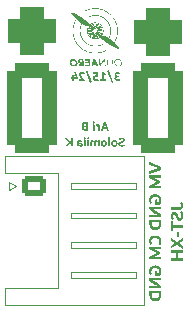
<source format=gbo>
G04 #@! TF.GenerationSoftware,KiCad,Pcbnew,7.0.8*
G04 #@! TF.CreationDate,2024-04-19T19:22:21-04:00*
G04 #@! TF.ProjectId,PMB,504d422e-6b69-4636-9164-5f7063625858,rev?*
G04 #@! TF.SameCoordinates,Original*
G04 #@! TF.FileFunction,Legend,Bot*
G04 #@! TF.FilePolarity,Positive*
%FSLAX46Y46*%
G04 Gerber Fmt 4.6, Leading zero omitted, Abs format (unit mm)*
G04 Created by KiCad (PCBNEW 7.0.8) date 2024-04-19 19:22:21*
%MOMM*%
%LPD*%
G01*
G04 APERTURE LIST*
G04 Aperture macros list*
%AMRoundRect*
0 Rectangle with rounded corners*
0 $1 Rounding radius*
0 $2 $3 $4 $5 $6 $7 $8 $9 X,Y pos of 4 corners*
0 Add a 4 corners polygon primitive as box body*
4,1,4,$2,$3,$4,$5,$6,$7,$8,$9,$2,$3,0*
0 Add four circle primitives for the rounded corners*
1,1,$1+$1,$2,$3*
1,1,$1+$1,$4,$5*
1,1,$1+$1,$6,$7*
1,1,$1+$1,$8,$9*
0 Add four rect primitives between the rounded corners*
20,1,$1+$1,$2,$3,$4,$5,0*
20,1,$1+$1,$4,$5,$6,$7,0*
20,1,$1+$1,$6,$7,$8,$9,0*
20,1,$1+$1,$8,$9,$2,$3,0*%
G04 Aperture macros list end*
%ADD10C,0.200000*%
%ADD11C,0.160000*%
%ADD12C,0.220000*%
%ADD13C,0.120000*%
%ADD14RoundRect,1.000000X-1.000000X-1.000000X1.000000X-1.000000X1.000000X1.000000X-1.000000X1.000000X0*%
%ADD15RoundRect,0.636363X-1.463637X-3.163637X1.463637X-3.163637X1.463637X3.163637X-1.463637X3.163637X0*%
%ADD16RoundRect,1.000000X1.000000X1.000000X-1.000000X1.000000X-1.000000X-1.000000X1.000000X-1.000000X0*%
%ADD17RoundRect,0.250000X-0.725000X0.600000X-0.725000X-0.600000X0.725000X-0.600000X0.725000X0.600000X0*%
%ADD18O,1.950000X1.700000*%
G04 APERTURE END LIST*
D10*
G36*
X158158237Y-96047011D02*
G01*
X158158237Y-96056000D01*
X157990589Y-96056000D01*
X157933143Y-95884248D01*
X157662913Y-95884248D01*
X157604490Y-96056000D01*
X157434497Y-96056000D01*
X157434497Y-96047011D01*
X157541073Y-95755874D01*
X157705704Y-95755874D01*
X157890352Y-95755874D01*
X157799103Y-95478805D01*
X157705704Y-95755874D01*
X157541073Y-95755874D01*
X157696716Y-95330696D01*
X157896018Y-95330696D01*
X158158237Y-96047011D01*
G37*
G36*
X157063639Y-95530780D02*
G01*
X157055551Y-95530938D01*
X157047604Y-95531415D01*
X157039797Y-95532209D01*
X157030237Y-95533647D01*
X157020895Y-95535582D01*
X157011773Y-95538013D01*
X157002871Y-95540940D01*
X157025341Y-95695302D01*
X157033047Y-95692478D01*
X157041464Y-95689663D01*
X157049466Y-95687288D01*
X157057053Y-95685352D01*
X157057972Y-95685141D01*
X157066571Y-95683441D01*
X157074811Y-95682397D01*
X157083613Y-95681792D01*
X157091775Y-95681624D01*
X157100892Y-95681972D01*
X157109922Y-95683017D01*
X157118866Y-95684758D01*
X157127725Y-95687196D01*
X157136498Y-95690330D01*
X157145184Y-95694161D01*
X157148635Y-95695888D01*
X157155514Y-95699750D01*
X157162374Y-95704302D01*
X157169216Y-95709544D01*
X157176039Y-95715476D01*
X157182844Y-95722098D01*
X157189631Y-95729410D01*
X157196400Y-95737412D01*
X157201464Y-95743866D01*
X157203150Y-95746104D01*
X157203150Y-96056000D01*
X157356144Y-96056000D01*
X157356144Y-95545630D01*
X157203150Y-95530780D01*
X157203150Y-95607570D01*
X157196011Y-95598271D01*
X157188660Y-95589572D01*
X157181100Y-95581473D01*
X157173328Y-95573974D01*
X157165346Y-95567075D01*
X157157153Y-95560776D01*
X157148750Y-95555077D01*
X157140135Y-95549977D01*
X157131311Y-95545478D01*
X157122275Y-95541578D01*
X157113029Y-95538279D01*
X157103572Y-95535579D01*
X157093905Y-95533479D01*
X157084027Y-95531980D01*
X157073938Y-95531080D01*
X157063639Y-95530780D01*
G37*
G36*
X156851245Y-95468254D02*
G01*
X156859280Y-95467939D01*
X156867144Y-95466994D01*
X156874835Y-95465420D01*
X156882355Y-95463216D01*
X156889704Y-95460382D01*
X156896880Y-95456919D01*
X156899703Y-95455357D01*
X156906505Y-95451122D01*
X156912869Y-95446477D01*
X156919926Y-95440361D01*
X156926351Y-95433654D01*
X156932144Y-95426357D01*
X156935655Y-95421163D01*
X156939539Y-95414337D01*
X156943331Y-95405856D01*
X156946175Y-95397058D01*
X156948071Y-95387945D01*
X156948927Y-95380109D01*
X156949138Y-95373683D01*
X156948808Y-95365718D01*
X156947821Y-95357944D01*
X156945767Y-95348868D01*
X156942765Y-95340066D01*
X156939539Y-95332941D01*
X156935655Y-95326006D01*
X156931223Y-95319331D01*
X156926351Y-95313104D01*
X156921041Y-95307325D01*
X156915292Y-95301994D01*
X156909103Y-95297112D01*
X156902476Y-95292679D01*
X156899703Y-95291031D01*
X156892595Y-95287316D01*
X156885315Y-95284230D01*
X156877864Y-95281774D01*
X156870241Y-95279948D01*
X156862446Y-95278752D01*
X156854480Y-95278185D01*
X156851245Y-95278135D01*
X156842914Y-95278450D01*
X156834774Y-95279394D01*
X156826825Y-95280968D01*
X156819066Y-95283172D01*
X156811498Y-95286006D01*
X156804121Y-95289469D01*
X156801224Y-95291031D01*
X156794253Y-95295285D01*
X156787749Y-95299988D01*
X156781712Y-95305139D01*
X156776143Y-95310738D01*
X156771042Y-95316786D01*
X156766408Y-95323282D01*
X156764685Y-95326006D01*
X156760801Y-95332941D01*
X156757576Y-95340066D01*
X156754574Y-95348868D01*
X156752520Y-95357944D01*
X156751532Y-95365718D01*
X156751203Y-95373683D01*
X156751532Y-95381694D01*
X156752520Y-95389486D01*
X156754574Y-95398547D01*
X156757576Y-95407291D01*
X156761525Y-95415720D01*
X156764685Y-95421163D01*
X156769132Y-95427614D01*
X156775086Y-95434813D01*
X156781712Y-95441421D01*
X156787749Y-95446477D01*
X156794253Y-95451122D01*
X156801224Y-95455357D01*
X156808525Y-95459073D01*
X156816016Y-95462158D01*
X156823698Y-95464614D01*
X156831571Y-95466440D01*
X156839635Y-95467636D01*
X156847890Y-95468203D01*
X156851245Y-95468254D01*
G37*
G36*
X156925495Y-96056000D02*
G01*
X156925495Y-95545630D01*
X156772501Y-95530780D01*
X156772501Y-96056000D01*
X156925495Y-96056000D01*
G37*
G36*
X156375460Y-96056000D02*
G01*
X156089598Y-96056000D01*
X156081281Y-96055946D01*
X156073086Y-96055787D01*
X156065012Y-96055520D01*
X156057059Y-96055148D01*
X156041517Y-96054083D01*
X156026461Y-96052592D01*
X156011891Y-96050676D01*
X155997806Y-96048333D01*
X155984206Y-96045565D01*
X155971091Y-96042371D01*
X155958463Y-96038751D01*
X155946319Y-96034705D01*
X155934661Y-96030233D01*
X155923489Y-96025335D01*
X155912801Y-96020011D01*
X155902600Y-96014261D01*
X155892883Y-96008086D01*
X155883653Y-96001484D01*
X155874922Y-95994492D01*
X155866754Y-95987141D01*
X155859150Y-95979434D01*
X155852109Y-95971369D01*
X155845631Y-95962948D01*
X155839716Y-95954169D01*
X155834365Y-95945032D01*
X155829577Y-95935539D01*
X155825353Y-95925688D01*
X155821691Y-95915480D01*
X155818593Y-95904915D01*
X155816058Y-95893993D01*
X155814087Y-95882714D01*
X155812679Y-95871077D01*
X155811834Y-95859083D01*
X155811552Y-95846732D01*
X155811772Y-95838330D01*
X155975879Y-95838330D01*
X155976337Y-95848280D01*
X155977710Y-95857711D01*
X155980000Y-95866623D01*
X155983206Y-95875016D01*
X155987327Y-95882889D01*
X155992365Y-95890244D01*
X155998318Y-95897080D01*
X156005188Y-95903397D01*
X156007058Y-95904887D01*
X156015306Y-95910377D01*
X156022297Y-95913997D01*
X156029979Y-95917191D01*
X156038351Y-95919959D01*
X156047413Y-95922302D01*
X156057166Y-95924218D01*
X156067609Y-95925709D01*
X156078742Y-95926774D01*
X156086548Y-95927247D01*
X156094661Y-95927531D01*
X156103080Y-95927625D01*
X156215627Y-95927625D01*
X156215627Y-95751184D01*
X156098586Y-95751184D01*
X156087251Y-95751392D01*
X156076472Y-95752016D01*
X156066249Y-95753055D01*
X156056583Y-95754509D01*
X156047473Y-95756379D01*
X156038919Y-95758665D01*
X156030922Y-95761366D01*
X156023482Y-95764483D01*
X156014426Y-95769286D01*
X156006360Y-95774827D01*
X155999216Y-95780991D01*
X155993024Y-95787662D01*
X155987785Y-95794840D01*
X155983499Y-95802524D01*
X155980165Y-95810716D01*
X155977784Y-95819414D01*
X155976355Y-95828619D01*
X155975879Y-95838330D01*
X155811772Y-95838330D01*
X155811790Y-95837653D01*
X155812505Y-95828683D01*
X155813695Y-95819823D01*
X155815362Y-95811073D01*
X155817505Y-95802433D01*
X155820125Y-95793903D01*
X155823221Y-95785482D01*
X155826793Y-95777172D01*
X155830866Y-95769029D01*
X155835463Y-95761113D01*
X155840586Y-95753422D01*
X155846235Y-95745958D01*
X155852408Y-95738719D01*
X155859106Y-95731706D01*
X155866330Y-95724919D01*
X155874078Y-95718358D01*
X155876096Y-95716748D01*
X155884464Y-95710576D01*
X155891053Y-95706232D01*
X155897910Y-95702131D01*
X155905034Y-95698275D01*
X155912427Y-95694662D01*
X155920087Y-95691293D01*
X155928016Y-95688168D01*
X155936212Y-95685287D01*
X155944676Y-95682650D01*
X155953408Y-95680256D01*
X155946484Y-95677468D01*
X155936510Y-95672997D01*
X155927030Y-95668178D01*
X155918045Y-95663013D01*
X155909554Y-95657501D01*
X155901559Y-95651642D01*
X155894057Y-95645436D01*
X155887051Y-95638884D01*
X155880538Y-95631984D01*
X155874521Y-95624737D01*
X155868998Y-95617144D01*
X155865591Y-95611913D01*
X155860892Y-95603957D01*
X155856688Y-95595870D01*
X155852979Y-95587654D01*
X155849764Y-95579306D01*
X155847044Y-95570828D01*
X155844818Y-95562220D01*
X155843087Y-95553481D01*
X155841850Y-95544611D01*
X155841451Y-95539768D01*
X156002843Y-95539768D01*
X156003327Y-95550794D01*
X156004779Y-95561109D01*
X156007198Y-95570712D01*
X156010586Y-95579604D01*
X156014941Y-95587784D01*
X156020264Y-95595254D01*
X156026554Y-95602012D01*
X156033813Y-95608058D01*
X156042039Y-95613393D01*
X156051234Y-95618017D01*
X156061396Y-95621930D01*
X156072526Y-95625131D01*
X156084623Y-95627620D01*
X156097689Y-95629399D01*
X156111722Y-95630466D01*
X156126723Y-95630822D01*
X156215627Y-95630822D01*
X156215627Y-95456725D01*
X156110896Y-95456725D01*
X156107611Y-95456746D01*
X156098055Y-95457058D01*
X156088945Y-95457744D01*
X156080282Y-95458805D01*
X156072065Y-95460240D01*
X156064295Y-95462050D01*
X156054629Y-95465045D01*
X156045756Y-95468705D01*
X156037678Y-95473032D01*
X156030394Y-95478023D01*
X156023936Y-95483647D01*
X156018340Y-95489869D01*
X156013605Y-95496689D01*
X156009731Y-95504108D01*
X156006717Y-95512126D01*
X156004565Y-95520741D01*
X156003273Y-95529955D01*
X156002843Y-95539768D01*
X155841451Y-95539768D01*
X155841108Y-95535611D01*
X155840861Y-95526481D01*
X155840980Y-95519141D01*
X155841605Y-95508356D01*
X155842766Y-95497844D01*
X155844463Y-95487602D01*
X155846696Y-95477632D01*
X155849464Y-95467933D01*
X155852768Y-95458505D01*
X155856608Y-95449349D01*
X155860984Y-95440464D01*
X155865895Y-95431850D01*
X155871343Y-95423508D01*
X155873265Y-95420792D01*
X155879381Y-95412868D01*
X155886023Y-95405285D01*
X155893191Y-95398042D01*
X155900884Y-95391139D01*
X155909103Y-95384576D01*
X155917847Y-95378353D01*
X155927116Y-95372470D01*
X155936911Y-95366927D01*
X155947232Y-95361724D01*
X155954404Y-95358444D01*
X155961810Y-95355316D01*
X155969437Y-95352334D01*
X155977271Y-95349545D01*
X155985312Y-95346949D01*
X155993562Y-95344545D01*
X156002019Y-95342333D01*
X156010683Y-95340313D01*
X156019555Y-95338486D01*
X156028635Y-95336851D01*
X156037922Y-95335408D01*
X156047417Y-95334158D01*
X156057120Y-95333100D01*
X156067030Y-95332235D01*
X156077148Y-95331561D01*
X156087473Y-95331081D01*
X156098006Y-95330792D01*
X156108747Y-95330696D01*
X156375460Y-95330696D01*
X156375460Y-96056000D01*
G37*
G36*
X159225676Y-97412505D02*
G01*
X159236178Y-97412419D01*
X159246581Y-97412162D01*
X159256885Y-97411734D01*
X159267091Y-97411134D01*
X159277197Y-97410363D01*
X159287205Y-97409420D01*
X159297114Y-97408307D01*
X159306924Y-97407021D01*
X159316635Y-97405565D01*
X159326247Y-97403937D01*
X159335761Y-97402138D01*
X159345175Y-97400167D01*
X159354491Y-97398026D01*
X159363708Y-97395712D01*
X159372826Y-97393228D01*
X159381845Y-97390572D01*
X159390766Y-97387744D01*
X159399587Y-97384746D01*
X159408310Y-97381576D01*
X159416934Y-97378234D01*
X159425459Y-97374722D01*
X159433885Y-97371038D01*
X159442212Y-97367182D01*
X159450441Y-97363155D01*
X159458570Y-97358957D01*
X159466601Y-97354588D01*
X159474533Y-97350047D01*
X159482366Y-97345335D01*
X159490101Y-97340451D01*
X159497736Y-97335397D01*
X159505273Y-97330170D01*
X159512711Y-97324773D01*
X159440610Y-97213203D01*
X159427560Y-97221247D01*
X159414543Y-97228773D01*
X159401560Y-97235780D01*
X159388611Y-97242267D01*
X159375695Y-97248236D01*
X159362813Y-97253686D01*
X159349964Y-97258616D01*
X159337149Y-97263028D01*
X159324367Y-97266921D01*
X159311619Y-97270294D01*
X159298905Y-97273149D01*
X159286224Y-97275484D01*
X159273577Y-97277301D01*
X159260963Y-97278599D01*
X159248383Y-97279377D01*
X159235837Y-97279637D01*
X159227910Y-97279560D01*
X159216425Y-97279155D01*
X159205429Y-97278403D01*
X159194920Y-97277305D01*
X159184898Y-97275859D01*
X159175365Y-97274067D01*
X159166319Y-97271928D01*
X159157761Y-97269442D01*
X159149691Y-97266609D01*
X159142108Y-97263429D01*
X159135013Y-97259902D01*
X159126450Y-97254614D01*
X159119028Y-97248715D01*
X159112748Y-97242206D01*
X159107609Y-97235087D01*
X159103613Y-97227356D01*
X159100758Y-97219016D01*
X159099046Y-97210064D01*
X159098475Y-97200502D01*
X159098894Y-97191711D01*
X159100151Y-97183512D01*
X159102246Y-97175903D01*
X159105749Y-97167772D01*
X159110394Y-97160446D01*
X159116392Y-97153492D01*
X159122918Y-97147621D01*
X159129332Y-97142792D01*
X159136634Y-97138020D01*
X159144823Y-97133305D01*
X159152013Y-97129574D01*
X159159908Y-97125733D01*
X159168743Y-97121636D01*
X159175987Y-97118395D01*
X159183760Y-97115009D01*
X159192061Y-97111480D01*
X159200892Y-97107806D01*
X159210251Y-97103987D01*
X159220140Y-97100025D01*
X159230557Y-97095918D01*
X159241503Y-97091667D01*
X159267295Y-97081702D01*
X159276198Y-97078243D01*
X159284881Y-97074802D01*
X159293344Y-97071380D01*
X159301587Y-97067976D01*
X159309610Y-97064590D01*
X159317414Y-97061222D01*
X159324998Y-97057873D01*
X159332362Y-97054542D01*
X159339506Y-97051230D01*
X159349810Y-97046295D01*
X159359619Y-97041402D01*
X159368934Y-97036550D01*
X159377754Y-97031739D01*
X159383360Y-97028555D01*
X159391410Y-97023630D01*
X159399148Y-97018455D01*
X159406573Y-97013029D01*
X159413685Y-97007352D01*
X159420485Y-97001424D01*
X159426973Y-96995246D01*
X159433148Y-96988816D01*
X159439010Y-96982137D01*
X159444560Y-96975206D01*
X159449797Y-96968025D01*
X159453115Y-96963098D01*
X159457725Y-96955402D01*
X159461881Y-96947335D01*
X159465583Y-96938897D01*
X159468832Y-96930088D01*
X159471628Y-96920909D01*
X159473971Y-96911358D01*
X159475860Y-96901436D01*
X159477295Y-96891144D01*
X159478278Y-96880480D01*
X159478807Y-96869446D01*
X159478907Y-96861884D01*
X159478754Y-96853521D01*
X159478294Y-96845336D01*
X159477527Y-96837328D01*
X159476453Y-96829497D01*
X159474267Y-96818083D01*
X159471390Y-96807066D01*
X159467823Y-96796449D01*
X159463566Y-96786229D01*
X159458618Y-96776409D01*
X159452980Y-96766986D01*
X159446652Y-96757962D01*
X159439633Y-96749337D01*
X159432035Y-96741120D01*
X159424042Y-96733322D01*
X159415654Y-96725943D01*
X159406871Y-96718983D01*
X159397693Y-96712443D01*
X159388120Y-96706321D01*
X159378152Y-96700618D01*
X159367789Y-96695334D01*
X159360661Y-96692045D01*
X159353357Y-96688941D01*
X159345878Y-96686024D01*
X159338223Y-96683293D01*
X159330450Y-96680738D01*
X159322616Y-96678347D01*
X159314721Y-96676122D01*
X159306765Y-96674061D01*
X159298748Y-96672165D01*
X159290669Y-96670434D01*
X159282530Y-96668868D01*
X159274330Y-96667466D01*
X159266068Y-96666230D01*
X159257745Y-96665158D01*
X159249362Y-96664252D01*
X159240917Y-96663510D01*
X159232411Y-96662933D01*
X159223845Y-96662520D01*
X159215217Y-96662273D01*
X159206528Y-96662191D01*
X159198624Y-96662272D01*
X159190692Y-96662517D01*
X159182730Y-96662926D01*
X159174739Y-96663497D01*
X159166720Y-96664232D01*
X159158671Y-96665131D01*
X159150594Y-96666192D01*
X159142487Y-96667418D01*
X159134352Y-96668806D01*
X159126187Y-96670358D01*
X159117993Y-96672073D01*
X159109771Y-96673951D01*
X159101519Y-96675993D01*
X159093239Y-96678198D01*
X159084929Y-96680566D01*
X159076590Y-96683098D01*
X159068237Y-96685764D01*
X159059933Y-96688584D01*
X159051678Y-96691559D01*
X159043471Y-96694687D01*
X159035313Y-96697970D01*
X159027205Y-96701407D01*
X159019145Y-96704998D01*
X159011133Y-96708743D01*
X159003171Y-96712643D01*
X158995258Y-96716697D01*
X158987393Y-96720904D01*
X158979577Y-96725266D01*
X158971810Y-96729783D01*
X158964092Y-96734453D01*
X158956423Y-96739278D01*
X158948803Y-96744256D01*
X159021880Y-96854654D01*
X159028597Y-96850645D01*
X159038489Y-96844896D01*
X159048161Y-96839462D01*
X159057613Y-96834345D01*
X159066845Y-96829543D01*
X159075858Y-96825057D01*
X159084651Y-96820887D01*
X159093223Y-96817034D01*
X159101577Y-96813496D01*
X159109710Y-96810274D01*
X159117623Y-96807369D01*
X159125485Y-96804750D01*
X159133464Y-96802388D01*
X159141559Y-96800285D01*
X159149772Y-96798439D01*
X159158101Y-96796850D01*
X159166547Y-96795519D01*
X159175109Y-96794446D01*
X159183789Y-96793630D01*
X159192585Y-96793072D01*
X159201498Y-96792771D01*
X159207505Y-96792714D01*
X159217419Y-96792869D01*
X159226867Y-96793332D01*
X159235848Y-96794105D01*
X159244361Y-96795187D01*
X159252407Y-96796578D01*
X159262409Y-96798914D01*
X159271580Y-96801799D01*
X159279921Y-96805233D01*
X159287432Y-96809218D01*
X159289179Y-96810300D01*
X159295637Y-96814885D01*
X159302497Y-96821150D01*
X159308013Y-96828006D01*
X159312183Y-96835453D01*
X159315008Y-96843492D01*
X159316488Y-96852123D01*
X159316730Y-96857585D01*
X159316197Y-96865528D01*
X159314283Y-96874172D01*
X159310976Y-96882351D01*
X159306941Y-96889127D01*
X159305593Y-96890997D01*
X159299774Y-96897494D01*
X159293418Y-96903063D01*
X159285797Y-96908632D01*
X159278482Y-96913272D01*
X159270288Y-96917913D01*
X159264951Y-96920697D01*
X159257220Y-96924486D01*
X159248684Y-96928428D01*
X159239342Y-96932522D01*
X159231806Y-96935693D01*
X159223817Y-96938949D01*
X159215375Y-96942292D01*
X159206479Y-96945720D01*
X159197130Y-96949234D01*
X159187327Y-96952834D01*
X159180540Y-96955282D01*
X159155725Y-96964075D01*
X159146845Y-96967407D01*
X159138179Y-96970712D01*
X159129729Y-96973990D01*
X159121495Y-96977240D01*
X159113475Y-96980462D01*
X159105671Y-96983657D01*
X159098082Y-96986825D01*
X159090708Y-96989965D01*
X159080051Y-96994623D01*
X159069878Y-96999220D01*
X159060189Y-97003755D01*
X159050985Y-97008228D01*
X159042265Y-97012639D01*
X159039466Y-97014096D01*
X159031238Y-97018632D01*
X159023261Y-97023523D01*
X159015535Y-97028767D01*
X159008059Y-97034365D01*
X159000834Y-97040317D01*
X158993860Y-97046622D01*
X158987137Y-97053281D01*
X158980664Y-97060294D01*
X158974442Y-97067661D01*
X158968471Y-97075382D01*
X158964630Y-97080725D01*
X158959182Y-97089047D01*
X158954271Y-97097818D01*
X158949895Y-97107040D01*
X158946055Y-97116711D01*
X158942751Y-97126833D01*
X158939982Y-97137404D01*
X158937750Y-97148425D01*
X158936053Y-97159897D01*
X158935220Y-97167794D01*
X158934624Y-97175891D01*
X158934267Y-97184189D01*
X158934148Y-97192686D01*
X158934298Y-97201634D01*
X158934746Y-97210403D01*
X158935494Y-97218993D01*
X158936542Y-97227405D01*
X158937888Y-97235639D01*
X158939534Y-97243693D01*
X158941478Y-97251569D01*
X158943722Y-97259267D01*
X158946266Y-97266786D01*
X158949108Y-97274126D01*
X158952250Y-97281288D01*
X158957523Y-97291695D01*
X158963469Y-97301701D01*
X158970089Y-97311305D01*
X158972445Y-97314417D01*
X158979868Y-97323431D01*
X158987775Y-97332009D01*
X158996167Y-97340151D01*
X159002030Y-97345337D01*
X159008109Y-97350328D01*
X159014403Y-97355126D01*
X159020912Y-97359730D01*
X159027636Y-97364140D01*
X159034576Y-97368357D01*
X159041730Y-97372379D01*
X159049100Y-97376207D01*
X159056686Y-97379842D01*
X159064486Y-97383283D01*
X159072502Y-97386530D01*
X159076590Y-97388080D01*
X159084889Y-97391038D01*
X159093324Y-97393805D01*
X159101895Y-97396381D01*
X159110601Y-97398766D01*
X159119444Y-97400960D01*
X159128422Y-97402964D01*
X159137536Y-97404777D01*
X159146786Y-97406399D01*
X159156172Y-97407830D01*
X159165693Y-97409070D01*
X159175351Y-97410120D01*
X159185144Y-97410978D01*
X159195073Y-97411646D01*
X159205139Y-97412123D01*
X159215340Y-97412409D01*
X159225676Y-97412505D01*
G37*
G36*
X158597817Y-96874883D02*
G01*
X158607220Y-96875192D01*
X158616508Y-96875707D01*
X158625682Y-96876428D01*
X158634741Y-96877356D01*
X158643685Y-96878489D01*
X158652515Y-96879829D01*
X158661231Y-96881374D01*
X158669832Y-96883126D01*
X158678319Y-96885084D01*
X158686691Y-96887248D01*
X158694949Y-96889617D01*
X158703092Y-96892193D01*
X158711121Y-96894976D01*
X158719035Y-96897964D01*
X158726835Y-96901158D01*
X158734483Y-96904585D01*
X158741941Y-96908271D01*
X158749210Y-96912218D01*
X158756290Y-96916423D01*
X158763181Y-96920888D01*
X158769883Y-96925613D01*
X158776395Y-96930597D01*
X158782718Y-96935840D01*
X158788851Y-96941343D01*
X158794795Y-96947106D01*
X158800550Y-96953128D01*
X158806116Y-96959410D01*
X158811492Y-96965951D01*
X158816679Y-96972752D01*
X158821677Y-96979812D01*
X158826486Y-96987131D01*
X158831052Y-96994701D01*
X158835324Y-97002561D01*
X158839302Y-97010712D01*
X158842984Y-97019152D01*
X158846373Y-97027882D01*
X158849466Y-97036902D01*
X158852265Y-97046212D01*
X158854769Y-97055812D01*
X158856979Y-97065703D01*
X158858894Y-97075883D01*
X158860514Y-97086354D01*
X158861840Y-97097114D01*
X158862871Y-97108164D01*
X158863608Y-97119505D01*
X158864050Y-97131135D01*
X158864197Y-97143056D01*
X158864082Y-97152404D01*
X158863739Y-97161643D01*
X158863167Y-97170771D01*
X158862365Y-97179790D01*
X158861335Y-97188699D01*
X158860075Y-97197498D01*
X158858587Y-97206187D01*
X158856870Y-97214766D01*
X158854923Y-97223235D01*
X158852748Y-97231594D01*
X158850344Y-97239843D01*
X158847711Y-97247983D01*
X158844848Y-97256012D01*
X158841757Y-97263932D01*
X158838437Y-97271741D01*
X158834888Y-97279441D01*
X158831108Y-97286988D01*
X158827096Y-97294337D01*
X158822853Y-97301489D01*
X158818377Y-97308445D01*
X158813669Y-97315204D01*
X158808729Y-97321765D01*
X158803558Y-97328130D01*
X158798154Y-97334298D01*
X158792518Y-97340269D01*
X158786650Y-97346043D01*
X158780550Y-97351620D01*
X158774218Y-97357001D01*
X158767654Y-97362184D01*
X158760858Y-97367170D01*
X158753830Y-97371960D01*
X158746570Y-97376552D01*
X158739071Y-97380906D01*
X158731375Y-97384979D01*
X158723482Y-97388770D01*
X158715392Y-97392281D01*
X158707105Y-97395512D01*
X158698622Y-97398461D01*
X158689941Y-97401129D01*
X158681064Y-97403517D01*
X158671989Y-97405623D01*
X158662718Y-97407449D01*
X158653250Y-97408994D01*
X158643585Y-97410258D01*
X158633722Y-97411241D01*
X158623664Y-97411943D01*
X158613408Y-97412364D01*
X158602955Y-97412505D01*
X158593175Y-97412397D01*
X158583522Y-97412074D01*
X158573996Y-97411536D01*
X158564596Y-97410783D01*
X158555324Y-97409814D01*
X158546177Y-97408630D01*
X158537158Y-97407231D01*
X158528265Y-97405617D01*
X158519499Y-97403788D01*
X158510860Y-97401743D01*
X158502347Y-97399483D01*
X158493961Y-97397008D01*
X158485702Y-97394317D01*
X158477570Y-97391411D01*
X158469564Y-97388290D01*
X158461685Y-97384954D01*
X158453970Y-97381384D01*
X158446459Y-97377560D01*
X158439151Y-97373482D01*
X158432046Y-97369152D01*
X158425144Y-97364567D01*
X158418445Y-97359730D01*
X158411948Y-97354639D01*
X158405655Y-97349295D01*
X158399565Y-97343697D01*
X158393678Y-97337846D01*
X158387994Y-97331741D01*
X158382513Y-97325383D01*
X158377235Y-97318772D01*
X158372161Y-97311907D01*
X158367289Y-97304789D01*
X158362620Y-97297418D01*
X158358195Y-97289789D01*
X158354056Y-97281902D01*
X158350202Y-97273755D01*
X158346634Y-97265348D01*
X158343351Y-97256682D01*
X158340354Y-97247757D01*
X158337642Y-97238572D01*
X158335216Y-97229127D01*
X158333075Y-97219423D01*
X158331219Y-97209460D01*
X158329649Y-97199236D01*
X158328365Y-97188754D01*
X158327366Y-97178012D01*
X158326652Y-97167010D01*
X158326224Y-97155749D01*
X158326081Y-97144228D01*
X158326095Y-97143056D01*
X158484937Y-97143056D01*
X158484961Y-97147509D01*
X158485155Y-97156241D01*
X158485542Y-97164740D01*
X158486124Y-97173008D01*
X158486900Y-97181043D01*
X158487869Y-97188847D01*
X158489686Y-97200117D01*
X158491940Y-97210865D01*
X158494630Y-97221092D01*
X158497756Y-97230796D01*
X158501318Y-97239978D01*
X158505317Y-97248638D01*
X158509752Y-97256775D01*
X158512970Y-97261863D01*
X158518328Y-97268878D01*
X158524321Y-97275155D01*
X158530949Y-97280693D01*
X158538213Y-97285493D01*
X158546112Y-97289555D01*
X158554647Y-97292878D01*
X158563817Y-97295462D01*
X158573622Y-97297308D01*
X158584063Y-97298416D01*
X158595139Y-97298785D01*
X158602061Y-97298623D01*
X158612023Y-97297774D01*
X158621481Y-97296196D01*
X158630433Y-97293890D01*
X158638881Y-97290857D01*
X158646823Y-97287094D01*
X158654261Y-97282604D01*
X158661194Y-97277386D01*
X158667622Y-97271439D01*
X158673545Y-97264765D01*
X158678963Y-97257362D01*
X158682299Y-97252061D01*
X158686900Y-97243649D01*
X158691017Y-97234684D01*
X158694649Y-97225166D01*
X158697797Y-97215095D01*
X158700460Y-97204471D01*
X158702639Y-97193294D01*
X158703823Y-97185535D01*
X158704792Y-97177531D01*
X158705545Y-97169281D01*
X158706083Y-97160785D01*
X158706406Y-97152043D01*
X158706514Y-97143056D01*
X158706487Y-97138270D01*
X158706277Y-97128923D01*
X158705855Y-97119877D01*
X158705223Y-97111131D01*
X158704381Y-97102687D01*
X158703328Y-97094543D01*
X158701353Y-97082891D01*
X158698904Y-97071915D01*
X158695981Y-97061616D01*
X158692584Y-97051994D01*
X158688713Y-97043049D01*
X158684368Y-97034780D01*
X158679549Y-97027187D01*
X158676051Y-97022502D01*
X158670326Y-97016042D01*
X158664028Y-97010261D01*
X158657155Y-97005161D01*
X158649710Y-97000740D01*
X158641690Y-96997000D01*
X158633097Y-96993940D01*
X158623931Y-96991559D01*
X158614191Y-96989859D01*
X158603877Y-96988839D01*
X158592990Y-96988499D01*
X158586214Y-96988653D01*
X158576472Y-96989458D01*
X158567234Y-96990954D01*
X158558502Y-96993140D01*
X158550274Y-96996016D01*
X158542551Y-96999583D01*
X158535333Y-97003841D01*
X158528620Y-97008788D01*
X158522412Y-97014426D01*
X158516709Y-97020755D01*
X158511510Y-97027773D01*
X158508292Y-97032803D01*
X158503855Y-97040892D01*
X158499884Y-97049633D01*
X158496381Y-97059027D01*
X158493345Y-97069073D01*
X158490776Y-97079772D01*
X158488674Y-97091124D01*
X158487532Y-97099054D01*
X158486597Y-97107274D01*
X158485871Y-97115785D01*
X158485352Y-97124585D01*
X158485040Y-97133676D01*
X158484937Y-97143056D01*
X158326095Y-97143056D01*
X158326196Y-97134338D01*
X158326539Y-97124597D01*
X158327111Y-97115006D01*
X158327913Y-97105565D01*
X158328943Y-97096273D01*
X158330203Y-97087131D01*
X158331691Y-97078138D01*
X158333408Y-97069295D01*
X158335355Y-97060601D01*
X158337530Y-97052057D01*
X158339934Y-97043663D01*
X158342567Y-97035418D01*
X158345430Y-97027323D01*
X158348521Y-97019378D01*
X158351841Y-97011582D01*
X158355390Y-97003935D01*
X158359171Y-96996443D01*
X158363185Y-96989159D01*
X158367432Y-96982082D01*
X158371913Y-96975212D01*
X158376628Y-96968551D01*
X158381576Y-96962096D01*
X158386758Y-96955850D01*
X158392173Y-96949811D01*
X158397822Y-96943980D01*
X158403705Y-96938356D01*
X158409820Y-96932940D01*
X158416170Y-96927732D01*
X158422753Y-96922731D01*
X158429570Y-96917937D01*
X158436620Y-96913352D01*
X158443904Y-96908974D01*
X158451383Y-96904833D01*
X158459068Y-96900959D01*
X158466960Y-96897353D01*
X158475057Y-96894014D01*
X158483360Y-96890942D01*
X158491870Y-96888137D01*
X158500586Y-96885599D01*
X158509507Y-96883328D01*
X158518635Y-96881325D01*
X158527969Y-96879588D01*
X158537509Y-96878119D01*
X158547255Y-96876917D01*
X158557207Y-96875982D01*
X158567366Y-96875314D01*
X158577730Y-96874913D01*
X158588300Y-96874780D01*
X158597817Y-96874883D01*
G37*
G36*
X158226039Y-97400000D02*
G01*
X158226039Y-96626824D01*
X158073045Y-96612170D01*
X158073045Y-97400000D01*
X158226039Y-97400000D01*
G37*
G36*
X157705256Y-96874883D02*
G01*
X157714659Y-96875192D01*
X157723947Y-96875707D01*
X157733121Y-96876428D01*
X157742180Y-96877356D01*
X157751124Y-96878489D01*
X157759954Y-96879829D01*
X157768670Y-96881374D01*
X157777271Y-96883126D01*
X157785758Y-96885084D01*
X157794130Y-96887248D01*
X157802388Y-96889617D01*
X157810531Y-96892193D01*
X157818560Y-96894976D01*
X157826474Y-96897964D01*
X157834274Y-96901158D01*
X157841922Y-96904585D01*
X157849380Y-96908271D01*
X157856649Y-96912218D01*
X157863729Y-96916423D01*
X157870620Y-96920888D01*
X157877321Y-96925613D01*
X157883834Y-96930597D01*
X157890156Y-96935840D01*
X157896290Y-96941343D01*
X157902234Y-96947106D01*
X157907989Y-96953128D01*
X157913555Y-96959410D01*
X157918931Y-96965951D01*
X157924118Y-96972752D01*
X157929116Y-96979812D01*
X157933925Y-96987131D01*
X157938491Y-96994701D01*
X157942763Y-97002561D01*
X157946741Y-97010712D01*
X157950423Y-97019152D01*
X157953811Y-97027882D01*
X157956905Y-97036902D01*
X157959704Y-97046212D01*
X157962208Y-97055812D01*
X157964418Y-97065703D01*
X157966333Y-97075883D01*
X157967953Y-97086354D01*
X157969279Y-97097114D01*
X157970310Y-97108164D01*
X157971047Y-97119505D01*
X157971489Y-97131135D01*
X157971636Y-97143056D01*
X157971521Y-97152404D01*
X157971178Y-97161643D01*
X157970605Y-97170771D01*
X157969804Y-97179790D01*
X157968774Y-97188699D01*
X157967514Y-97197498D01*
X157966026Y-97206187D01*
X157964309Y-97214766D01*
X157962362Y-97223235D01*
X157960187Y-97231594D01*
X157957783Y-97239843D01*
X157955149Y-97247983D01*
X157952287Y-97256012D01*
X157949196Y-97263932D01*
X157945876Y-97271741D01*
X157942327Y-97279441D01*
X157938547Y-97286988D01*
X157934535Y-97294337D01*
X157930292Y-97301489D01*
X157925816Y-97308445D01*
X157921108Y-97315204D01*
X157916168Y-97321765D01*
X157910996Y-97328130D01*
X157905593Y-97334298D01*
X157899957Y-97340269D01*
X157894089Y-97346043D01*
X157887989Y-97351620D01*
X157881657Y-97357001D01*
X157875093Y-97362184D01*
X157868297Y-97367170D01*
X157861269Y-97371960D01*
X157854009Y-97376552D01*
X157846509Y-97380906D01*
X157838814Y-97384979D01*
X157830921Y-97388770D01*
X157822831Y-97392281D01*
X157814544Y-97395512D01*
X157806061Y-97398461D01*
X157797380Y-97401129D01*
X157788503Y-97403517D01*
X157779428Y-97405623D01*
X157770157Y-97407449D01*
X157760689Y-97408994D01*
X157751024Y-97410258D01*
X157741161Y-97411241D01*
X157731102Y-97411943D01*
X157720847Y-97412364D01*
X157710394Y-97412505D01*
X157700614Y-97412397D01*
X157690961Y-97412074D01*
X157681435Y-97411536D01*
X157672035Y-97410783D01*
X157662763Y-97409814D01*
X157653616Y-97408630D01*
X157644597Y-97407231D01*
X157635704Y-97405617D01*
X157626938Y-97403788D01*
X157618299Y-97401743D01*
X157609786Y-97399483D01*
X157601400Y-97397008D01*
X157593141Y-97394317D01*
X157585009Y-97391411D01*
X157577003Y-97388290D01*
X157569124Y-97384954D01*
X157561409Y-97381384D01*
X157553898Y-97377560D01*
X157546590Y-97373482D01*
X157539485Y-97369152D01*
X157532583Y-97364567D01*
X157525884Y-97359730D01*
X157519387Y-97354639D01*
X157513094Y-97349295D01*
X157507004Y-97343697D01*
X157501117Y-97337846D01*
X157495433Y-97331741D01*
X157489952Y-97325383D01*
X157484674Y-97318772D01*
X157479599Y-97311907D01*
X157474728Y-97304789D01*
X157470059Y-97297418D01*
X157465634Y-97289789D01*
X157461495Y-97281902D01*
X157457641Y-97273755D01*
X157454073Y-97265348D01*
X157450790Y-97256682D01*
X157447793Y-97247757D01*
X157445081Y-97238572D01*
X157442655Y-97229127D01*
X157440514Y-97219423D01*
X157438658Y-97209460D01*
X157437088Y-97199236D01*
X157435804Y-97188754D01*
X157434805Y-97178012D01*
X157434091Y-97167010D01*
X157433663Y-97155749D01*
X157433520Y-97144228D01*
X157433534Y-97143056D01*
X157592376Y-97143056D01*
X157592400Y-97147509D01*
X157592594Y-97156241D01*
X157592981Y-97164740D01*
X157593563Y-97173008D01*
X157594338Y-97181043D01*
X157595308Y-97188847D01*
X157597125Y-97200117D01*
X157599379Y-97210865D01*
X157602069Y-97221092D01*
X157605195Y-97230796D01*
X157608757Y-97239978D01*
X157612756Y-97248638D01*
X157617191Y-97256775D01*
X157620409Y-97261863D01*
X157625767Y-97268878D01*
X157631760Y-97275155D01*
X157638388Y-97280693D01*
X157645652Y-97285493D01*
X157653551Y-97289555D01*
X157662086Y-97292878D01*
X157671256Y-97295462D01*
X157681061Y-97297308D01*
X157691502Y-97298416D01*
X157702578Y-97298785D01*
X157709500Y-97298623D01*
X157719462Y-97297774D01*
X157728920Y-97296196D01*
X157737872Y-97293890D01*
X157746320Y-97290857D01*
X157754262Y-97287094D01*
X157761700Y-97282604D01*
X157768633Y-97277386D01*
X157775061Y-97271439D01*
X157780984Y-97264765D01*
X157786402Y-97257362D01*
X157789738Y-97252061D01*
X157794339Y-97243649D01*
X157798455Y-97234684D01*
X157802088Y-97225166D01*
X157805235Y-97215095D01*
X157807899Y-97204471D01*
X157810078Y-97193294D01*
X157811262Y-97185535D01*
X157812231Y-97177531D01*
X157812984Y-97169281D01*
X157813522Y-97160785D01*
X157813845Y-97152043D01*
X157813953Y-97143056D01*
X157813926Y-97138270D01*
X157813716Y-97128923D01*
X157813294Y-97119877D01*
X157812662Y-97111131D01*
X157811820Y-97102687D01*
X157810766Y-97094543D01*
X157808792Y-97082891D01*
X157806343Y-97071915D01*
X157803420Y-97061616D01*
X157800023Y-97051994D01*
X157796152Y-97043049D01*
X157791807Y-97034780D01*
X157786988Y-97027187D01*
X157783490Y-97022502D01*
X157777765Y-97016042D01*
X157771467Y-97010261D01*
X157764594Y-97005161D01*
X157757149Y-97000740D01*
X157749129Y-96997000D01*
X157740536Y-96993940D01*
X157731370Y-96991559D01*
X157721630Y-96989859D01*
X157711316Y-96988839D01*
X157700429Y-96988499D01*
X157693653Y-96988653D01*
X157683911Y-96989458D01*
X157674673Y-96990954D01*
X157665941Y-96993140D01*
X157657713Y-96996016D01*
X157649990Y-96999583D01*
X157642772Y-97003841D01*
X157636059Y-97008788D01*
X157629851Y-97014426D01*
X157624148Y-97020755D01*
X157618949Y-97027773D01*
X157615731Y-97032803D01*
X157611294Y-97040892D01*
X157607323Y-97049633D01*
X157603820Y-97059027D01*
X157600784Y-97069073D01*
X157598214Y-97079772D01*
X157596112Y-97091124D01*
X157594971Y-97099054D01*
X157594036Y-97107274D01*
X157593310Y-97115785D01*
X157592791Y-97124585D01*
X157592479Y-97133676D01*
X157592376Y-97143056D01*
X157433534Y-97143056D01*
X157433635Y-97134338D01*
X157433978Y-97124597D01*
X157434550Y-97115006D01*
X157435352Y-97105565D01*
X157436382Y-97096273D01*
X157437642Y-97087131D01*
X157439130Y-97078138D01*
X157440847Y-97069295D01*
X157442794Y-97060601D01*
X157444969Y-97052057D01*
X157447373Y-97043663D01*
X157450006Y-97035418D01*
X157452869Y-97027323D01*
X157455960Y-97019378D01*
X157459280Y-97011582D01*
X157462829Y-97003935D01*
X157466610Y-96996443D01*
X157470624Y-96989159D01*
X157474871Y-96982082D01*
X157479352Y-96975212D01*
X157484067Y-96968551D01*
X157489015Y-96962096D01*
X157494197Y-96955850D01*
X157499612Y-96949811D01*
X157505261Y-96943980D01*
X157511143Y-96938356D01*
X157517259Y-96932940D01*
X157523609Y-96927732D01*
X157530192Y-96922731D01*
X157537009Y-96917937D01*
X157544059Y-96913352D01*
X157551343Y-96908974D01*
X157558822Y-96904833D01*
X157566507Y-96900959D01*
X157574399Y-96897353D01*
X157582496Y-96894014D01*
X157590799Y-96890942D01*
X157599309Y-96888137D01*
X157608025Y-96885599D01*
X157616946Y-96883328D01*
X157626074Y-96881325D01*
X157635408Y-96879588D01*
X157644948Y-96878119D01*
X157654694Y-96876917D01*
X157664646Y-96875982D01*
X157674804Y-96875314D01*
X157685169Y-96874913D01*
X157695739Y-96874780D01*
X157705256Y-96874883D01*
G37*
G36*
X156713492Y-96874780D02*
G01*
X156704756Y-96874932D01*
X156696279Y-96875390D01*
X156688062Y-96876154D01*
X156680104Y-96877222D01*
X156672406Y-96878596D01*
X156661345Y-96881229D01*
X156650868Y-96884549D01*
X156640975Y-96888557D01*
X156631666Y-96893251D01*
X156622941Y-96898632D01*
X156614800Y-96904699D01*
X156607242Y-96911454D01*
X156604853Y-96913859D01*
X156598113Y-96921453D01*
X156592037Y-96929656D01*
X156586623Y-96938466D01*
X156581873Y-96947885D01*
X156577785Y-96957911D01*
X156574360Y-96968545D01*
X156571598Y-96979788D01*
X156570125Y-96987620D01*
X156568946Y-96995723D01*
X156568062Y-97004096D01*
X156567473Y-97012739D01*
X156567179Y-97021652D01*
X156567142Y-97026210D01*
X156567142Y-97400000D01*
X156720136Y-97400000D01*
X156720136Y-97072128D01*
X156720251Y-97063898D01*
X156720762Y-97053652D01*
X156721682Y-97044237D01*
X156723012Y-97035652D01*
X156724751Y-97027897D01*
X156727499Y-97019371D01*
X156730887Y-97012143D01*
X156733227Y-97008429D01*
X156738674Y-97002055D01*
X156745344Y-96996999D01*
X156753237Y-96993262D01*
X156762353Y-96990844D01*
X156770883Y-96989836D01*
X156776409Y-96989672D01*
X156786814Y-96990184D01*
X156794938Y-96991242D01*
X156803337Y-96992877D01*
X156812011Y-96995089D01*
X156820959Y-96997878D01*
X156830182Y-97001244D01*
X156839680Y-97005187D01*
X156849453Y-97009707D01*
X156859500Y-97014804D01*
X156869823Y-97020478D01*
X156873325Y-97022498D01*
X156873325Y-97025819D01*
X156873325Y-97400000D01*
X157026318Y-97400000D01*
X157026318Y-97072128D01*
X157026432Y-97063898D01*
X157026935Y-97053652D01*
X157027842Y-97044237D01*
X157029152Y-97035652D01*
X157030865Y-97027897D01*
X157033572Y-97019371D01*
X157036910Y-97012143D01*
X157039214Y-97008429D01*
X157044669Y-97002055D01*
X157051359Y-96996999D01*
X157059287Y-96993262D01*
X157066837Y-96991155D01*
X157075246Y-96989965D01*
X157082592Y-96989672D01*
X157090923Y-96989960D01*
X157099429Y-96990826D01*
X157108110Y-96992268D01*
X157116966Y-96994288D01*
X157125997Y-96996884D01*
X157135204Y-97000058D01*
X157144586Y-97003809D01*
X157154143Y-97008136D01*
X157163875Y-97013041D01*
X157173782Y-97018523D01*
X157180484Y-97022498D01*
X157180484Y-97400000D01*
X157333478Y-97400000D01*
X157333478Y-96889630D01*
X157180484Y-96874780D01*
X157180484Y-96924410D01*
X157170766Y-96918400D01*
X157161003Y-96912778D01*
X157151196Y-96907543D01*
X157141345Y-96902697D01*
X157131449Y-96898238D01*
X157121509Y-96894166D01*
X157111525Y-96890483D01*
X157101496Y-96887187D01*
X157091424Y-96884279D01*
X157081307Y-96881759D01*
X157071145Y-96879626D01*
X157060940Y-96877882D01*
X157050690Y-96876524D01*
X157040396Y-96875555D01*
X157030058Y-96874974D01*
X157019675Y-96874780D01*
X157009166Y-96875000D01*
X156999036Y-96875662D01*
X156989285Y-96876765D01*
X156979912Y-96878309D01*
X156970918Y-96880294D01*
X156962302Y-96882721D01*
X156954065Y-96885588D01*
X156946207Y-96888897D01*
X156938727Y-96892647D01*
X156931625Y-96896838D01*
X156924903Y-96901470D01*
X156918558Y-96906543D01*
X156912593Y-96912058D01*
X156907006Y-96918014D01*
X156901797Y-96924411D01*
X156896967Y-96931249D01*
X156888541Y-96926266D01*
X156880115Y-96921503D01*
X156871688Y-96916960D01*
X156863262Y-96912637D01*
X156854835Y-96908534D01*
X156846409Y-96904651D01*
X156837983Y-96900987D01*
X156829556Y-96897543D01*
X156821130Y-96894319D01*
X156812704Y-96891315D01*
X156807086Y-96889434D01*
X156798594Y-96886815D01*
X156790043Y-96884454D01*
X156781434Y-96882350D01*
X156772767Y-96880504D01*
X156764041Y-96878916D01*
X156755257Y-96877585D01*
X156746414Y-96876511D01*
X156737513Y-96875696D01*
X156728554Y-96875137D01*
X156719536Y-96874837D01*
X156713492Y-96874780D01*
G37*
G36*
X156368230Y-96812254D02*
G01*
X156376266Y-96811939D01*
X156384129Y-96810994D01*
X156391821Y-96809420D01*
X156399341Y-96807216D01*
X156406689Y-96804382D01*
X156413866Y-96800919D01*
X156416688Y-96799357D01*
X156423491Y-96795122D01*
X156429854Y-96790477D01*
X156436912Y-96784361D01*
X156443337Y-96777654D01*
X156449130Y-96770357D01*
X156452641Y-96765163D01*
X156456525Y-96758337D01*
X156460317Y-96749856D01*
X156463161Y-96741058D01*
X156465056Y-96731945D01*
X156465912Y-96724109D01*
X156466123Y-96717683D01*
X156465794Y-96709718D01*
X156464806Y-96701944D01*
X156462752Y-96692868D01*
X156459750Y-96684066D01*
X156456525Y-96676941D01*
X156452641Y-96670006D01*
X156448208Y-96663331D01*
X156443337Y-96657104D01*
X156438026Y-96651325D01*
X156432277Y-96645994D01*
X156426089Y-96641112D01*
X156419462Y-96636679D01*
X156416688Y-96635031D01*
X156409580Y-96631316D01*
X156402301Y-96628230D01*
X156394849Y-96625774D01*
X156387226Y-96623948D01*
X156379432Y-96622752D01*
X156371465Y-96622185D01*
X156368230Y-96622135D01*
X156359899Y-96622450D01*
X156351759Y-96623394D01*
X156343810Y-96624968D01*
X156336051Y-96627172D01*
X156328484Y-96630006D01*
X156321107Y-96633469D01*
X156318209Y-96635031D01*
X156311238Y-96639285D01*
X156304734Y-96643988D01*
X156298698Y-96649139D01*
X156293129Y-96654738D01*
X156288027Y-96660786D01*
X156283393Y-96667282D01*
X156281671Y-96670006D01*
X156277787Y-96676941D01*
X156274561Y-96684066D01*
X156271559Y-96692868D01*
X156269505Y-96701944D01*
X156268518Y-96709718D01*
X156268189Y-96717683D01*
X156268518Y-96725694D01*
X156269505Y-96733486D01*
X156271559Y-96742547D01*
X156274561Y-96751291D01*
X156278511Y-96759720D01*
X156281671Y-96765163D01*
X156286118Y-96771614D01*
X156292071Y-96778813D01*
X156298698Y-96785421D01*
X156304734Y-96790477D01*
X156311238Y-96795122D01*
X156318209Y-96799357D01*
X156325510Y-96803073D01*
X156333001Y-96806158D01*
X156340684Y-96808614D01*
X156348557Y-96810440D01*
X156356620Y-96811636D01*
X156364875Y-96812203D01*
X156368230Y-96812254D01*
G37*
G36*
X156442480Y-97400000D02*
G01*
X156442480Y-96889630D01*
X156289487Y-96874780D01*
X156289487Y-97400000D01*
X156442480Y-97400000D01*
G37*
G36*
X156082173Y-96812254D02*
G01*
X156090208Y-96811939D01*
X156098072Y-96810994D01*
X156105764Y-96809420D01*
X156113284Y-96807216D01*
X156120632Y-96804382D01*
X156127808Y-96800919D01*
X156130631Y-96799357D01*
X156137434Y-96795122D01*
X156143797Y-96790477D01*
X156150854Y-96784361D01*
X156157279Y-96777654D01*
X156163073Y-96770357D01*
X156166584Y-96765163D01*
X156170468Y-96758337D01*
X156174259Y-96749856D01*
X156177103Y-96741058D01*
X156178999Y-96731945D01*
X156179855Y-96724109D01*
X156180066Y-96717683D01*
X156179737Y-96709718D01*
X156178749Y-96701944D01*
X156176695Y-96692868D01*
X156173693Y-96684066D01*
X156170468Y-96676941D01*
X156166584Y-96670006D01*
X156162151Y-96663331D01*
X156157279Y-96657104D01*
X156151969Y-96651325D01*
X156146220Y-96645994D01*
X156140032Y-96641112D01*
X156133405Y-96636679D01*
X156130631Y-96635031D01*
X156123523Y-96631316D01*
X156116244Y-96628230D01*
X156108792Y-96625774D01*
X156101169Y-96623948D01*
X156093374Y-96622752D01*
X156085408Y-96622185D01*
X156082173Y-96622135D01*
X156073842Y-96622450D01*
X156065702Y-96623394D01*
X156057753Y-96624968D01*
X156049994Y-96627172D01*
X156042426Y-96630006D01*
X156035050Y-96633469D01*
X156032152Y-96635031D01*
X156025181Y-96639285D01*
X156018677Y-96643988D01*
X156012640Y-96649139D01*
X156007072Y-96654738D01*
X156001970Y-96660786D01*
X155997336Y-96667282D01*
X155995614Y-96670006D01*
X155991729Y-96676941D01*
X155988504Y-96684066D01*
X155985502Y-96692868D01*
X155983448Y-96701944D01*
X155982460Y-96709718D01*
X155982131Y-96717683D01*
X155982460Y-96725694D01*
X155983448Y-96733486D01*
X155985502Y-96742547D01*
X155988504Y-96751291D01*
X155992454Y-96759720D01*
X155995614Y-96765163D01*
X156000060Y-96771614D01*
X156006014Y-96778813D01*
X156012640Y-96785421D01*
X156018677Y-96790477D01*
X156025181Y-96795122D01*
X156032152Y-96799357D01*
X156039453Y-96803073D01*
X156046944Y-96806158D01*
X156054626Y-96808614D01*
X156062499Y-96810440D01*
X156070563Y-96811636D01*
X156078818Y-96812203D01*
X156082173Y-96812254D01*
G37*
G36*
X156156423Y-97400000D02*
G01*
X156156423Y-96889630D01*
X156003429Y-96874780D01*
X156003429Y-97400000D01*
X156156423Y-97400000D01*
G37*
G36*
X155646238Y-96874798D02*
G01*
X155654751Y-96874948D01*
X155663181Y-96875247D01*
X155671526Y-96875696D01*
X155679788Y-96876294D01*
X155687965Y-96877042D01*
X155696059Y-96877940D01*
X155704069Y-96878987D01*
X155711994Y-96880184D01*
X155719836Y-96881530D01*
X155727594Y-96883026D01*
X155735268Y-96884672D01*
X155746621Y-96887421D01*
X155757785Y-96890506D01*
X155768761Y-96893928D01*
X155779631Y-96897696D01*
X155790553Y-96901817D01*
X155797862Y-96904760D01*
X155805195Y-96907862D01*
X155812550Y-96911120D01*
X155819929Y-96914536D01*
X155827330Y-96918108D01*
X155834754Y-96921838D01*
X155842202Y-96925726D01*
X155849672Y-96929770D01*
X155857164Y-96933972D01*
X155864680Y-96938331D01*
X155872219Y-96942847D01*
X155879781Y-96947521D01*
X155887365Y-96952351D01*
X155828747Y-97044577D01*
X155817586Y-97037645D01*
X155806573Y-97031159D01*
X155795708Y-97025121D01*
X155784991Y-97019530D01*
X155774422Y-97014387D01*
X155764001Y-97009690D01*
X155753728Y-97005441D01*
X155743604Y-97001639D01*
X155733627Y-96998285D01*
X155723799Y-96995378D01*
X155714118Y-96992918D01*
X155704586Y-96990905D01*
X155695202Y-96989339D01*
X155685965Y-96988221D01*
X155676877Y-96987550D01*
X155667937Y-96987327D01*
X155666191Y-96987335D01*
X155657819Y-96987636D01*
X155648566Y-96988563D01*
X155640178Y-96990109D01*
X155631487Y-96992693D01*
X155623974Y-96996120D01*
X155622033Y-96997234D01*
X155615036Y-97002485D01*
X155609260Y-97009006D01*
X155605207Y-97015754D01*
X155602089Y-97023475D01*
X155601705Y-97024649D01*
X155599653Y-97032269D01*
X155598041Y-97040879D01*
X155597034Y-97048809D01*
X155596331Y-97057426D01*
X155595935Y-97066730D01*
X155595837Y-97074668D01*
X155595837Y-97087369D01*
X155604650Y-97087750D01*
X155613357Y-97088211D01*
X155621959Y-97088752D01*
X155630455Y-97089371D01*
X155638846Y-97090071D01*
X155647130Y-97090849D01*
X155655309Y-97091707D01*
X155663382Y-97092644D01*
X155671350Y-97093661D01*
X155679211Y-97094757D01*
X155694618Y-97097187D01*
X155709601Y-97099935D01*
X155724162Y-97103000D01*
X155738300Y-97106383D01*
X155752015Y-97110083D01*
X155765307Y-97114101D01*
X155778176Y-97118436D01*
X155790623Y-97123089D01*
X155802646Y-97128060D01*
X155814247Y-97133347D01*
X155825425Y-97138953D01*
X155836049Y-97144879D01*
X155845987Y-97151128D01*
X155855240Y-97157701D01*
X155863808Y-97164598D01*
X155871690Y-97171819D01*
X155878887Y-97179363D01*
X155885398Y-97187230D01*
X155891224Y-97195422D01*
X155896365Y-97203937D01*
X155900820Y-97212775D01*
X155904590Y-97221937D01*
X155907674Y-97231423D01*
X155910073Y-97241232D01*
X155911786Y-97251366D01*
X155912814Y-97261822D01*
X155913157Y-97272602D01*
X155912849Y-97282760D01*
X155911924Y-97292618D01*
X155910382Y-97302177D01*
X155908223Y-97311437D01*
X155905448Y-97320398D01*
X155902056Y-97329059D01*
X155898048Y-97337421D01*
X155893422Y-97345484D01*
X155888235Y-97353135D01*
X155882541Y-97360359D01*
X155876341Y-97367155D01*
X155869633Y-97373524D01*
X155862419Y-97379465D01*
X155854698Y-97384979D01*
X155846470Y-97390065D01*
X155837735Y-97394724D01*
X155830894Y-97397901D01*
X155821463Y-97401652D01*
X155811678Y-97404847D01*
X155804107Y-97406879D01*
X155796337Y-97408598D01*
X155788367Y-97410004D01*
X155780199Y-97411098D01*
X155771831Y-97411880D01*
X155763263Y-97412348D01*
X155754497Y-97412505D01*
X155748895Y-97412457D01*
X155740548Y-97412204D01*
X155732271Y-97411735D01*
X155724062Y-97411050D01*
X155715922Y-97410149D01*
X155707850Y-97409031D01*
X155699848Y-97407696D01*
X155691914Y-97406145D01*
X155684048Y-97404378D01*
X155676251Y-97402395D01*
X155668524Y-97400195D01*
X155663368Y-97398611D01*
X155655630Y-97395975D01*
X155647885Y-97393026D01*
X155640133Y-97389765D01*
X155632374Y-97386191D01*
X155624608Y-97382305D01*
X155616836Y-97378106D01*
X155609056Y-97373595D01*
X155601270Y-97368771D01*
X155593476Y-97363634D01*
X155585676Y-97358185D01*
X155573366Y-97400000D01*
X155442843Y-97400000D01*
X155442843Y-97178618D01*
X155595837Y-97178618D01*
X155595837Y-97272993D01*
X155602689Y-97276542D01*
X155612837Y-97281437D01*
X155622826Y-97285816D01*
X155632657Y-97289680D01*
X155642330Y-97293029D01*
X155651845Y-97295862D01*
X155661202Y-97298181D01*
X155670402Y-97299984D01*
X155679443Y-97301272D01*
X155688326Y-97302045D01*
X155697051Y-97302302D01*
X155698796Y-97302290D01*
X155707128Y-97301863D01*
X155716258Y-97300544D01*
X155724439Y-97298346D01*
X155732786Y-97294670D01*
X155739842Y-97289797D01*
X155744823Y-97284709D01*
X155749331Y-97277766D01*
X155752436Y-97269739D01*
X155753982Y-97261995D01*
X155754497Y-97253454D01*
X155754347Y-97249824D01*
X155752664Y-97241052D01*
X155749111Y-97232708D01*
X155743688Y-97224794D01*
X155738004Y-97218772D01*
X155731122Y-97213025D01*
X155723044Y-97207552D01*
X155716200Y-97203628D01*
X155713763Y-97202350D01*
X155705942Y-97198707D01*
X155697350Y-97195352D01*
X155687990Y-97192286D01*
X155677860Y-97189509D01*
X155666960Y-97187020D01*
X155659267Y-97185521D01*
X155651231Y-97184150D01*
X155642854Y-97182907D01*
X155634134Y-97181793D01*
X155625073Y-97180807D01*
X155615669Y-97179949D01*
X155605924Y-97179219D01*
X155595837Y-97178618D01*
X155442843Y-97178618D01*
X155442843Y-97042037D01*
X155443039Y-97031072D01*
X155443628Y-97020501D01*
X155444609Y-97010324D01*
X155445982Y-97000540D01*
X155447747Y-96991151D01*
X155449905Y-96982155D01*
X155452455Y-96973553D01*
X155455397Y-96965345D01*
X155458732Y-96957531D01*
X155462459Y-96950110D01*
X155466578Y-96943084D01*
X155471090Y-96936451D01*
X155475994Y-96930212D01*
X155481290Y-96924367D01*
X155486979Y-96918916D01*
X155493059Y-96913859D01*
X155499503Y-96909126D01*
X155506328Y-96904699D01*
X155513535Y-96900578D01*
X155521123Y-96896762D01*
X155529093Y-96893251D01*
X155537444Y-96890045D01*
X155546178Y-96887144D01*
X155555293Y-96884549D01*
X155564789Y-96882260D01*
X155574667Y-96880275D01*
X155584927Y-96878596D01*
X155595568Y-96877222D01*
X155606591Y-96876154D01*
X155617996Y-96875390D01*
X155629782Y-96874932D01*
X155641950Y-96874780D01*
X155646238Y-96874798D01*
G37*
G36*
X154720275Y-97017222D02*
G01*
X154416437Y-97391011D01*
X154416437Y-97400000D01*
X154611050Y-97400000D01*
X154892417Y-97040669D01*
X154892417Y-97400000D01*
X155052250Y-97400000D01*
X155052250Y-96674696D01*
X154892417Y-96674696D01*
X154892417Y-97010579D01*
X154612222Y-96674696D01*
X154432069Y-96674696D01*
X154432069Y-96683684D01*
X154720275Y-97017222D01*
G37*
D11*
G36*
X158731389Y-91442366D02*
G01*
X158722808Y-91445216D01*
X158714503Y-91448246D01*
X158706474Y-91451456D01*
X158698721Y-91454847D01*
X158691245Y-91458417D01*
X158684045Y-91462168D01*
X158677122Y-91466099D01*
X158667255Y-91472332D01*
X158658009Y-91478972D01*
X158649385Y-91486016D01*
X158641383Y-91493466D01*
X158634003Y-91501321D01*
X158627244Y-91509581D01*
X158621098Y-91518174D01*
X158615557Y-91527100D01*
X158610620Y-91536360D01*
X158606288Y-91545952D01*
X158602560Y-91555878D01*
X158599437Y-91566137D01*
X158596918Y-91576729D01*
X158595004Y-91587654D01*
X158593694Y-91598912D01*
X158592989Y-91610503D01*
X158592854Y-91618416D01*
X158592964Y-91626353D01*
X158593294Y-91634191D01*
X158594201Y-91645762D01*
X158595602Y-91657109D01*
X158597498Y-91668234D01*
X158599889Y-91679135D01*
X158602774Y-91689813D01*
X158606153Y-91700267D01*
X158610028Y-91710498D01*
X158614397Y-91720506D01*
X158619260Y-91730291D01*
X158620991Y-91733503D01*
X158626574Y-91742923D01*
X158632772Y-91751986D01*
X158639585Y-91760692D01*
X158647012Y-91769041D01*
X158655054Y-91777032D01*
X158663711Y-91784666D01*
X158669824Y-91789557D01*
X158676211Y-91794289D01*
X158682870Y-91798863D01*
X158689803Y-91803277D01*
X158697009Y-91807533D01*
X158704488Y-91811630D01*
X158712240Y-91815569D01*
X158720241Y-91819284D01*
X158728516Y-91822759D01*
X158737064Y-91825994D01*
X158745885Y-91828990D01*
X158754979Y-91831746D01*
X158764346Y-91834263D01*
X158773987Y-91836539D01*
X158783901Y-91838577D01*
X158794088Y-91840374D01*
X158804549Y-91841932D01*
X158815282Y-91843250D01*
X158826289Y-91844328D01*
X158837570Y-91845167D01*
X158849123Y-91845766D01*
X158860950Y-91846126D01*
X158873050Y-91846246D01*
X158881052Y-91846195D01*
X158888987Y-91846044D01*
X158896854Y-91845792D01*
X158908530Y-91845226D01*
X158920054Y-91844432D01*
X158931428Y-91843412D01*
X158942650Y-91842165D01*
X158953721Y-91840692D01*
X158964641Y-91838992D01*
X158975410Y-91837065D01*
X158986027Y-91834911D01*
X158993022Y-91833350D01*
X159003310Y-91830877D01*
X159013293Y-91828294D01*
X159022970Y-91825601D01*
X159032342Y-91822798D01*
X159041408Y-91819886D01*
X159050168Y-91816863D01*
X159058622Y-91813731D01*
X159066771Y-91810489D01*
X159074614Y-91807136D01*
X159082151Y-91803674D01*
X159087006Y-91801305D01*
X159034055Y-91686413D01*
X159025150Y-91690365D01*
X159016167Y-91694061D01*
X159007106Y-91697503D01*
X158997968Y-91700689D01*
X158988751Y-91703621D01*
X158979457Y-91706298D01*
X158970085Y-91708719D01*
X158960635Y-91710886D01*
X158951107Y-91712798D01*
X158941502Y-91714455D01*
X158931818Y-91715857D01*
X158922057Y-91717005D01*
X158912218Y-91717897D01*
X158902301Y-91718534D01*
X158892306Y-91718917D01*
X158882233Y-91719044D01*
X158870867Y-91718828D01*
X158859995Y-91718179D01*
X158849618Y-91717097D01*
X158839735Y-91715582D01*
X158830347Y-91713634D01*
X158821453Y-91711254D01*
X158813055Y-91708441D01*
X158805150Y-91705195D01*
X158797740Y-91701517D01*
X158790825Y-91697406D01*
X158786490Y-91694424D01*
X158778567Y-91687885D01*
X158771701Y-91680674D01*
X158765891Y-91672791D01*
X158761138Y-91664236D01*
X158757440Y-91655010D01*
X158754800Y-91645112D01*
X158753512Y-91637248D01*
X158752819Y-91629005D01*
X158752687Y-91623301D01*
X158752888Y-91615128D01*
X158753493Y-91607315D01*
X158754815Y-91598056D01*
X158756767Y-91589360D01*
X158759349Y-91581226D01*
X158762560Y-91573655D01*
X158765583Y-91568004D01*
X158770138Y-91561343D01*
X158775742Y-91555159D01*
X158782396Y-91549451D01*
X158790099Y-91544221D01*
X158797017Y-91540380D01*
X158804607Y-91536845D01*
X158812868Y-91533615D01*
X158821878Y-91530684D01*
X158831712Y-91528144D01*
X158839628Y-91526495D01*
X158848008Y-91525066D01*
X158856852Y-91523857D01*
X158866159Y-91522868D01*
X158875930Y-91522099D01*
X158886165Y-91521549D01*
X158896863Y-91521220D01*
X158908025Y-91521110D01*
X158961954Y-91521110D01*
X158951794Y-91408563D01*
X158864062Y-91408563D01*
X158854017Y-91404062D01*
X158844546Y-91399500D01*
X158835648Y-91394875D01*
X158827324Y-91390189D01*
X158819574Y-91385442D01*
X158812397Y-91380632D01*
X158805794Y-91375760D01*
X158797882Y-91369169D01*
X158790990Y-91362467D01*
X158786490Y-91357369D01*
X158781224Y-91350372D01*
X158776659Y-91343057D01*
X158772797Y-91335424D01*
X158769637Y-91327474D01*
X158767180Y-91319206D01*
X158765424Y-91310621D01*
X158764371Y-91301719D01*
X158764020Y-91292498D01*
X158764611Y-91282813D01*
X158766386Y-91273661D01*
X158769343Y-91265044D01*
X158773484Y-91256961D01*
X158778808Y-91249412D01*
X158785315Y-91242398D01*
X158788249Y-91239742D01*
X158794629Y-91234796D01*
X158801658Y-91230510D01*
X158809333Y-91226883D01*
X158817655Y-91223915D01*
X158826625Y-91221607D01*
X158836242Y-91219958D01*
X158846507Y-91218969D01*
X158854630Y-91218660D01*
X158857418Y-91218639D01*
X158867106Y-91218877D01*
X158876777Y-91219589D01*
X158886432Y-91220776D01*
X158896070Y-91222437D01*
X158905690Y-91224574D01*
X158915295Y-91227185D01*
X158924882Y-91230271D01*
X158934452Y-91233831D01*
X158944006Y-91237867D01*
X158953543Y-91242377D01*
X158963063Y-91247362D01*
X158972566Y-91252821D01*
X158982053Y-91258755D01*
X158991523Y-91265165D01*
X159000976Y-91272048D01*
X159010412Y-91279407D01*
X159089156Y-91192652D01*
X159082792Y-91186701D01*
X159076354Y-91180940D01*
X159069842Y-91175367D01*
X159063254Y-91169983D01*
X159056591Y-91164788D01*
X159049854Y-91159782D01*
X159043042Y-91154965D01*
X159036155Y-91150337D01*
X159029193Y-91145897D01*
X159022157Y-91141647D01*
X159015046Y-91137586D01*
X159007860Y-91133713D01*
X159000599Y-91130029D01*
X158993263Y-91126535D01*
X158985853Y-91123229D01*
X158978367Y-91120112D01*
X158970807Y-91117184D01*
X158963172Y-91114445D01*
X158955463Y-91111894D01*
X158947678Y-91109533D01*
X158939819Y-91107361D01*
X158931885Y-91105377D01*
X158923876Y-91103582D01*
X158915792Y-91101977D01*
X158907634Y-91100560D01*
X158899400Y-91099332D01*
X158891092Y-91098293D01*
X158882710Y-91097443D01*
X158874252Y-91096782D01*
X158865719Y-91096310D01*
X158857112Y-91096026D01*
X158848430Y-91095932D01*
X158838660Y-91096023D01*
X158829086Y-91096295D01*
X158819707Y-91096749D01*
X158810524Y-91097385D01*
X158801535Y-91098202D01*
X158792743Y-91099202D01*
X158784145Y-91100382D01*
X158775743Y-91101745D01*
X158767537Y-91103289D01*
X158759526Y-91105014D01*
X158751710Y-91106922D01*
X158744089Y-91109011D01*
X158733025Y-91112485D01*
X158722401Y-91116368D01*
X158715562Y-91119184D01*
X158705652Y-91123707D01*
X158696220Y-91128556D01*
X158687265Y-91133731D01*
X158678788Y-91139233D01*
X158670788Y-91145061D01*
X158663266Y-91151215D01*
X158656221Y-91157696D01*
X158649653Y-91164503D01*
X158643563Y-91171636D01*
X158637950Y-91179096D01*
X158634473Y-91184250D01*
X158629654Y-91192191D01*
X158625310Y-91200336D01*
X158621439Y-91208682D01*
X158618042Y-91217232D01*
X158615119Y-91225984D01*
X158612670Y-91234939D01*
X158610695Y-91244096D01*
X158609194Y-91253456D01*
X158608167Y-91263019D01*
X158607614Y-91272784D01*
X158607509Y-91279407D01*
X158607801Y-91289688D01*
X158608677Y-91299722D01*
X158610136Y-91309508D01*
X158612180Y-91319048D01*
X158614808Y-91328339D01*
X158618019Y-91337384D01*
X158621814Y-91346181D01*
X158626193Y-91354731D01*
X158631157Y-91363034D01*
X158636704Y-91371090D01*
X158640726Y-91376322D01*
X158647167Y-91383909D01*
X158654034Y-91391206D01*
X158661327Y-91398215D01*
X158669046Y-91404936D01*
X158677191Y-91411368D01*
X158685761Y-91417511D01*
X158694758Y-91423366D01*
X158704180Y-91428932D01*
X158714029Y-91434210D01*
X158724303Y-91439200D01*
X158731389Y-91442366D01*
G37*
G36*
X158349979Y-91996309D02*
G01*
X158487341Y-91951368D01*
X158110230Y-90958374D01*
X157974041Y-91002142D01*
X158349979Y-91996309D01*
G37*
G36*
X157522680Y-91705366D02*
G01*
X157387662Y-91705366D01*
X157387662Y-91833741D01*
X157855827Y-91833741D01*
X157855827Y-91705366D01*
X157678018Y-91705366D01*
X157678018Y-91271005D01*
X157814208Y-91334704D01*
X157876148Y-91247362D01*
X157678018Y-91108437D01*
X157522680Y-91108437D01*
X157522680Y-91705366D01*
G37*
G36*
X157030091Y-91383552D02*
G01*
X157020714Y-91383650D01*
X157011489Y-91383943D01*
X157002414Y-91384431D01*
X156993491Y-91385115D01*
X156984719Y-91385995D01*
X156976098Y-91387069D01*
X156967628Y-91388339D01*
X156959309Y-91389805D01*
X156951142Y-91391466D01*
X156943125Y-91393322D01*
X156935260Y-91395373D01*
X156927546Y-91397620D01*
X156919982Y-91400063D01*
X156912570Y-91402701D01*
X156901736Y-91407024D01*
X156898200Y-91408563D01*
X156887877Y-91413430D01*
X156878011Y-91418727D01*
X156868602Y-91424453D01*
X156859649Y-91430609D01*
X156851153Y-91437193D01*
X156843115Y-91444208D01*
X156835533Y-91451651D01*
X156828407Y-91459524D01*
X156821739Y-91467826D01*
X156815527Y-91476557D01*
X156811640Y-91482617D01*
X156806193Y-91492040D01*
X156801281Y-91501844D01*
X156796905Y-91512030D01*
X156793065Y-91522596D01*
X156789761Y-91533544D01*
X156786993Y-91544874D01*
X156785445Y-91552638D01*
X156784135Y-91560572D01*
X156783064Y-91568676D01*
X156782230Y-91576949D01*
X156781635Y-91585391D01*
X156781278Y-91594003D01*
X156781159Y-91602784D01*
X156781264Y-91610902D01*
X156781580Y-91618938D01*
X156782107Y-91626894D01*
X156782844Y-91634768D01*
X156783792Y-91642562D01*
X156785609Y-91654100D01*
X156787900Y-91665457D01*
X156790665Y-91676632D01*
X156793903Y-91687625D01*
X156797616Y-91698435D01*
X156801803Y-91709064D01*
X156806464Y-91719510D01*
X156808123Y-91722952D01*
X156813502Y-91733032D01*
X156819526Y-91742754D01*
X156826196Y-91752119D01*
X156833512Y-91761127D01*
X156838748Y-91766934D01*
X156844271Y-91772582D01*
X156850081Y-91778071D01*
X156856178Y-91783402D01*
X156862562Y-91788574D01*
X156869233Y-91793587D01*
X156876190Y-91798441D01*
X156883435Y-91803137D01*
X156890967Y-91807674D01*
X156898786Y-91812052D01*
X156906872Y-91816192D01*
X156915254Y-91820066D01*
X156923932Y-91823672D01*
X156932907Y-91827012D01*
X156942177Y-91830084D01*
X156951744Y-91832889D01*
X156961607Y-91835427D01*
X156971766Y-91837697D01*
X156982221Y-91839701D01*
X156992972Y-91841437D01*
X157004019Y-91842906D01*
X157015363Y-91844109D01*
X157027003Y-91845044D01*
X157038939Y-91845711D01*
X157051171Y-91846112D01*
X157063699Y-91846246D01*
X157075218Y-91846141D01*
X157086548Y-91845827D01*
X157097690Y-91845303D01*
X157108642Y-91844570D01*
X157119406Y-91843627D01*
X157129981Y-91842474D01*
X157140367Y-91841113D01*
X157150564Y-91839541D01*
X157160572Y-91837760D01*
X157170391Y-91835770D01*
X157176832Y-91834327D01*
X157186386Y-91832044D01*
X157195851Y-91829594D01*
X157205226Y-91826975D01*
X157214513Y-91824188D01*
X157223709Y-91821232D01*
X157232817Y-91818108D01*
X157241835Y-91814816D01*
X157250764Y-91811356D01*
X157259604Y-91807727D01*
X157268354Y-91803930D01*
X157274138Y-91801305D01*
X157222359Y-91686413D01*
X157213228Y-91690223D01*
X157204105Y-91693786D01*
X157194989Y-91697104D01*
X157185881Y-91700176D01*
X157176781Y-91703003D01*
X157167688Y-91705583D01*
X157158603Y-91707918D01*
X157149526Y-91710007D01*
X157140456Y-91711850D01*
X157131394Y-91713448D01*
X157122339Y-91714800D01*
X157113292Y-91715906D01*
X157104253Y-91716766D01*
X157095221Y-91717380D01*
X157086197Y-91717749D01*
X157077181Y-91717872D01*
X157068604Y-91717753D01*
X157060313Y-91717398D01*
X157052307Y-91716807D01*
X157040834Y-91715476D01*
X157030002Y-91713613D01*
X157019813Y-91711217D01*
X157010267Y-91708289D01*
X157001362Y-91704829D01*
X156993100Y-91700836D01*
X156985481Y-91696311D01*
X156978503Y-91691253D01*
X156974208Y-91687586D01*
X156968272Y-91681745D01*
X156962920Y-91675654D01*
X156958151Y-91669311D01*
X156952701Y-91660465D01*
X156948290Y-91651173D01*
X156944916Y-91641436D01*
X156943067Y-91633840D01*
X156941802Y-91625993D01*
X156941121Y-91617896D01*
X156940991Y-91612359D01*
X156941186Y-91603819D01*
X156941773Y-91595592D01*
X156942750Y-91587675D01*
X156944520Y-91578217D01*
X156946902Y-91569246D01*
X156949894Y-91560762D01*
X156953496Y-91552764D01*
X156957854Y-91545215D01*
X156963232Y-91538201D01*
X156969631Y-91531720D01*
X156977051Y-91525775D01*
X156983721Y-91521403D01*
X156991046Y-91517373D01*
X156999023Y-91513685D01*
X157007721Y-91510342D01*
X157017207Y-91507444D01*
X157024838Y-91505564D01*
X157032913Y-91503934D01*
X157041430Y-91502555D01*
X157050391Y-91501427D01*
X157059794Y-91500549D01*
X157069641Y-91499922D01*
X157079930Y-91499546D01*
X157090663Y-91499421D01*
X157099550Y-91499524D01*
X157108478Y-91499833D01*
X157117447Y-91500348D01*
X157126457Y-91501070D01*
X157135508Y-91501997D01*
X157138535Y-91502352D01*
X157147208Y-91503439D01*
X157155058Y-91504651D01*
X157163173Y-91506220D01*
X157171075Y-91508220D01*
X157175269Y-91509581D01*
X157230370Y-91464445D01*
X157230370Y-91108437D01*
X156801480Y-91108437D01*
X156819456Y-91236811D01*
X157075032Y-91236811D01*
X157075032Y-91385701D01*
X157066206Y-91385082D01*
X157058049Y-91384568D01*
X157049142Y-91384089D01*
X157041196Y-91383762D01*
X157033142Y-91383571D01*
X157030091Y-91383552D01*
G37*
G36*
X156548444Y-91996309D02*
G01*
X156685806Y-91951368D01*
X156308695Y-90958374D01*
X156172505Y-91002142D01*
X156548444Y-91996309D01*
G37*
G36*
X155593943Y-91300510D02*
G01*
X155594140Y-91310764D01*
X155594733Y-91321012D01*
X155595720Y-91331253D01*
X155597103Y-91341487D01*
X155598880Y-91351715D01*
X155601053Y-91361935D01*
X155603620Y-91372149D01*
X155606583Y-91382355D01*
X155609940Y-91392555D01*
X155613692Y-91402748D01*
X155616413Y-91409540D01*
X155620934Y-91419832D01*
X155626069Y-91430413D01*
X155629834Y-91437627D01*
X155633873Y-91444970D01*
X155638184Y-91452441D01*
X155642769Y-91460040D01*
X155647628Y-91467767D01*
X155652759Y-91475622D01*
X155658164Y-91483606D01*
X155663841Y-91491718D01*
X155669793Y-91499958D01*
X155676017Y-91508327D01*
X155682515Y-91516823D01*
X155689285Y-91525448D01*
X155696330Y-91534201D01*
X155703690Y-91543113D01*
X155711412Y-91552263D01*
X155719493Y-91561651D01*
X155727935Y-91571277D01*
X155736736Y-91581141D01*
X155745899Y-91591244D01*
X155755421Y-91601585D01*
X155765304Y-91612163D01*
X155775547Y-91622980D01*
X155786150Y-91634035D01*
X155791587Y-91639652D01*
X155797113Y-91645329D01*
X155802730Y-91651064D01*
X155808437Y-91656860D01*
X155814234Y-91662715D01*
X155820121Y-91668629D01*
X155826098Y-91674603D01*
X155832165Y-91680637D01*
X155838322Y-91686730D01*
X155844570Y-91692883D01*
X155850907Y-91699095D01*
X155857334Y-91705366D01*
X155596288Y-91705366D01*
X155596288Y-91833741D01*
X156091417Y-91833741D01*
X156091417Y-91760663D01*
X156082969Y-91752206D01*
X156074650Y-91743860D01*
X156066460Y-91735624D01*
X156058398Y-91727498D01*
X156050465Y-91719482D01*
X156042661Y-91711577D01*
X156034985Y-91703782D01*
X156027437Y-91696097D01*
X156020019Y-91688523D01*
X156012729Y-91681059D01*
X156005567Y-91673705D01*
X155998534Y-91666462D01*
X155991630Y-91659328D01*
X155984854Y-91652305D01*
X155978207Y-91645393D01*
X155971689Y-91638590D01*
X155965299Y-91631898D01*
X155959038Y-91625317D01*
X155952905Y-91618845D01*
X155946901Y-91612484D01*
X155941026Y-91606233D01*
X155935279Y-91600092D01*
X155929661Y-91594062D01*
X155924171Y-91588142D01*
X155918811Y-91582332D01*
X155908474Y-91571044D01*
X155898653Y-91560196D01*
X155889346Y-91549790D01*
X155884885Y-91544752D01*
X155876262Y-91534882D01*
X155867977Y-91525250D01*
X155860032Y-91515855D01*
X155852425Y-91506699D01*
X155845157Y-91497781D01*
X155838229Y-91489102D01*
X155831639Y-91480660D01*
X155825387Y-91472456D01*
X155819475Y-91464491D01*
X155813902Y-91456764D01*
X155808668Y-91449275D01*
X155803772Y-91442024D01*
X155799215Y-91435011D01*
X155794998Y-91428236D01*
X155789306Y-91418521D01*
X155787579Y-91415401D01*
X155782760Y-91406159D01*
X155778415Y-91397044D01*
X155774544Y-91388056D01*
X155771147Y-91379195D01*
X155768224Y-91370462D01*
X155765775Y-91361855D01*
X155763800Y-91353375D01*
X155762300Y-91345023D01*
X155761273Y-91336797D01*
X155760720Y-91328699D01*
X155760614Y-91323371D01*
X155760843Y-91315194D01*
X155761528Y-91307372D01*
X155763152Y-91297492D01*
X155765588Y-91288242D01*
X155768837Y-91279620D01*
X155772897Y-91271627D01*
X155777770Y-91264263D01*
X155783455Y-91257528D01*
X155786602Y-91254396D01*
X155793367Y-91248626D01*
X155800768Y-91243625D01*
X155808803Y-91239394D01*
X155817474Y-91235932D01*
X155826780Y-91233239D01*
X155836720Y-91231316D01*
X155844593Y-91230378D01*
X155852822Y-91229873D01*
X155858507Y-91229777D01*
X155868035Y-91230049D01*
X155877472Y-91230864D01*
X155886818Y-91232222D01*
X155896071Y-91234124D01*
X155905234Y-91236570D01*
X155914304Y-91239559D01*
X155923283Y-91243091D01*
X155932170Y-91247167D01*
X155941110Y-91251771D01*
X155950244Y-91256888D01*
X155957224Y-91261062D01*
X155964313Y-91265525D01*
X155971512Y-91270276D01*
X155978821Y-91275316D01*
X155986240Y-91280644D01*
X155993768Y-91286261D01*
X156001407Y-91292166D01*
X156009156Y-91298360D01*
X156090244Y-91201640D01*
X156083577Y-91195544D01*
X156076814Y-91189614D01*
X156069955Y-91183851D01*
X156062999Y-91178254D01*
X156055947Y-91172823D01*
X156048799Y-91167559D01*
X156041555Y-91162461D01*
X156034215Y-91157530D01*
X156026779Y-91152765D01*
X156019246Y-91148166D01*
X156011617Y-91143734D01*
X156003892Y-91139468D01*
X155996071Y-91135369D01*
X155988154Y-91131435D01*
X155980141Y-91127669D01*
X155972031Y-91124068D01*
X155963856Y-91120661D01*
X155955645Y-91117474D01*
X155947400Y-91114506D01*
X155939119Y-91111759D01*
X155930803Y-91109231D01*
X155922453Y-91106923D01*
X155914067Y-91104834D01*
X155905646Y-91102966D01*
X155897190Y-91101317D01*
X155888698Y-91099888D01*
X155880172Y-91098679D01*
X155871610Y-91097690D01*
X155863014Y-91096921D01*
X155854382Y-91096371D01*
X155845715Y-91096042D01*
X155837013Y-91095932D01*
X155828212Y-91096019D01*
X155819538Y-91096283D01*
X155810992Y-91096722D01*
X155802575Y-91097336D01*
X155794286Y-91098126D01*
X155786125Y-91099092D01*
X155778093Y-91100233D01*
X155770189Y-91101549D01*
X155762413Y-91103041D01*
X155754765Y-91104709D01*
X155743533Y-91107540D01*
X155732590Y-91110766D01*
X155721936Y-91114386D01*
X155711570Y-91118402D01*
X155701551Y-91122786D01*
X155691938Y-91127586D01*
X155682729Y-91132802D01*
X155673926Y-91138433D01*
X155665529Y-91144480D01*
X155657536Y-91150942D01*
X155649949Y-91157820D01*
X155642767Y-91165113D01*
X155635990Y-91172823D01*
X155629619Y-91180947D01*
X155625597Y-91186595D01*
X155619940Y-91195365D01*
X155614839Y-91204530D01*
X155610295Y-91214091D01*
X155606308Y-91224046D01*
X155602877Y-91234397D01*
X155600002Y-91245142D01*
X155597683Y-91256282D01*
X155595921Y-91267818D01*
X155595056Y-91275727D01*
X155594438Y-91283812D01*
X155594067Y-91292073D01*
X155593943Y-91300510D01*
G37*
G36*
X154943671Y-91546120D02*
G01*
X154943671Y-91673322D01*
X155031403Y-91673322D01*
X155031403Y-91833741D01*
X155186741Y-91833741D01*
X155186741Y-91673322D01*
X155509728Y-91673322D01*
X155509728Y-91602003D01*
X155312771Y-91108437D01*
X155139456Y-91108437D01*
X155328598Y-91546120D01*
X155186741Y-91546120D01*
X155156260Y-91371047D01*
X155031403Y-91371047D01*
X155031403Y-91546120D01*
X154943671Y-91546120D01*
G37*
D12*
G36*
X161559707Y-99506249D02*
G01*
X161559707Y-99730586D01*
X161572066Y-99730586D01*
X162557000Y-99363855D01*
X162557000Y-99120980D01*
X161572066Y-98752638D01*
X161559707Y-98752638D01*
X161559707Y-98984766D01*
X162336961Y-99246448D01*
X161559707Y-99506249D01*
G37*
G36*
X161559707Y-100939051D02*
G01*
X162557000Y-100939051D01*
X162557000Y-100722236D01*
X161937990Y-100722236D01*
X161949030Y-100718215D01*
X161960688Y-100713707D01*
X161972964Y-100708713D01*
X161985859Y-100703232D01*
X161999373Y-100697265D01*
X162013506Y-100690812D01*
X162023271Y-100686239D01*
X162033312Y-100681450D01*
X162043627Y-100676445D01*
X162054217Y-100671224D01*
X162065083Y-100665787D01*
X162076223Y-100660133D01*
X162087638Y-100654263D01*
X162436637Y-100480973D01*
X162436637Y-100312250D01*
X162087638Y-100135736D01*
X162076034Y-100129866D01*
X162064730Y-100124213D01*
X162053726Y-100118775D01*
X162043022Y-100113554D01*
X162032619Y-100108549D01*
X162022516Y-100103760D01*
X162012712Y-100099188D01*
X161998570Y-100092734D01*
X161985104Y-100086767D01*
X161972312Y-100081286D01*
X161960196Y-100076292D01*
X161948756Y-100071784D01*
X161937990Y-100067763D01*
X162557000Y-100067763D01*
X162557000Y-99854173D01*
X161559707Y-99854173D01*
X161559707Y-100080122D01*
X161998172Y-100309026D01*
X162007764Y-100313935D01*
X162017399Y-100318786D01*
X162027077Y-100323581D01*
X162036797Y-100328320D01*
X162046559Y-100333002D01*
X162056365Y-100337627D01*
X162066212Y-100342195D01*
X162076102Y-100346707D01*
X162086035Y-100351162D01*
X162096010Y-100355560D01*
X162102683Y-100358461D01*
X162112542Y-100362761D01*
X162125327Y-100368237D01*
X162137700Y-100373419D01*
X162149662Y-100378308D01*
X162161213Y-100382903D01*
X162172352Y-100387203D01*
X162183080Y-100391210D01*
X162193396Y-100394923D01*
X162195911Y-100395806D01*
X162182121Y-100400266D01*
X162167348Y-100405487D01*
X162156954Y-100409390D01*
X162146123Y-100413631D01*
X162134856Y-100418210D01*
X162123152Y-100423127D01*
X162111012Y-100428382D01*
X162098435Y-100433974D01*
X162085422Y-100439905D01*
X162071971Y-100446173D01*
X162058085Y-100452780D01*
X162043761Y-100459724D01*
X162029001Y-100467007D01*
X162013805Y-100474627D01*
X161998172Y-100482585D01*
X161559707Y-100713102D01*
X161559707Y-100939051D01*
G37*
G36*
X161989575Y-102312477D02*
G01*
X162479086Y-102312477D01*
X162485386Y-102299565D01*
X162491457Y-102286756D01*
X162497300Y-102274050D01*
X162502913Y-102261447D01*
X162508298Y-102248947D01*
X162513454Y-102236549D01*
X162518382Y-102224255D01*
X162523080Y-102212063D01*
X162527550Y-102199974D01*
X162531791Y-102187988D01*
X162535803Y-102176104D01*
X162539587Y-102164324D01*
X162543141Y-102152646D01*
X162546467Y-102141072D01*
X162549564Y-102129600D01*
X162552432Y-102118231D01*
X162555067Y-102106898D01*
X162557533Y-102095537D01*
X162559828Y-102084146D01*
X162561953Y-102072725D01*
X162563908Y-102061275D01*
X162565693Y-102049796D01*
X162567309Y-102038288D01*
X162568754Y-102026750D01*
X162570029Y-102015182D01*
X162571134Y-102003585D01*
X162572069Y-101991959D01*
X162572834Y-101980304D01*
X162573429Y-101968619D01*
X162573854Y-101956904D01*
X162574109Y-101945161D01*
X162574194Y-101933388D01*
X162574059Y-101917752D01*
X162573655Y-101902379D01*
X162572980Y-101887269D01*
X162572036Y-101872421D01*
X162570823Y-101857837D01*
X162569339Y-101843515D01*
X162567586Y-101829457D01*
X162565563Y-101815661D01*
X162563271Y-101802128D01*
X162560708Y-101788858D01*
X162557876Y-101775851D01*
X162554775Y-101763107D01*
X162551403Y-101750626D01*
X162547762Y-101738408D01*
X162543851Y-101726452D01*
X162539670Y-101714760D01*
X162535220Y-101703330D01*
X162530500Y-101692163D01*
X162525510Y-101681260D01*
X162520251Y-101670619D01*
X162514722Y-101660241D01*
X162508923Y-101650125D01*
X162502854Y-101640273D01*
X162496516Y-101630684D01*
X162489908Y-101621357D01*
X162483030Y-101612294D01*
X162475882Y-101603493D01*
X162468465Y-101594955D01*
X162460778Y-101586680D01*
X162452822Y-101578668D01*
X162444595Y-101570919D01*
X162436099Y-101563433D01*
X162427374Y-101556193D01*
X162418459Y-101549183D01*
X162409354Y-101542403D01*
X162400060Y-101535853D01*
X162390577Y-101529532D01*
X162380904Y-101523442D01*
X162371042Y-101517581D01*
X162360990Y-101511950D01*
X162350749Y-101506549D01*
X162340318Y-101501377D01*
X162329698Y-101496436D01*
X162318889Y-101491724D01*
X162307890Y-101487242D01*
X162296702Y-101482990D01*
X162285324Y-101478968D01*
X162273757Y-101475176D01*
X162262001Y-101471613D01*
X162250055Y-101468281D01*
X162237919Y-101465178D01*
X162225594Y-101462305D01*
X162213080Y-101459662D01*
X162200376Y-101457249D01*
X162187483Y-101455065D01*
X162174401Y-101453112D01*
X162161129Y-101451388D01*
X162147667Y-101449894D01*
X162134016Y-101448630D01*
X162120176Y-101447596D01*
X162106146Y-101446791D01*
X162091927Y-101446217D01*
X162077519Y-101445872D01*
X162062921Y-101445757D01*
X162051732Y-101445822D01*
X162040667Y-101446016D01*
X162029727Y-101446340D01*
X162018910Y-101446794D01*
X161997647Y-101448090D01*
X161976880Y-101449904D01*
X161956608Y-101452237D01*
X161936832Y-101455089D01*
X161917551Y-101458459D01*
X161898765Y-101462347D01*
X161880475Y-101466754D01*
X161862680Y-101471679D01*
X161845380Y-101477123D01*
X161828576Y-101483085D01*
X161812267Y-101489565D01*
X161796453Y-101496564D01*
X161781135Y-101504082D01*
X161766312Y-101512118D01*
X161751951Y-101520627D01*
X161738085Y-101529497D01*
X161724715Y-101538728D01*
X161711840Y-101548321D01*
X161699460Y-101558274D01*
X161687576Y-101568588D01*
X161676187Y-101579263D01*
X161665293Y-101590300D01*
X161654895Y-101601697D01*
X161644992Y-101613456D01*
X161635585Y-101625575D01*
X161626672Y-101638055D01*
X161618256Y-101650897D01*
X161610334Y-101664099D01*
X161602908Y-101677663D01*
X161595977Y-101691587D01*
X161589503Y-101705847D01*
X161583446Y-101720347D01*
X161577808Y-101735089D01*
X161572586Y-101750073D01*
X161567783Y-101765298D01*
X161563397Y-101780764D01*
X161559429Y-101796471D01*
X161555879Y-101812420D01*
X161552746Y-101828611D01*
X161550031Y-101845042D01*
X161547734Y-101861716D01*
X161545854Y-101878630D01*
X161544392Y-101895786D01*
X161543348Y-101913183D01*
X161542721Y-101930822D01*
X161542512Y-101948702D01*
X161542607Y-101960459D01*
X161542890Y-101972156D01*
X161543362Y-101983791D01*
X161544024Y-101995366D01*
X161544874Y-102006880D01*
X161545913Y-102018333D01*
X161547141Y-102029725D01*
X161548557Y-102041056D01*
X161550163Y-102052326D01*
X161551958Y-102063536D01*
X161553941Y-102074685D01*
X161556114Y-102085772D01*
X161558475Y-102096799D01*
X161561025Y-102107765D01*
X161563764Y-102118670D01*
X161566692Y-102129515D01*
X161569768Y-102140308D01*
X161573019Y-102150991D01*
X161576443Y-102161566D01*
X161580042Y-102172031D01*
X161583815Y-102182388D01*
X161587762Y-102192635D01*
X161591883Y-102202773D01*
X161596179Y-102212802D01*
X161600648Y-102222721D01*
X161605292Y-102232532D01*
X161610111Y-102242233D01*
X161615103Y-102251825D01*
X161620270Y-102261309D01*
X161625610Y-102270682D01*
X161631125Y-102279947D01*
X161636815Y-102289103D01*
X161793179Y-102199368D01*
X161784753Y-102184641D01*
X161776870Y-102169878D01*
X161769531Y-102155079D01*
X161762735Y-102140245D01*
X161756484Y-102125375D01*
X161750776Y-102110469D01*
X161745611Y-102095527D01*
X161740990Y-102080550D01*
X161736913Y-102065537D01*
X161733379Y-102050489D01*
X161730389Y-102035405D01*
X161727943Y-102020285D01*
X161726040Y-102005129D01*
X161724681Y-101989938D01*
X161723866Y-101974711D01*
X161723594Y-101959448D01*
X161723929Y-101941765D01*
X161724933Y-101924648D01*
X161726607Y-101908097D01*
X161728951Y-101892114D01*
X161731964Y-101876697D01*
X161735646Y-101861847D01*
X161739998Y-101847563D01*
X161745020Y-101833847D01*
X161750712Y-101820697D01*
X161757073Y-101808113D01*
X161764103Y-101796097D01*
X161771803Y-101784647D01*
X161780173Y-101773764D01*
X161789212Y-101763447D01*
X161798921Y-101753698D01*
X161809299Y-101744515D01*
X161820266Y-101735893D01*
X161831808Y-101727828D01*
X161843925Y-101720319D01*
X161856618Y-101713366D01*
X161869885Y-101706970D01*
X161883728Y-101701129D01*
X161898146Y-101695845D01*
X161913139Y-101691117D01*
X161928707Y-101686945D01*
X161944850Y-101683330D01*
X161961568Y-101680271D01*
X161978861Y-101677768D01*
X161996730Y-101675821D01*
X162015173Y-101674430D01*
X162034192Y-101673596D01*
X162053786Y-101673318D01*
X162074474Y-101673575D01*
X162094493Y-101674346D01*
X162113843Y-101675632D01*
X162132522Y-101677432D01*
X162150532Y-101679746D01*
X162167873Y-101682574D01*
X162184544Y-101685917D01*
X162200545Y-101689774D01*
X162215877Y-101694145D01*
X162230540Y-101699030D01*
X162244532Y-101704430D01*
X162257855Y-101710344D01*
X162270509Y-101716772D01*
X162282493Y-101723714D01*
X162293808Y-101731171D01*
X162304452Y-101739141D01*
X162314440Y-101747668D01*
X162323784Y-101756794D01*
X162332483Y-101766517D01*
X162340538Y-101776839D01*
X162347948Y-101787759D01*
X162354714Y-101799277D01*
X162360836Y-101811393D01*
X162366313Y-101824107D01*
X162371146Y-101837420D01*
X162375334Y-101851331D01*
X162378878Y-101865840D01*
X162381778Y-101880947D01*
X162384033Y-101896653D01*
X162385644Y-101912956D01*
X162386611Y-101929858D01*
X162386933Y-101947358D01*
X162386728Y-101962286D01*
X162386111Y-101976944D01*
X162385084Y-101991333D01*
X162383646Y-102005453D01*
X162381797Y-102019304D01*
X162379538Y-102032886D01*
X162376867Y-102046198D01*
X162373785Y-102059241D01*
X162370293Y-102072015D01*
X162366390Y-102084520D01*
X162363559Y-102092707D01*
X162167432Y-102092707D01*
X162167432Y-101879117D01*
X161989575Y-101903834D01*
X161989575Y-102312477D01*
G37*
G36*
X161559707Y-103385534D02*
G01*
X162557000Y-103385534D01*
X162557000Y-103147226D01*
X162092205Y-102833154D01*
X162080811Y-102825706D01*
X162069700Y-102818476D01*
X162058873Y-102811463D01*
X162048329Y-102804667D01*
X162038068Y-102798088D01*
X162028090Y-102791727D01*
X162018396Y-102785583D01*
X162008986Y-102779656D01*
X161999858Y-102773946D01*
X161988129Y-102766671D01*
X161985276Y-102764912D01*
X161973744Y-102758015D01*
X161961851Y-102751160D01*
X161949598Y-102744347D01*
X161936983Y-102737576D01*
X161927285Y-102732525D01*
X161917384Y-102727497D01*
X161907280Y-102722494D01*
X161896973Y-102717514D01*
X161886462Y-102712557D01*
X161882914Y-102710910D01*
X162557000Y-102710910D01*
X162557000Y-102495708D01*
X161559707Y-102495708D01*
X161559707Y-102732404D01*
X162070712Y-103074417D01*
X162079818Y-103080475D01*
X162089989Y-103087154D01*
X162099579Y-103093419D01*
X162108855Y-103099463D01*
X162112893Y-103102090D01*
X162123128Y-103108792D01*
X162133179Y-103115297D01*
X162143047Y-103121606D01*
X162152731Y-103127718D01*
X162162231Y-103133633D01*
X162171548Y-103139352D01*
X162175224Y-103141584D01*
X162186149Y-103148136D01*
X162196960Y-103154291D01*
X162207659Y-103160049D01*
X162218244Y-103165411D01*
X162228716Y-103170376D01*
X162232181Y-103171943D01*
X161559707Y-103171943D01*
X161559707Y-103385534D01*
G37*
G36*
X162557000Y-103925823D02*
G01*
X162556790Y-103944697D01*
X162556160Y-103963369D01*
X162555110Y-103981840D01*
X162553641Y-104000110D01*
X162551752Y-104018177D01*
X162549443Y-104036044D01*
X162546715Y-104053709D01*
X162543566Y-104071172D01*
X162539998Y-104088434D01*
X162536010Y-104105494D01*
X162531602Y-104122353D01*
X162526774Y-104139011D01*
X162521527Y-104155466D01*
X162515860Y-104171721D01*
X162509773Y-104187774D01*
X162503266Y-104203625D01*
X162496288Y-104219212D01*
X162488855Y-104234404D01*
X162480966Y-104249202D01*
X162472621Y-104263605D01*
X162463821Y-104277613D01*
X162454566Y-104291227D01*
X162444855Y-104304447D01*
X162434689Y-104317271D01*
X162424067Y-104329701D01*
X162412990Y-104341737D01*
X162401457Y-104353378D01*
X162389469Y-104364624D01*
X162377025Y-104375475D01*
X162364126Y-104385932D01*
X162350771Y-104395995D01*
X162336961Y-104405663D01*
X162322712Y-104414837D01*
X162308042Y-104423420D01*
X162292949Y-104431411D01*
X162277435Y-104438809D01*
X162261498Y-104445616D01*
X162245140Y-104451831D01*
X162228360Y-104457455D01*
X162211158Y-104462486D01*
X162193534Y-104466925D01*
X162175488Y-104470772D01*
X162157020Y-104474028D01*
X162138131Y-104476692D01*
X162118819Y-104478763D01*
X162099086Y-104480243D01*
X162078930Y-104481131D01*
X162058353Y-104481427D01*
X162041482Y-104481286D01*
X162024922Y-104480864D01*
X162008673Y-104480161D01*
X161992736Y-104479177D01*
X161977109Y-104477911D01*
X161961794Y-104476364D01*
X161946790Y-104474536D01*
X161932097Y-104472426D01*
X161917715Y-104470036D01*
X161903644Y-104467364D01*
X161889885Y-104464411D01*
X161876436Y-104461176D01*
X161863299Y-104457660D01*
X161850473Y-104453863D01*
X161837958Y-104449785D01*
X161825755Y-104445425D01*
X161813862Y-104440785D01*
X161802281Y-104435863D01*
X161791011Y-104430659D01*
X161780052Y-104425175D01*
X161769404Y-104419409D01*
X161759068Y-104413362D01*
X161749042Y-104407033D01*
X161739328Y-104400424D01*
X161729925Y-104393533D01*
X161720833Y-104386361D01*
X161712052Y-104378907D01*
X161703583Y-104371173D01*
X161695424Y-104363157D01*
X161687577Y-104354859D01*
X161680041Y-104346281D01*
X161672816Y-104337421D01*
X161665857Y-104328324D01*
X161659119Y-104319000D01*
X161652602Y-104309448D01*
X161646306Y-104299669D01*
X161640231Y-104289663D01*
X161634377Y-104279430D01*
X161628743Y-104268970D01*
X161623331Y-104258282D01*
X161618139Y-104247367D01*
X161613169Y-104236225D01*
X161608419Y-104224856D01*
X161603890Y-104213259D01*
X161599582Y-104201435D01*
X161595495Y-104189385D01*
X161591629Y-104177106D01*
X161587984Y-104164601D01*
X161584560Y-104151869D01*
X161581357Y-104138909D01*
X161578374Y-104125722D01*
X161575613Y-104112308D01*
X161573073Y-104098666D01*
X161570753Y-104084797D01*
X161568654Y-104070702D01*
X161566776Y-104056379D01*
X161565120Y-104041828D01*
X161563684Y-104027051D01*
X161562469Y-104012046D01*
X161561474Y-103996814D01*
X161560701Y-103981355D01*
X161560149Y-103965669D01*
X161559818Y-103949755D01*
X161559707Y-103933615D01*
X161559707Y-103819162D01*
X161748580Y-103819162D01*
X161748580Y-103933615D01*
X161748609Y-103940061D01*
X161748845Y-103952745D01*
X161749315Y-103965150D01*
X161750020Y-103977276D01*
X161750960Y-103989122D01*
X161752136Y-104000690D01*
X161753546Y-104011978D01*
X161755192Y-104022987D01*
X161757073Y-104033717D01*
X161760334Y-104049288D01*
X161764125Y-104064232D01*
X161768445Y-104078547D01*
X161773293Y-104092234D01*
X161778671Y-104105293D01*
X161782546Y-104113692D01*
X161788909Y-104125798D01*
X161795933Y-104137315D01*
X161803618Y-104148240D01*
X161811965Y-104158576D01*
X161820972Y-104168321D01*
X161830641Y-104177476D01*
X161840971Y-104186041D01*
X161851962Y-104194015D01*
X161863615Y-104201399D01*
X161875928Y-104208192D01*
X161880189Y-104210341D01*
X161893530Y-104216378D01*
X161907707Y-104221801D01*
X161922719Y-104226611D01*
X161933192Y-104229476D01*
X161944036Y-104232068D01*
X161955252Y-104234387D01*
X161966840Y-104236434D01*
X161978798Y-104238207D01*
X161991129Y-104239708D01*
X162003831Y-104240936D01*
X162016904Y-104241891D01*
X162030349Y-104242573D01*
X162044165Y-104242983D01*
X162058353Y-104243119D01*
X162066056Y-104243081D01*
X162081131Y-104242779D01*
X162095765Y-104242175D01*
X162109958Y-104241268D01*
X162123710Y-104240059D01*
X162137022Y-104238548D01*
X162149893Y-104236734D01*
X162162323Y-104234618D01*
X162174312Y-104232200D01*
X162185861Y-104229480D01*
X162196968Y-104226457D01*
X162207635Y-104223133D01*
X162222809Y-104217579D01*
X162236991Y-104211345D01*
X162250182Y-104204431D01*
X162258446Y-104199450D01*
X162270225Y-104191436D01*
X162281263Y-104182770D01*
X162291559Y-104173452D01*
X162301114Y-104163482D01*
X162309927Y-104152861D01*
X162317999Y-104141588D01*
X162325329Y-104129663D01*
X162331918Y-104117087D01*
X162337766Y-104103859D01*
X162342872Y-104089979D01*
X162344426Y-104085193D01*
X162348791Y-104070236D01*
X162351454Y-104059763D01*
X162353921Y-104048889D01*
X162356190Y-104037615D01*
X162358261Y-104025939D01*
X162360136Y-104013863D01*
X162361813Y-104001386D01*
X162363293Y-103988508D01*
X162364575Y-103975229D01*
X162365660Y-103961549D01*
X162366548Y-103947468D01*
X162367239Y-103932986D01*
X162367732Y-103918103D01*
X162368028Y-103902820D01*
X162368127Y-103887135D01*
X162368127Y-103819162D01*
X161748580Y-103819162D01*
X161559707Y-103819162D01*
X161559707Y-103599393D01*
X162557000Y-103599393D01*
X162557000Y-103925823D01*
G37*
G36*
X162574194Y-105424448D02*
G01*
X162574059Y-105408813D01*
X162573655Y-105393443D01*
X162572980Y-105378336D01*
X162572036Y-105363495D01*
X162570823Y-105348917D01*
X162569339Y-105334604D01*
X162567586Y-105320556D01*
X162565563Y-105306772D01*
X162563271Y-105293253D01*
X162560708Y-105279998D01*
X162557876Y-105267007D01*
X162554775Y-105254281D01*
X162551403Y-105241820D01*
X162547762Y-105229623D01*
X162543851Y-105217690D01*
X162539670Y-105206022D01*
X162535220Y-105194618D01*
X162530500Y-105183479D01*
X162525510Y-105172604D01*
X162520251Y-105161994D01*
X162514722Y-105151648D01*
X162508923Y-105141567D01*
X162502854Y-105131750D01*
X162496516Y-105122198D01*
X162489908Y-105112910D01*
X162483030Y-105103887D01*
X162475882Y-105095128D01*
X162468465Y-105086633D01*
X162460778Y-105078403D01*
X162452822Y-105070437D01*
X162444595Y-105062736D01*
X162436099Y-105055300D01*
X162427377Y-105048110D01*
X162418470Y-105041148D01*
X162409380Y-105034414D01*
X162400106Y-105027908D01*
X162390649Y-105021631D01*
X162381008Y-105015582D01*
X162371183Y-105009761D01*
X162361175Y-105004169D01*
X162350983Y-104998805D01*
X162340607Y-104993669D01*
X162330048Y-104988761D01*
X162319305Y-104984082D01*
X162308378Y-104979631D01*
X162297268Y-104975408D01*
X162285974Y-104971413D01*
X162274496Y-104967647D01*
X162262835Y-104964109D01*
X162250990Y-104960799D01*
X162238961Y-104957718D01*
X162226749Y-104954864D01*
X162214353Y-104952239D01*
X162201773Y-104949843D01*
X162189010Y-104947674D01*
X162176063Y-104945734D01*
X162162933Y-104944022D01*
X162149618Y-104942538D01*
X162136120Y-104941283D01*
X162122439Y-104940256D01*
X162108574Y-104939457D01*
X162094525Y-104938886D01*
X162080292Y-104938544D01*
X162065876Y-104938430D01*
X162054225Y-104938493D01*
X162042712Y-104938684D01*
X162031338Y-104939001D01*
X162020102Y-104939445D01*
X162009005Y-104940017D01*
X161998046Y-104940715D01*
X161987226Y-104941541D01*
X161966001Y-104943573D01*
X161945330Y-104946112D01*
X161925214Y-104949160D01*
X161905652Y-104952716D01*
X161886644Y-104956779D01*
X161868189Y-104961351D01*
X161850290Y-104966430D01*
X161832944Y-104972018D01*
X161816152Y-104978113D01*
X161799914Y-104984716D01*
X161784231Y-104991828D01*
X161769102Y-104999447D01*
X161761745Y-105003447D01*
X161747393Y-105011740D01*
X161733556Y-105020365D01*
X161720233Y-105029321D01*
X161707424Y-105038609D01*
X161695129Y-105048228D01*
X161683349Y-105058180D01*
X161672082Y-105068462D01*
X161661330Y-105079077D01*
X161651093Y-105090023D01*
X161641369Y-105101301D01*
X161632160Y-105112910D01*
X161623465Y-105124851D01*
X161615284Y-105137124D01*
X161607618Y-105149728D01*
X161600466Y-105162664D01*
X161593828Y-105175931D01*
X161587614Y-105189471D01*
X161581801Y-105203222D01*
X161576389Y-105217185D01*
X161571377Y-105231361D01*
X161566767Y-105245748D01*
X161562557Y-105260347D01*
X161558749Y-105275159D01*
X161555341Y-105290182D01*
X161552335Y-105305417D01*
X161549729Y-105320865D01*
X161547524Y-105336524D01*
X161545720Y-105352395D01*
X161544316Y-105368479D01*
X161543314Y-105384774D01*
X161542713Y-105401281D01*
X161542512Y-105418000D01*
X161542601Y-105429760D01*
X161542865Y-105441395D01*
X161543306Y-105452907D01*
X161543923Y-105464295D01*
X161544716Y-105475559D01*
X161545686Y-105486699D01*
X161546832Y-105497716D01*
X161548154Y-105508608D01*
X161549653Y-105519377D01*
X161551328Y-105530022D01*
X161554171Y-105545757D01*
X161557411Y-105561214D01*
X161561047Y-105576391D01*
X161565080Y-105591291D01*
X161569474Y-105606101D01*
X161574293Y-105620911D01*
X161579537Y-105635722D01*
X161585205Y-105650532D01*
X161591299Y-105665342D01*
X161595598Y-105675216D01*
X161600085Y-105685089D01*
X161604762Y-105694963D01*
X161609627Y-105704836D01*
X161614682Y-105714710D01*
X161619925Y-105724583D01*
X161625357Y-105734457D01*
X161630978Y-105744330D01*
X161633859Y-105749267D01*
X161796403Y-105667324D01*
X161787781Y-105653515D01*
X161779716Y-105639563D01*
X161772207Y-105625465D01*
X161765254Y-105611222D01*
X161758858Y-105596835D01*
X161753017Y-105582303D01*
X161747733Y-105567626D01*
X161743005Y-105552804D01*
X161738834Y-105537837D01*
X161735218Y-105522726D01*
X161732159Y-105507470D01*
X161729656Y-105492069D01*
X161727709Y-105476523D01*
X161726319Y-105460832D01*
X161725484Y-105444996D01*
X161725206Y-105429016D01*
X161725527Y-105412933D01*
X161726490Y-105397360D01*
X161728094Y-105382298D01*
X161730340Y-105367747D01*
X161733228Y-105353706D01*
X161736758Y-105340176D01*
X161740929Y-105327157D01*
X161745742Y-105314648D01*
X161751197Y-105302649D01*
X161757294Y-105291161D01*
X161764032Y-105280184D01*
X161771413Y-105269717D01*
X161779435Y-105259761D01*
X161788098Y-105250315D01*
X161797404Y-105241380D01*
X161807351Y-105232956D01*
X161817940Y-105225042D01*
X161829171Y-105217639D01*
X161841043Y-105210746D01*
X161853558Y-105204364D01*
X161866714Y-105198492D01*
X161880511Y-105193131D01*
X161894951Y-105188281D01*
X161910032Y-105183941D01*
X161925755Y-105180112D01*
X161942120Y-105176793D01*
X161959127Y-105173985D01*
X161976775Y-105171687D01*
X161995065Y-105169900D01*
X162013997Y-105168624D01*
X162033571Y-105167858D01*
X162053786Y-105167603D01*
X162073931Y-105167886D01*
X162093461Y-105168736D01*
X162112375Y-105170153D01*
X162130675Y-105172136D01*
X162148360Y-105174687D01*
X162165430Y-105177804D01*
X162181885Y-105181487D01*
X162197724Y-105185738D01*
X162212949Y-105190555D01*
X162227559Y-105195939D01*
X162241554Y-105201889D01*
X162254934Y-105208406D01*
X162267699Y-105215490D01*
X162279848Y-105223141D01*
X162291383Y-105231359D01*
X162302303Y-105240143D01*
X162312551Y-105249480D01*
X162322138Y-105259289D01*
X162331064Y-105269571D01*
X162339329Y-105280325D01*
X162346932Y-105291552D01*
X162353875Y-105303250D01*
X162360156Y-105315421D01*
X162365776Y-105328064D01*
X162370734Y-105341179D01*
X162375032Y-105354767D01*
X162378669Y-105368827D01*
X162381644Y-105383359D01*
X162383958Y-105398364D01*
X162385611Y-105413840D01*
X162386603Y-105429789D01*
X162386933Y-105446210D01*
X162386777Y-105458807D01*
X162386310Y-105471105D01*
X162385531Y-105483106D01*
X162384440Y-105494810D01*
X162383037Y-105506216D01*
X162381323Y-105517324D01*
X162379297Y-105528135D01*
X162376959Y-105538649D01*
X162373357Y-105552204D01*
X162369201Y-105565230D01*
X162364474Y-105578063D01*
X162359294Y-105591039D01*
X162353660Y-105604157D01*
X162349138Y-105614090D01*
X162344360Y-105624103D01*
X162339327Y-105634196D01*
X162334039Y-105644369D01*
X162328497Y-105654623D01*
X162322699Y-105664957D01*
X162318692Y-105671891D01*
X162473444Y-105757058D01*
X162479562Y-105746629D01*
X162485492Y-105736228D01*
X162491233Y-105725857D01*
X162496784Y-105715516D01*
X162502147Y-105705203D01*
X162507321Y-105694921D01*
X162512306Y-105684667D01*
X162517102Y-105674443D01*
X162521710Y-105664249D01*
X162526128Y-105654083D01*
X162530357Y-105643947D01*
X162534398Y-105633841D01*
X162538249Y-105623764D01*
X162543673Y-105608703D01*
X162548671Y-105593709D01*
X162553232Y-105578708D01*
X162557345Y-105563528D01*
X162561009Y-105548168D01*
X162564224Y-105532629D01*
X162566991Y-105516910D01*
X162569309Y-105501012D01*
X162570605Y-105490314D01*
X162571702Y-105479536D01*
X162572599Y-105468678D01*
X162573297Y-105457740D01*
X162573795Y-105446723D01*
X162574094Y-105435625D01*
X162574194Y-105424448D01*
G37*
G36*
X161559707Y-106965792D02*
G01*
X162557000Y-106965792D01*
X162557000Y-106748977D01*
X161937990Y-106748977D01*
X161949030Y-106744956D01*
X161960688Y-106740448D01*
X161972964Y-106735454D01*
X161985859Y-106729973D01*
X161999373Y-106724006D01*
X162013506Y-106717553D01*
X162023271Y-106712980D01*
X162033312Y-106708191D01*
X162043627Y-106703186D01*
X162054217Y-106697965D01*
X162065083Y-106692528D01*
X162076223Y-106686874D01*
X162087638Y-106681005D01*
X162436637Y-106507714D01*
X162436637Y-106338991D01*
X162087638Y-106162477D01*
X162076034Y-106156607D01*
X162064730Y-106150954D01*
X162053726Y-106145516D01*
X162043022Y-106140295D01*
X162032619Y-106135290D01*
X162022516Y-106130501D01*
X162012712Y-106125929D01*
X161998570Y-106119475D01*
X161985104Y-106113508D01*
X161972312Y-106108028D01*
X161960196Y-106103033D01*
X161948756Y-106098526D01*
X161937990Y-106094504D01*
X162557000Y-106094504D01*
X162557000Y-105880914D01*
X161559707Y-105880914D01*
X161559707Y-106106863D01*
X161998172Y-106335767D01*
X162007764Y-106340676D01*
X162017399Y-106345528D01*
X162027077Y-106350323D01*
X162036797Y-106355061D01*
X162046559Y-106359743D01*
X162056365Y-106364368D01*
X162066212Y-106368936D01*
X162076102Y-106373448D01*
X162086035Y-106377903D01*
X162096010Y-106382301D01*
X162102683Y-106385202D01*
X162112542Y-106389502D01*
X162125327Y-106394978D01*
X162137700Y-106400161D01*
X162149662Y-106405049D01*
X162161213Y-106409644D01*
X162172352Y-106413944D01*
X162183080Y-106417951D01*
X162193396Y-106421664D01*
X162195911Y-106422547D01*
X162182121Y-106427007D01*
X162167348Y-106432228D01*
X162156954Y-106436131D01*
X162146123Y-106440372D01*
X162134856Y-106444951D01*
X162123152Y-106449868D01*
X162111012Y-106455123D01*
X162098435Y-106460715D01*
X162085422Y-106466646D01*
X162071971Y-106472915D01*
X162058085Y-106479521D01*
X162043761Y-106486465D01*
X162029001Y-106493748D01*
X162013805Y-106501368D01*
X161998172Y-106509326D01*
X161559707Y-106739843D01*
X161559707Y-106965792D01*
G37*
G36*
X161989575Y-108339218D02*
G01*
X162479086Y-108339218D01*
X162485386Y-108326306D01*
X162491457Y-108313497D01*
X162497300Y-108300791D01*
X162502913Y-108288188D01*
X162508298Y-108275688D01*
X162513454Y-108263290D01*
X162518382Y-108250996D01*
X162523080Y-108238804D01*
X162527550Y-108226715D01*
X162531791Y-108214729D01*
X162535803Y-108202845D01*
X162539587Y-108191065D01*
X162543141Y-108179387D01*
X162546467Y-108167813D01*
X162549564Y-108156341D01*
X162552432Y-108144972D01*
X162555067Y-108133640D01*
X162557533Y-108122278D01*
X162559828Y-108110887D01*
X162561953Y-108099466D01*
X162563908Y-108088016D01*
X162565693Y-108076537D01*
X162567309Y-108065029D01*
X162568754Y-108053491D01*
X162570029Y-108041923D01*
X162571134Y-108030326D01*
X162572069Y-108018700D01*
X162572834Y-108007045D01*
X162573429Y-107995360D01*
X162573854Y-107983646D01*
X162574109Y-107971902D01*
X162574194Y-107960129D01*
X162574059Y-107944493D01*
X162573655Y-107929120D01*
X162572980Y-107914010D01*
X162572036Y-107899162D01*
X162570823Y-107884578D01*
X162569339Y-107870257D01*
X162567586Y-107856198D01*
X162565563Y-107842402D01*
X162563271Y-107828869D01*
X162560708Y-107815600D01*
X162557876Y-107802593D01*
X162554775Y-107789848D01*
X162551403Y-107777367D01*
X162547762Y-107765149D01*
X162543851Y-107753193D01*
X162539670Y-107741501D01*
X162535220Y-107730071D01*
X162530500Y-107718905D01*
X162525510Y-107708001D01*
X162520251Y-107697360D01*
X162514722Y-107686982D01*
X162508923Y-107676867D01*
X162502854Y-107667014D01*
X162496516Y-107657425D01*
X162489908Y-107648098D01*
X162483030Y-107639035D01*
X162475882Y-107630234D01*
X162468465Y-107621696D01*
X162460778Y-107613421D01*
X162452822Y-107605409D01*
X162444595Y-107597660D01*
X162436099Y-107590174D01*
X162427374Y-107582934D01*
X162418459Y-107575924D01*
X162409354Y-107569144D01*
X162400060Y-107562594D01*
X162390577Y-107556273D01*
X162380904Y-107550183D01*
X162371042Y-107544322D01*
X162360990Y-107538691D01*
X162350749Y-107533290D01*
X162340318Y-107528118D01*
X162329698Y-107523177D01*
X162318889Y-107518465D01*
X162307890Y-107513983D01*
X162296702Y-107509731D01*
X162285324Y-107505709D01*
X162273757Y-107501917D01*
X162262001Y-107498355D01*
X162250055Y-107495022D01*
X162237919Y-107491919D01*
X162225594Y-107489046D01*
X162213080Y-107486403D01*
X162200376Y-107483990D01*
X162187483Y-107481806D01*
X162174401Y-107479853D01*
X162161129Y-107478129D01*
X162147667Y-107476635D01*
X162134016Y-107475371D01*
X162120176Y-107474337D01*
X162106146Y-107473532D01*
X162091927Y-107472958D01*
X162077519Y-107472613D01*
X162062921Y-107472498D01*
X162051732Y-107472563D01*
X162040667Y-107472757D01*
X162029727Y-107473081D01*
X162018910Y-107473535D01*
X161997647Y-107474831D01*
X161976880Y-107476646D01*
X161956608Y-107478979D01*
X161936832Y-107481830D01*
X161917551Y-107485200D01*
X161898765Y-107489088D01*
X161880475Y-107493495D01*
X161862680Y-107498420D01*
X161845380Y-107503864D01*
X161828576Y-107509826D01*
X161812267Y-107516306D01*
X161796453Y-107523305D01*
X161781135Y-107530823D01*
X161766312Y-107538859D01*
X161751951Y-107547368D01*
X161738085Y-107556238D01*
X161724715Y-107565469D01*
X161711840Y-107575062D01*
X161699460Y-107585015D01*
X161687576Y-107595329D01*
X161676187Y-107606005D01*
X161665293Y-107617041D01*
X161654895Y-107628438D01*
X161644992Y-107640197D01*
X161635585Y-107652316D01*
X161626672Y-107664796D01*
X161618256Y-107677638D01*
X161610334Y-107690840D01*
X161602908Y-107704404D01*
X161595977Y-107718328D01*
X161589503Y-107732588D01*
X161583446Y-107747088D01*
X161577808Y-107761830D01*
X161572586Y-107776814D01*
X161567783Y-107792039D01*
X161563397Y-107807505D01*
X161559429Y-107823212D01*
X161555879Y-107839161D01*
X161552746Y-107855352D01*
X161550031Y-107871783D01*
X161547734Y-107888457D01*
X161545854Y-107905371D01*
X161544392Y-107922527D01*
X161543348Y-107939924D01*
X161542721Y-107957563D01*
X161542512Y-107975443D01*
X161542607Y-107987200D01*
X161542890Y-107998897D01*
X161543362Y-108010532D01*
X161544024Y-108022107D01*
X161544874Y-108033621D01*
X161545913Y-108045074D01*
X161547141Y-108056466D01*
X161548557Y-108067797D01*
X161550163Y-108079068D01*
X161551958Y-108090277D01*
X161553941Y-108101426D01*
X161556114Y-108112513D01*
X161558475Y-108123540D01*
X161561025Y-108134506D01*
X161563764Y-108145412D01*
X161566692Y-108156256D01*
X161569768Y-108167049D01*
X161573019Y-108177732D01*
X161576443Y-108188307D01*
X161580042Y-108198772D01*
X161583815Y-108209129D01*
X161587762Y-108219376D01*
X161591883Y-108229514D01*
X161596179Y-108239543D01*
X161600648Y-108249462D01*
X161605292Y-108259273D01*
X161610111Y-108268974D01*
X161615103Y-108278567D01*
X161620270Y-108288050D01*
X161625610Y-108297424D01*
X161631125Y-108306688D01*
X161636815Y-108315844D01*
X161793179Y-108226109D01*
X161784753Y-108211382D01*
X161776870Y-108196619D01*
X161769531Y-108181820D01*
X161762735Y-108166986D01*
X161756484Y-108152116D01*
X161750776Y-108137210D01*
X161745611Y-108122268D01*
X161740990Y-108107291D01*
X161736913Y-108092278D01*
X161733379Y-108077230D01*
X161730389Y-108062146D01*
X161727943Y-108047026D01*
X161726040Y-108031870D01*
X161724681Y-108016679D01*
X161723866Y-108001452D01*
X161723594Y-107986190D01*
X161723929Y-107968506D01*
X161724933Y-107951389D01*
X161726607Y-107934838D01*
X161728951Y-107918855D01*
X161731964Y-107903438D01*
X161735646Y-107888588D01*
X161739998Y-107874304D01*
X161745020Y-107860588D01*
X161750712Y-107847438D01*
X161757073Y-107834854D01*
X161764103Y-107822838D01*
X161771803Y-107811388D01*
X161780173Y-107800505D01*
X161789212Y-107790188D01*
X161798921Y-107780439D01*
X161809299Y-107771256D01*
X161820266Y-107762634D01*
X161831808Y-107754569D01*
X161843925Y-107747060D01*
X161856618Y-107740107D01*
X161869885Y-107733711D01*
X161883728Y-107727870D01*
X161898146Y-107722586D01*
X161913139Y-107717858D01*
X161928707Y-107713687D01*
X161944850Y-107710071D01*
X161961568Y-107707012D01*
X161978861Y-107704509D01*
X161996730Y-107702562D01*
X162015173Y-107701171D01*
X162034192Y-107700337D01*
X162053786Y-107700059D01*
X162074474Y-107700316D01*
X162094493Y-107701088D01*
X162113843Y-107702373D01*
X162132522Y-107704173D01*
X162150532Y-107706487D01*
X162167873Y-107709315D01*
X162184544Y-107712658D01*
X162200545Y-107716515D01*
X162215877Y-107720886D01*
X162230540Y-107725771D01*
X162244532Y-107731171D01*
X162257855Y-107737085D01*
X162270509Y-107743513D01*
X162282493Y-107750455D01*
X162293808Y-107757912D01*
X162304452Y-107765882D01*
X162314440Y-107774410D01*
X162323784Y-107783535D01*
X162332483Y-107793258D01*
X162340538Y-107803580D01*
X162347948Y-107814500D01*
X162354714Y-107826018D01*
X162360836Y-107838134D01*
X162366313Y-107850848D01*
X162371146Y-107864161D01*
X162375334Y-107878072D01*
X162378878Y-107892581D01*
X162381778Y-107907688D01*
X162384033Y-107923394D01*
X162385644Y-107939698D01*
X162386611Y-107956599D01*
X162386933Y-107974100D01*
X162386728Y-107989027D01*
X162386111Y-108003685D01*
X162385084Y-108018075D01*
X162383646Y-108032195D01*
X162381797Y-108046045D01*
X162379538Y-108059627D01*
X162376867Y-108072939D01*
X162373785Y-108085983D01*
X162370293Y-108098757D01*
X162366390Y-108111261D01*
X162363559Y-108119448D01*
X162167432Y-108119448D01*
X162167432Y-107905858D01*
X161989575Y-107930575D01*
X161989575Y-108339218D01*
G37*
G36*
X161559707Y-109412275D02*
G01*
X162557000Y-109412275D01*
X162557000Y-109173967D01*
X162092205Y-108859895D01*
X162080811Y-108852447D01*
X162069700Y-108845217D01*
X162058873Y-108838204D01*
X162048329Y-108831408D01*
X162038068Y-108824829D01*
X162028090Y-108818468D01*
X162018396Y-108812324D01*
X162008986Y-108806397D01*
X161999858Y-108800687D01*
X161988129Y-108793412D01*
X161985276Y-108791654D01*
X161973744Y-108784756D01*
X161961851Y-108777901D01*
X161949598Y-108771088D01*
X161936983Y-108764317D01*
X161927285Y-108759266D01*
X161917384Y-108754239D01*
X161907280Y-108749235D01*
X161896973Y-108744255D01*
X161886462Y-108739298D01*
X161882914Y-108737651D01*
X162557000Y-108737651D01*
X162557000Y-108522449D01*
X161559707Y-108522449D01*
X161559707Y-108759145D01*
X162070712Y-109101158D01*
X162079818Y-109107216D01*
X162089989Y-109113895D01*
X162099579Y-109120160D01*
X162108855Y-109126204D01*
X162112893Y-109128831D01*
X162123128Y-109135533D01*
X162133179Y-109142039D01*
X162143047Y-109148347D01*
X162152731Y-109154459D01*
X162162231Y-109160374D01*
X162171548Y-109166093D01*
X162175224Y-109168325D01*
X162186149Y-109174877D01*
X162196960Y-109181032D01*
X162207659Y-109186791D01*
X162218244Y-109192152D01*
X162228716Y-109197117D01*
X162232181Y-109198684D01*
X161559707Y-109198684D01*
X161559707Y-109412275D01*
G37*
G36*
X162557000Y-109952564D02*
G01*
X162556790Y-109971438D01*
X162556160Y-109990110D01*
X162555110Y-110008581D01*
X162553641Y-110026851D01*
X162551752Y-110044919D01*
X162549443Y-110062785D01*
X162546715Y-110080450D01*
X162543566Y-110097913D01*
X162539998Y-110115175D01*
X162536010Y-110132235D01*
X162531602Y-110149094D01*
X162526774Y-110165752D01*
X162521527Y-110182207D01*
X162515860Y-110198462D01*
X162509773Y-110214515D01*
X162503266Y-110230366D01*
X162496288Y-110245953D01*
X162488855Y-110261145D01*
X162480966Y-110275943D01*
X162472621Y-110290346D01*
X162463821Y-110304354D01*
X162454566Y-110317968D01*
X162444855Y-110331188D01*
X162434689Y-110344012D01*
X162424067Y-110356442D01*
X162412990Y-110368478D01*
X162401457Y-110380119D01*
X162389469Y-110391365D01*
X162377025Y-110402216D01*
X162364126Y-110412674D01*
X162350771Y-110422736D01*
X162336961Y-110432404D01*
X162322712Y-110441578D01*
X162308042Y-110450161D01*
X162292949Y-110458152D01*
X162277435Y-110465551D01*
X162261498Y-110472357D01*
X162245140Y-110478573D01*
X162228360Y-110484196D01*
X162211158Y-110489227D01*
X162193534Y-110493666D01*
X162175488Y-110497514D01*
X162157020Y-110500769D01*
X162138131Y-110503433D01*
X162118819Y-110505504D01*
X162099086Y-110506984D01*
X162078930Y-110507872D01*
X162058353Y-110508168D01*
X162041482Y-110508027D01*
X162024922Y-110507605D01*
X162008673Y-110506902D01*
X161992736Y-110505918D01*
X161977109Y-110504652D01*
X161961794Y-110503105D01*
X161946790Y-110501277D01*
X161932097Y-110499168D01*
X161917715Y-110496777D01*
X161903644Y-110494105D01*
X161889885Y-110491152D01*
X161876436Y-110487917D01*
X161863299Y-110484401D01*
X161850473Y-110480604D01*
X161837958Y-110476526D01*
X161825755Y-110472166D01*
X161813862Y-110467526D01*
X161802281Y-110462604D01*
X161791011Y-110457400D01*
X161780052Y-110451916D01*
X161769404Y-110446150D01*
X161759068Y-110440103D01*
X161749042Y-110433774D01*
X161739328Y-110427165D01*
X161729925Y-110420274D01*
X161720833Y-110413102D01*
X161712052Y-110405648D01*
X161703583Y-110397914D01*
X161695424Y-110389898D01*
X161687577Y-110381600D01*
X161680041Y-110373022D01*
X161672816Y-110364162D01*
X161665857Y-110355065D01*
X161659119Y-110345741D01*
X161652602Y-110336189D01*
X161646306Y-110326410D01*
X161640231Y-110316404D01*
X161634377Y-110306171D01*
X161628743Y-110295711D01*
X161623331Y-110285023D01*
X161618139Y-110274108D01*
X161613169Y-110262966D01*
X161608419Y-110251597D01*
X161603890Y-110240000D01*
X161599582Y-110228177D01*
X161595495Y-110216126D01*
X161591629Y-110203848D01*
X161587984Y-110191342D01*
X161584560Y-110178610D01*
X161581357Y-110165650D01*
X161578374Y-110152463D01*
X161575613Y-110139049D01*
X161573073Y-110125407D01*
X161570753Y-110111539D01*
X161568654Y-110097443D01*
X161566776Y-110083120D01*
X161565120Y-110068569D01*
X161563684Y-110053792D01*
X161562469Y-110038787D01*
X161561474Y-110023555D01*
X161560701Y-110008096D01*
X161560149Y-109992410D01*
X161559818Y-109976496D01*
X161559707Y-109960356D01*
X161559707Y-109845903D01*
X161748580Y-109845903D01*
X161748580Y-109960356D01*
X161748609Y-109966802D01*
X161748845Y-109979486D01*
X161749315Y-109991891D01*
X161750020Y-110004017D01*
X161750960Y-110015863D01*
X161752136Y-110027431D01*
X161753546Y-110038719D01*
X161755192Y-110049728D01*
X161757073Y-110060458D01*
X161760334Y-110076029D01*
X161764125Y-110090973D01*
X161768445Y-110105288D01*
X161773293Y-110118975D01*
X161778671Y-110132034D01*
X161782546Y-110140433D01*
X161788909Y-110152539D01*
X161795933Y-110164056D01*
X161803618Y-110174982D01*
X161811965Y-110185317D01*
X161820972Y-110195062D01*
X161830641Y-110204217D01*
X161840971Y-110212782D01*
X161851962Y-110220756D01*
X161863615Y-110228140D01*
X161875928Y-110234933D01*
X161880189Y-110237082D01*
X161893530Y-110243119D01*
X161907707Y-110248543D01*
X161922719Y-110253352D01*
X161933192Y-110256217D01*
X161944036Y-110258809D01*
X161955252Y-110261128D01*
X161966840Y-110263175D01*
X161978798Y-110264949D01*
X161991129Y-110266449D01*
X162003831Y-110267677D01*
X162016904Y-110268632D01*
X162030349Y-110269314D01*
X162044165Y-110269724D01*
X162058353Y-110269860D01*
X162066056Y-110269822D01*
X162081131Y-110269520D01*
X162095765Y-110268916D01*
X162109958Y-110268009D01*
X162123710Y-110266800D01*
X162137022Y-110265289D01*
X162149893Y-110263475D01*
X162162323Y-110261359D01*
X162174312Y-110258941D01*
X162185861Y-110256221D01*
X162196968Y-110253199D01*
X162207635Y-110249874D01*
X162222809Y-110244320D01*
X162236991Y-110238086D01*
X162250182Y-110231172D01*
X162258446Y-110226191D01*
X162270225Y-110218177D01*
X162281263Y-110209511D01*
X162291559Y-110200193D01*
X162301114Y-110190223D01*
X162309927Y-110179602D01*
X162317999Y-110168329D01*
X162325329Y-110156404D01*
X162331918Y-110143828D01*
X162337766Y-110130600D01*
X162342872Y-110116720D01*
X162344426Y-110111935D01*
X162348791Y-110096977D01*
X162351454Y-110086504D01*
X162353921Y-110075631D01*
X162356190Y-110064356D01*
X162358261Y-110052681D01*
X162360136Y-110040604D01*
X162361813Y-110028127D01*
X162363293Y-110015249D01*
X162364575Y-110001970D01*
X162365660Y-109988290D01*
X162366548Y-109974209D01*
X162367239Y-109959727D01*
X162367732Y-109944844D01*
X162368028Y-109929561D01*
X162368127Y-109913876D01*
X162368127Y-109845903D01*
X161748580Y-109845903D01*
X161559707Y-109845903D01*
X161559707Y-109626134D01*
X162557000Y-109626134D01*
X162557000Y-109952564D01*
G37*
G36*
X164422194Y-102415913D02*
G01*
X164422092Y-102404754D01*
X164421784Y-102393709D01*
X164421271Y-102382780D01*
X164420553Y-102371965D01*
X164418501Y-102350681D01*
X164415629Y-102329856D01*
X164411936Y-102309491D01*
X164407422Y-102289585D01*
X164402087Y-102270139D01*
X164395932Y-102251153D01*
X164388956Y-102232627D01*
X164381159Y-102214560D01*
X164372542Y-102196953D01*
X164363104Y-102179805D01*
X164352846Y-102163118D01*
X164341766Y-102146889D01*
X164329866Y-102131121D01*
X164317145Y-102115812D01*
X164171796Y-102222473D01*
X164179974Y-102232913D01*
X164187581Y-102243278D01*
X164194616Y-102253567D01*
X164201081Y-102263781D01*
X164206975Y-102273919D01*
X164212298Y-102283981D01*
X164217050Y-102293968D01*
X164221231Y-102303879D01*
X164225643Y-102316424D01*
X164228634Y-102326753D01*
X164231146Y-102337343D01*
X164233180Y-102348192D01*
X164234736Y-102359302D01*
X164235812Y-102370672D01*
X164236411Y-102382302D01*
X164236545Y-102391196D01*
X164236184Y-102404541D01*
X164235100Y-102417271D01*
X164233294Y-102429388D01*
X164230765Y-102440891D01*
X164227513Y-102451780D01*
X164223539Y-102462055D01*
X164217116Y-102474800D01*
X164209409Y-102486453D01*
X164200417Y-102497015D01*
X164195439Y-102501887D01*
X164184571Y-102510765D01*
X164172653Y-102518460D01*
X164163026Y-102523454D01*
X164152808Y-102527783D01*
X164142000Y-102531445D01*
X164130602Y-102534442D01*
X164118614Y-102536772D01*
X164106035Y-102538437D01*
X164092866Y-102539436D01*
X164079106Y-102539769D01*
X163407707Y-102539769D01*
X163407707Y-102759539D01*
X164085017Y-102759539D01*
X164100732Y-102759333D01*
X164116040Y-102758716D01*
X164130940Y-102757687D01*
X164145433Y-102756247D01*
X164159520Y-102754396D01*
X164173199Y-102752133D01*
X164186470Y-102749459D01*
X164199335Y-102746374D01*
X164211792Y-102742877D01*
X164223842Y-102738969D01*
X164235485Y-102734649D01*
X164246721Y-102729918D01*
X164257550Y-102724776D01*
X164267971Y-102719222D01*
X164277985Y-102713256D01*
X164287592Y-102706880D01*
X164296785Y-102700201D01*
X164305626Y-102693329D01*
X164314114Y-102686264D01*
X164322250Y-102679006D01*
X164330033Y-102671554D01*
X164341046Y-102660015D01*
X164351266Y-102648042D01*
X164360693Y-102635634D01*
X164369326Y-102622791D01*
X164377165Y-102609514D01*
X164384211Y-102595803D01*
X164390464Y-102581657D01*
X164392372Y-102576845D01*
X164397702Y-102562283D01*
X164402507Y-102547612D01*
X164406788Y-102532832D01*
X164410545Y-102517944D01*
X164413778Y-102502947D01*
X164416486Y-102487842D01*
X164418670Y-102472628D01*
X164420330Y-102457305D01*
X164421466Y-102441874D01*
X164422078Y-102426334D01*
X164422194Y-102415913D01*
G37*
G36*
X164422194Y-103278872D02*
G01*
X164422076Y-103264432D01*
X164421723Y-103250128D01*
X164421134Y-103235960D01*
X164420309Y-103221927D01*
X164419249Y-103208031D01*
X164417953Y-103194270D01*
X164416422Y-103180646D01*
X164414655Y-103167157D01*
X164412652Y-103153804D01*
X164410414Y-103140587D01*
X164407940Y-103127506D01*
X164405230Y-103114561D01*
X164402285Y-103101752D01*
X164399105Y-103089079D01*
X164395688Y-103076541D01*
X164392036Y-103064140D01*
X164388149Y-103051874D01*
X164384026Y-103039745D01*
X164379667Y-103027751D01*
X164375073Y-103015893D01*
X164370243Y-103004171D01*
X164365177Y-102992585D01*
X164359876Y-102981135D01*
X164354339Y-102969821D01*
X164348567Y-102958643D01*
X164342559Y-102947600D01*
X164336315Y-102936694D01*
X164329836Y-102925923D01*
X164323121Y-102915289D01*
X164316170Y-102904790D01*
X164308984Y-102894427D01*
X164301563Y-102884200D01*
X164148154Y-102983338D01*
X164159215Y-103001282D01*
X164169563Y-103019180D01*
X164179197Y-103037032D01*
X164188118Y-103054837D01*
X164196325Y-103072597D01*
X164203818Y-103090310D01*
X164210598Y-103107977D01*
X164216664Y-103125598D01*
X164222016Y-103143172D01*
X164226655Y-103160701D01*
X164230580Y-103178183D01*
X164233791Y-103195619D01*
X164236289Y-103213009D01*
X164238073Y-103230353D01*
X164239144Y-103247650D01*
X164239501Y-103264901D01*
X164239395Y-103275801D01*
X164238838Y-103291592D01*
X164237805Y-103306713D01*
X164236294Y-103321163D01*
X164234307Y-103334942D01*
X164231842Y-103348050D01*
X164228901Y-103360488D01*
X164225482Y-103372256D01*
X164221587Y-103383352D01*
X164217215Y-103393778D01*
X164212365Y-103403534D01*
X164205094Y-103415309D01*
X164196984Y-103425514D01*
X164188034Y-103434149D01*
X164178244Y-103441214D01*
X164167615Y-103446709D01*
X164156147Y-103450634D01*
X164143838Y-103452989D01*
X164130690Y-103453774D01*
X164118603Y-103453198D01*
X164107329Y-103451470D01*
X164096867Y-103448589D01*
X164085687Y-103443772D01*
X164075614Y-103437386D01*
X164066052Y-103429138D01*
X164057980Y-103420165D01*
X164051339Y-103411345D01*
X164044777Y-103401305D01*
X164038294Y-103390046D01*
X164033164Y-103380160D01*
X164027883Y-103369304D01*
X164022250Y-103357155D01*
X164017793Y-103347195D01*
X164013138Y-103336508D01*
X164008285Y-103325093D01*
X164003233Y-103312951D01*
X163997983Y-103300082D01*
X163992535Y-103286485D01*
X163986888Y-103272161D01*
X163981043Y-103257110D01*
X163967341Y-103221646D01*
X163962584Y-103209405D01*
X163957853Y-103197466D01*
X163953148Y-103185829D01*
X163948467Y-103174495D01*
X163943811Y-103163463D01*
X163939181Y-103152733D01*
X163934576Y-103142305D01*
X163929996Y-103132180D01*
X163925441Y-103122357D01*
X163918656Y-103108189D01*
X163911928Y-103094701D01*
X163905257Y-103081893D01*
X163898642Y-103069765D01*
X163894263Y-103062058D01*
X163887492Y-103050989D01*
X163880376Y-103040349D01*
X163872914Y-103030140D01*
X163865109Y-103020360D01*
X163856958Y-103011010D01*
X163848463Y-103002089D01*
X163839623Y-102993599D01*
X163830438Y-102985538D01*
X163820908Y-102977907D01*
X163811034Y-102970706D01*
X163804260Y-102966144D01*
X163793678Y-102959806D01*
X163782586Y-102954091D01*
X163770984Y-102949000D01*
X163758872Y-102944533D01*
X163746250Y-102940688D01*
X163733118Y-102937468D01*
X163719475Y-102934870D01*
X163705323Y-102932896D01*
X163690661Y-102931545D01*
X163675488Y-102930818D01*
X163665090Y-102930680D01*
X163653592Y-102930891D01*
X163642337Y-102931523D01*
X163631326Y-102932578D01*
X163620559Y-102934055D01*
X163604864Y-102937061D01*
X163589716Y-102941016D01*
X163575117Y-102945920D01*
X163561066Y-102951774D01*
X163547562Y-102958577D01*
X163534606Y-102966329D01*
X163522198Y-102975031D01*
X163510338Y-102984682D01*
X163499040Y-102995129D01*
X163488318Y-103006119D01*
X163478172Y-103017653D01*
X163468602Y-103029730D01*
X163459609Y-103042349D01*
X163451191Y-103055512D01*
X163443350Y-103069218D01*
X163436085Y-103083467D01*
X163431562Y-103093268D01*
X163427295Y-103103311D01*
X163423284Y-103113595D01*
X163419528Y-103124120D01*
X163416015Y-103134808D01*
X163412728Y-103145580D01*
X163409668Y-103156436D01*
X163406834Y-103167375D01*
X163404227Y-103178399D01*
X163401847Y-103189507D01*
X163399693Y-103200698D01*
X163397766Y-103211974D01*
X163396066Y-103223334D01*
X163394593Y-103234777D01*
X163393346Y-103246305D01*
X163392326Y-103257916D01*
X163391533Y-103269612D01*
X163390966Y-103281391D01*
X163390626Y-103293254D01*
X163390512Y-103305202D01*
X163390625Y-103316069D01*
X163390962Y-103326976D01*
X163391523Y-103337923D01*
X163392309Y-103348910D01*
X163393320Y-103359937D01*
X163394555Y-103371004D01*
X163396015Y-103382111D01*
X163397699Y-103393257D01*
X163399608Y-103404444D01*
X163401742Y-103415670D01*
X163404100Y-103426936D01*
X163406683Y-103438242D01*
X163409490Y-103449588D01*
X163412522Y-103460974D01*
X163415779Y-103472400D01*
X163419260Y-103483865D01*
X163422926Y-103495351D01*
X163426803Y-103506769D01*
X163430893Y-103518120D01*
X163435195Y-103529404D01*
X163439709Y-103540621D01*
X163444435Y-103551771D01*
X163449373Y-103562853D01*
X163454522Y-103573869D01*
X163459884Y-103584817D01*
X163465458Y-103595698D01*
X163471244Y-103606512D01*
X163477242Y-103617258D01*
X163483451Y-103627938D01*
X163489873Y-103638550D01*
X163496507Y-103649095D01*
X163503353Y-103659573D01*
X163655150Y-103559092D01*
X163649638Y-103549857D01*
X163641732Y-103536255D01*
X163634261Y-103522956D01*
X163627224Y-103509959D01*
X163620622Y-103497265D01*
X163614454Y-103484873D01*
X163608720Y-103472783D01*
X163603422Y-103460995D01*
X163598557Y-103449509D01*
X163594127Y-103438326D01*
X163590132Y-103427445D01*
X163586531Y-103416635D01*
X163583284Y-103405664D01*
X163580392Y-103394533D01*
X163577853Y-103383241D01*
X163575669Y-103371788D01*
X163573839Y-103360175D01*
X163572363Y-103348402D01*
X163571241Y-103336468D01*
X163570474Y-103324373D01*
X163570061Y-103312118D01*
X163569982Y-103303858D01*
X163570195Y-103290225D01*
X163570832Y-103277235D01*
X163571895Y-103264887D01*
X163573382Y-103253181D01*
X163575295Y-103242117D01*
X163578506Y-103228365D01*
X163582474Y-103215754D01*
X163587196Y-103204286D01*
X163592674Y-103193959D01*
X163594162Y-103191555D01*
X163600467Y-103182677D01*
X163609081Y-103173243D01*
X163618508Y-103165659D01*
X163628748Y-103159925D01*
X163639802Y-103156041D01*
X163651669Y-103154006D01*
X163659180Y-103153673D01*
X163670102Y-103154406D01*
X163681986Y-103157038D01*
X163693232Y-103161585D01*
X163702549Y-103167133D01*
X163705122Y-103168987D01*
X163714055Y-103176988D01*
X163721712Y-103185728D01*
X163729369Y-103196206D01*
X163735750Y-103206265D01*
X163742131Y-103217531D01*
X163745959Y-103224870D01*
X163751169Y-103235499D01*
X163756588Y-103247237D01*
X163762218Y-103260082D01*
X163766577Y-103270444D01*
X163771055Y-103281429D01*
X163775651Y-103293037D01*
X163780365Y-103305269D01*
X163785197Y-103318124D01*
X163790147Y-103331602D01*
X163793513Y-103340934D01*
X163805603Y-103375055D01*
X163810185Y-103387266D01*
X163814729Y-103399180D01*
X163819236Y-103410799D01*
X163823705Y-103422122D01*
X163828135Y-103433149D01*
X163832529Y-103443880D01*
X163836884Y-103454315D01*
X163841202Y-103464454D01*
X163847607Y-103479108D01*
X163853928Y-103493095D01*
X163860163Y-103506417D01*
X163866314Y-103519073D01*
X163872379Y-103531063D01*
X163874382Y-103534912D01*
X163880620Y-103546225D01*
X163887344Y-103557193D01*
X163894555Y-103567817D01*
X163902252Y-103578096D01*
X163910436Y-103588030D01*
X163919106Y-103597619D01*
X163928262Y-103606864D01*
X163937905Y-103615764D01*
X163948034Y-103624319D01*
X163958650Y-103632529D01*
X163965997Y-103637811D01*
X163977440Y-103645302D01*
X163989501Y-103652055D01*
X164002180Y-103658072D01*
X164015478Y-103663352D01*
X164029395Y-103667895D01*
X164043931Y-103671701D01*
X164059085Y-103674771D01*
X164074858Y-103677104D01*
X164085717Y-103678250D01*
X164096851Y-103679069D01*
X164108260Y-103679560D01*
X164119944Y-103679724D01*
X164132247Y-103679518D01*
X164144304Y-103678901D01*
X164156116Y-103677872D01*
X164167682Y-103676432D01*
X164179003Y-103674581D01*
X164190078Y-103672318D01*
X164200908Y-103669644D01*
X164211492Y-103666559D01*
X164221830Y-103663062D01*
X164231923Y-103659154D01*
X164241771Y-103654834D01*
X164256081Y-103647583D01*
X164269839Y-103639407D01*
X164283044Y-103630305D01*
X164287323Y-103627065D01*
X164299718Y-103616858D01*
X164311513Y-103605986D01*
X164322708Y-103594448D01*
X164329838Y-103586386D01*
X164336702Y-103578028D01*
X164343299Y-103569373D01*
X164349629Y-103560424D01*
X164355693Y-103551178D01*
X164361490Y-103541636D01*
X164367021Y-103531798D01*
X164372285Y-103521664D01*
X164377283Y-103511234D01*
X164382014Y-103500509D01*
X164386479Y-103489487D01*
X164388611Y-103483865D01*
X164392678Y-103472454D01*
X164396482Y-103460856D01*
X164400024Y-103449072D01*
X164403304Y-103437100D01*
X164406321Y-103424942D01*
X164409076Y-103412597D01*
X164411568Y-103400065D01*
X164413798Y-103387347D01*
X164415766Y-103374441D01*
X164417472Y-103361349D01*
X164418915Y-103348070D01*
X164420095Y-103334604D01*
X164421014Y-103320951D01*
X164421669Y-103307112D01*
X164422063Y-103293085D01*
X164422194Y-103278872D01*
G37*
G36*
X163407707Y-104583251D02*
G01*
X163594968Y-104583251D01*
X163594968Y-104270523D01*
X164405000Y-104270523D01*
X164405000Y-104050753D01*
X163594968Y-104050753D01*
X163594968Y-103730502D01*
X163407707Y-103730502D01*
X163407707Y-104583251D01*
G37*
G36*
X164087435Y-104597490D02*
G01*
X163906353Y-104597490D01*
X163906353Y-105055568D01*
X164087435Y-105055568D01*
X164087435Y-104597490D01*
G37*
G36*
X163877069Y-105717832D02*
G01*
X164405000Y-106050711D01*
X164405000Y-105786074D01*
X164038806Y-105584842D01*
X164405000Y-105363460D01*
X164405000Y-105120585D01*
X163895607Y-105453464D01*
X163407707Y-105136168D01*
X163407707Y-105397581D01*
X163735481Y-105591022D01*
X163407707Y-105790641D01*
X163407707Y-106032173D01*
X163877069Y-105717832D01*
G37*
G36*
X163407707Y-106849190D02*
G01*
X163407707Y-107068691D01*
X164405000Y-107068691D01*
X164405000Y-106849190D01*
X163988834Y-106849190D01*
X163988834Y-106395680D01*
X164405000Y-106395680D01*
X164405000Y-106175910D01*
X163407707Y-106175910D01*
X163407707Y-106395680D01*
X163803185Y-106395680D01*
X163803185Y-106849190D01*
X163407707Y-106849190D01*
G37*
D13*
X161069554Y-98185813D02*
X149349554Y-98185813D01*
X149349554Y-98185813D02*
X149349554Y-99605813D01*
X153849554Y-99605813D02*
X153849554Y-104495813D01*
X149349554Y-99605813D02*
X153849554Y-99605813D01*
X149659554Y-100445813D02*
X149659554Y-101045813D01*
X160459554Y-100495813D02*
X160459554Y-100995813D01*
X154959554Y-100495813D02*
X160459554Y-100495813D01*
X150259554Y-100745813D02*
X149659554Y-100445813D01*
X160459554Y-100995813D02*
X154959554Y-100995813D01*
X154959554Y-100995813D02*
X154959554Y-100495813D01*
X149659554Y-101045813D02*
X150259554Y-100745813D01*
X160459554Y-102995813D02*
X160459554Y-103495813D01*
X154959554Y-102995813D02*
X160459554Y-102995813D01*
X160459554Y-103495813D02*
X154959554Y-103495813D01*
X154959554Y-103495813D02*
X154959554Y-102995813D01*
X161069554Y-104495813D02*
X161069554Y-98185813D01*
X161069554Y-104495813D02*
X161069554Y-110805813D01*
X160459554Y-105495813D02*
X160459554Y-105995813D01*
X154959554Y-105495813D02*
X160459554Y-105495813D01*
X160459554Y-105995813D02*
X154959554Y-105995813D01*
X154959554Y-105995813D02*
X154959554Y-105495813D01*
X160459554Y-107995813D02*
X160459554Y-108495813D01*
X154959554Y-107995813D02*
X160459554Y-107995813D01*
X160459554Y-108495813D02*
X154959554Y-108495813D01*
X154959554Y-108495813D02*
X154959554Y-107995813D01*
X153849554Y-109385813D02*
X153849554Y-104495813D01*
X149349554Y-109385813D02*
X153849554Y-109385813D01*
X161069554Y-110805813D02*
X149349554Y-110805813D01*
X149349554Y-110805813D02*
X149349554Y-109385813D01*
G36*
X157998761Y-90005931D02*
G01*
X157998765Y-90005951D01*
X157998949Y-90007182D01*
X157999376Y-90010156D01*
X158000036Y-90014808D01*
X158000921Y-90021068D01*
X158002020Y-90028870D01*
X158003325Y-90038145D01*
X158004824Y-90048826D01*
X158006510Y-90060844D01*
X158008373Y-90074133D01*
X158010402Y-90088624D01*
X158012590Y-90104250D01*
X158014925Y-90120943D01*
X158017399Y-90138635D01*
X158020002Y-90157258D01*
X158022725Y-90176745D01*
X158025559Y-90197027D01*
X158028492Y-90218038D01*
X158031518Y-90239709D01*
X158034624Y-90261972D01*
X158037804Y-90284761D01*
X158041046Y-90308006D01*
X158041306Y-90309872D01*
X158044542Y-90333078D01*
X158047715Y-90355819D01*
X158050815Y-90378027D01*
X158053831Y-90399635D01*
X158056756Y-90420576D01*
X158059579Y-90440781D01*
X158062291Y-90460183D01*
X158064882Y-90478714D01*
X158067343Y-90496307D01*
X158069664Y-90512894D01*
X158071837Y-90528408D01*
X158073851Y-90542780D01*
X158075697Y-90555944D01*
X158077366Y-90567831D01*
X158078847Y-90578375D01*
X158080133Y-90587506D01*
X158081212Y-90595158D01*
X158082076Y-90601264D01*
X158082716Y-90605755D01*
X158083121Y-90608563D01*
X158083283Y-90609622D01*
X158083749Y-90611687D01*
X158054832Y-90611687D01*
X158049202Y-90611681D01*
X158042027Y-90611649D01*
X158036412Y-90611581D01*
X158032190Y-90611471D01*
X158029196Y-90611312D01*
X158027263Y-90611097D01*
X158026225Y-90610818D01*
X158025916Y-90610469D01*
X158025912Y-90610426D01*
X158025744Y-90609129D01*
X158025332Y-90606093D01*
X158024687Y-90601385D01*
X158023817Y-90595073D01*
X158022732Y-90587224D01*
X158021440Y-90577905D01*
X158019953Y-90567182D01*
X158018278Y-90555123D01*
X158016425Y-90541795D01*
X158014403Y-90527265D01*
X158012223Y-90511601D01*
X158009892Y-90494868D01*
X158007421Y-90477135D01*
X158004819Y-90458469D01*
X158002095Y-90438935D01*
X157999258Y-90418603D01*
X157996318Y-90397538D01*
X157993285Y-90375808D01*
X157990166Y-90353480D01*
X157986973Y-90330621D01*
X157983714Y-90307298D01*
X157983144Y-90303223D01*
X157979896Y-90279979D01*
X157976715Y-90257211D01*
X157973612Y-90234988D01*
X157970594Y-90213375D01*
X157967671Y-90192440D01*
X157964854Y-90172251D01*
X157962150Y-90152873D01*
X157959570Y-90134375D01*
X157957123Y-90116822D01*
X157954818Y-90100283D01*
X157952664Y-90084823D01*
X157950671Y-90070511D01*
X157948849Y-90057413D01*
X157947205Y-90045595D01*
X157945751Y-90035126D01*
X157944495Y-90026073D01*
X157943446Y-90018501D01*
X157942614Y-90012478D01*
X157942008Y-90008072D01*
X157941638Y-90005349D01*
X157941512Y-90004376D01*
X157942011Y-90004128D01*
X157944128Y-90003866D01*
X157947939Y-90003664D01*
X157953477Y-90003521D01*
X157960779Y-90003436D01*
X157969879Y-90003408D01*
X157998247Y-90003408D01*
X157998761Y-90005931D01*
G37*
G36*
X158428119Y-90005931D02*
G01*
X158428122Y-90005951D01*
X158428307Y-90007182D01*
X158428734Y-90010156D01*
X158429394Y-90014808D01*
X158430279Y-90021068D01*
X158431378Y-90028870D01*
X158432682Y-90038145D01*
X158434182Y-90048826D01*
X158435868Y-90060844D01*
X158437731Y-90074133D01*
X158439760Y-90088624D01*
X158441948Y-90104250D01*
X158444283Y-90120943D01*
X158446757Y-90138635D01*
X158449360Y-90157258D01*
X158452083Y-90176745D01*
X158454916Y-90197027D01*
X158457850Y-90218038D01*
X158460875Y-90239709D01*
X158463982Y-90261972D01*
X158467161Y-90284761D01*
X158470403Y-90308006D01*
X158470663Y-90309872D01*
X158473900Y-90333078D01*
X158477073Y-90355819D01*
X158480172Y-90378027D01*
X158483189Y-90399635D01*
X158486114Y-90420576D01*
X158488937Y-90440781D01*
X158491648Y-90460183D01*
X158494240Y-90478714D01*
X158496701Y-90496307D01*
X158499022Y-90512894D01*
X158501195Y-90528408D01*
X158503209Y-90542780D01*
X158505055Y-90555944D01*
X158506723Y-90567831D01*
X158508205Y-90578375D01*
X158509490Y-90587506D01*
X158510570Y-90595158D01*
X158511434Y-90601264D01*
X158512074Y-90605755D01*
X158512479Y-90608563D01*
X158512640Y-90609622D01*
X158513107Y-90611687D01*
X158342631Y-90611687D01*
X158172156Y-90611687D01*
X158169132Y-90588521D01*
X158168458Y-90583388D01*
X158167649Y-90577303D01*
X158166923Y-90571928D01*
X158166318Y-90567539D01*
X158165872Y-90564414D01*
X158165622Y-90562832D01*
X158165136Y-90560309D01*
X158307067Y-90560309D01*
X158448997Y-90560309D01*
X158448482Y-90557786D01*
X158448425Y-90557429D01*
X158448129Y-90555411D01*
X158447597Y-90551711D01*
X158446843Y-90546414D01*
X158445877Y-90539607D01*
X158444712Y-90531374D01*
X158443359Y-90521801D01*
X158441832Y-90510973D01*
X158440140Y-90498975D01*
X158438298Y-90485893D01*
X158436316Y-90471811D01*
X158434206Y-90456816D01*
X158431981Y-90440993D01*
X158429652Y-90424427D01*
X158427232Y-90407203D01*
X158424732Y-90389407D01*
X158422164Y-90371124D01*
X158419541Y-90352439D01*
X158416874Y-90333438D01*
X158414176Y-90314205D01*
X158411457Y-90294828D01*
X158408731Y-90275389D01*
X158406009Y-90255976D01*
X158403303Y-90236673D01*
X158400625Y-90217566D01*
X158397987Y-90198740D01*
X158395401Y-90180281D01*
X158392879Y-90162273D01*
X158390434Y-90144802D01*
X158388076Y-90127953D01*
X158385818Y-90111812D01*
X158383672Y-90096464D01*
X158381649Y-90081995D01*
X158379763Y-90068489D01*
X158378024Y-90056032D01*
X158376445Y-90044710D01*
X158375038Y-90034607D01*
X158373814Y-90025809D01*
X158372786Y-90018402D01*
X158371966Y-90012471D01*
X158371365Y-90008100D01*
X158370996Y-90005376D01*
X158370870Y-90004384D01*
X158371450Y-90004113D01*
X158373617Y-90003855D01*
X158377433Y-90003657D01*
X158382944Y-90003518D01*
X158390197Y-90003435D01*
X158399237Y-90003408D01*
X158427605Y-90003408D01*
X158428119Y-90005931D01*
G37*
G36*
X156978518Y-86893830D02*
G01*
X156990064Y-86893931D01*
X157000446Y-86894152D01*
X157010101Y-86894516D01*
X157019467Y-86895045D01*
X157028982Y-86895760D01*
X157039082Y-86896686D01*
X157050205Y-86897844D01*
X157053305Y-86898188D01*
X157088714Y-86903091D01*
X157123551Y-86909727D01*
X157157858Y-86918107D01*
X157191675Y-86928245D01*
X157225043Y-86940152D01*
X157258003Y-86953840D01*
X157290595Y-86969322D01*
X157295765Y-86971949D01*
X157307739Y-86978168D01*
X157318621Y-86984053D01*
X157328850Y-86989855D01*
X157338862Y-86995825D01*
X157349094Y-87002216D01*
X157359983Y-87009277D01*
X157360763Y-87009792D01*
X157381268Y-87023758D01*
X157400472Y-87037777D01*
X157418776Y-87052177D01*
X157436583Y-87067287D01*
X157454293Y-87083434D01*
X157472309Y-87100946D01*
X157472978Y-87101615D01*
X157490434Y-87119614D01*
X157506536Y-87137321D01*
X157521614Y-87155139D01*
X157535994Y-87173470D01*
X157550005Y-87192715D01*
X157563975Y-87213276D01*
X157566884Y-87217720D01*
X157573648Y-87228296D01*
X157579841Y-87238388D01*
X157585713Y-87248435D01*
X157591518Y-87258872D01*
X157597506Y-87270137D01*
X157603929Y-87282667D01*
X157605343Y-87285482D01*
X157620668Y-87318105D01*
X157634201Y-87351100D01*
X157645954Y-87384506D01*
X157655938Y-87418366D01*
X157664166Y-87452718D01*
X157670651Y-87487604D01*
X157675404Y-87523066D01*
X157676047Y-87529107D01*
X157677079Y-87539634D01*
X157677891Y-87549370D01*
X157678505Y-87558752D01*
X157678943Y-87568217D01*
X157679229Y-87578203D01*
X157679383Y-87589147D01*
X157679430Y-87601486D01*
X157679256Y-87620212D01*
X157678659Y-87639077D01*
X157677598Y-87657134D01*
X157676037Y-87674894D01*
X157673938Y-87692865D01*
X157671262Y-87711559D01*
X157669515Y-87722267D01*
X157662763Y-87756362D01*
X157654254Y-87790298D01*
X157644047Y-87823907D01*
X157632200Y-87857022D01*
X157618771Y-87889476D01*
X157603819Y-87921100D01*
X157587402Y-87951728D01*
X157585625Y-87954807D01*
X157583255Y-87958781D01*
X157581272Y-87961949D01*
X157579845Y-87964044D01*
X157579141Y-87964802D01*
X157578903Y-87964779D01*
X157577104Y-87964432D01*
X157573910Y-87963719D01*
X157569587Y-87962705D01*
X157564398Y-87961457D01*
X157558609Y-87960042D01*
X157552486Y-87958525D01*
X157546292Y-87956973D01*
X157540292Y-87955452D01*
X157534752Y-87954028D01*
X157529937Y-87952768D01*
X157526111Y-87951737D01*
X157523539Y-87951003D01*
X157522487Y-87950631D01*
X157522484Y-87950621D01*
X157522937Y-87949698D01*
X157524185Y-87947469D01*
X157526089Y-87944176D01*
X157528506Y-87940065D01*
X157531297Y-87935378D01*
X157540336Y-87919828D01*
X157556296Y-87889732D01*
X157570531Y-87859112D01*
X157583088Y-87827851D01*
X157594018Y-87795827D01*
X157603371Y-87762922D01*
X157608136Y-87743074D01*
X157614685Y-87709561D01*
X157619458Y-87675730D01*
X157622454Y-87641681D01*
X157623668Y-87607515D01*
X157623100Y-87573329D01*
X157620746Y-87539226D01*
X157616604Y-87505305D01*
X157610671Y-87471665D01*
X157603168Y-87439159D01*
X157593700Y-87406106D01*
X157582521Y-87373671D01*
X157569655Y-87341908D01*
X157555126Y-87310870D01*
X157538961Y-87280612D01*
X157521185Y-87251186D01*
X157501822Y-87222648D01*
X157480898Y-87195050D01*
X157474564Y-87187256D01*
X157451841Y-87161145D01*
X157427893Y-87136369D01*
X157402776Y-87112963D01*
X157376545Y-87090963D01*
X157349255Y-87070405D01*
X157320961Y-87051325D01*
X157291719Y-87033758D01*
X157261584Y-87017741D01*
X157230612Y-87003309D01*
X157198856Y-86990497D01*
X157166373Y-86979342D01*
X157133218Y-86969879D01*
X157115045Y-86965490D01*
X157081509Y-86958838D01*
X157047686Y-86953971D01*
X157013664Y-86950889D01*
X156979533Y-86949592D01*
X156945382Y-86950079D01*
X156911299Y-86952352D01*
X156877375Y-86956409D01*
X156843698Y-86962252D01*
X156810357Y-86969879D01*
X156791373Y-86975052D01*
X156759222Y-86985220D01*
X156727891Y-86996966D01*
X156697236Y-87010351D01*
X156667115Y-87025435D01*
X156637385Y-87042277D01*
X156621790Y-87051630D01*
X156608944Y-87041969D01*
X156603820Y-87038098D01*
X156597113Y-87032976D01*
X156591064Y-87028293D01*
X156585809Y-87024156D01*
X156581484Y-87020675D01*
X156578227Y-87017959D01*
X156576172Y-87016116D01*
X156575457Y-87015254D01*
X156575480Y-87015184D01*
X156576478Y-87014252D01*
X156578801Y-87012533D01*
X156582237Y-87010164D01*
X156586577Y-87007281D01*
X156591609Y-87004021D01*
X156597123Y-87000520D01*
X156602908Y-86996917D01*
X156608753Y-86993347D01*
X156614448Y-86989946D01*
X156620463Y-86986498D01*
X156628785Y-86981933D01*
X156638115Y-86976988D01*
X156648086Y-86971846D01*
X156658332Y-86966693D01*
X156668485Y-86961712D01*
X156678179Y-86957087D01*
X156687048Y-86953002D01*
X156694723Y-86949643D01*
X156719385Y-86939755D01*
X156753461Y-86927776D01*
X156787900Y-86917594D01*
X156822700Y-86909211D01*
X156857857Y-86902628D01*
X156893370Y-86897844D01*
X156899410Y-86897201D01*
X156909938Y-86896169D01*
X156919673Y-86895357D01*
X156929055Y-86894743D01*
X156938520Y-86894305D01*
X156948505Y-86894019D01*
X156959448Y-86893864D01*
X156971787Y-86893818D01*
X156978518Y-86893830D01*
G37*
G36*
X156359238Y-87249646D02*
G01*
X156360675Y-87249973D01*
X156363579Y-87250623D01*
X156367431Y-87251478D01*
X156371787Y-87252441D01*
X156373281Y-87252771D01*
X156379079Y-87254068D01*
X156385194Y-87255454D01*
X156391362Y-87256870D01*
X156397321Y-87258253D01*
X156402808Y-87259541D01*
X156407558Y-87260672D01*
X156411308Y-87261585D01*
X156413795Y-87262219D01*
X156414755Y-87262510D01*
X156414763Y-87262535D01*
X156414338Y-87263550D01*
X156413153Y-87265792D01*
X156411375Y-87268954D01*
X156409172Y-87272730D01*
X156404726Y-87280370D01*
X156391465Y-87304911D01*
X156379022Y-87330611D01*
X156367591Y-87357027D01*
X156357367Y-87383716D01*
X156348548Y-87410232D01*
X156344317Y-87424630D01*
X156335873Y-87457977D01*
X156329209Y-87491633D01*
X156324328Y-87525523D01*
X156321230Y-87559571D01*
X156319917Y-87593701D01*
X156320392Y-87627837D01*
X156322657Y-87661903D01*
X156326712Y-87695823D01*
X156332560Y-87729522D01*
X156340203Y-87762922D01*
X156340219Y-87762983D01*
X156349726Y-87796307D01*
X156360924Y-87828923D01*
X156373795Y-87860799D01*
X156388323Y-87891902D01*
X156404492Y-87922199D01*
X156422285Y-87951657D01*
X156441685Y-87980243D01*
X156462676Y-88007923D01*
X156469025Y-88015734D01*
X156491747Y-88041840D01*
X156515693Y-88066613D01*
X156540810Y-88090017D01*
X156567041Y-88112015D01*
X156594331Y-88132571D01*
X156622625Y-88151651D01*
X156651867Y-88169217D01*
X156682001Y-88185234D01*
X156712973Y-88199666D01*
X156744727Y-88212477D01*
X156777206Y-88223632D01*
X156810357Y-88233093D01*
X156828530Y-88237483D01*
X156862065Y-88244135D01*
X156895889Y-88249002D01*
X156929910Y-88252084D01*
X156964042Y-88253381D01*
X156998193Y-88252893D01*
X157032275Y-88250621D01*
X157066200Y-88246563D01*
X157099877Y-88240721D01*
X157133218Y-88233093D01*
X157151252Y-88228193D01*
X157183308Y-88218109D01*
X157214567Y-88206452D01*
X157245178Y-88193158D01*
X157275293Y-88178165D01*
X157305060Y-88161410D01*
X157309079Y-88159062D01*
X157313492Y-88156605D01*
X157317047Y-88154770D01*
X157319513Y-88153673D01*
X157320657Y-88153435D01*
X157320980Y-88153638D01*
X157322695Y-88154838D01*
X157325499Y-88156877D01*
X157329179Y-88159594D01*
X157333522Y-88162828D01*
X157338313Y-88166418D01*
X157343340Y-88170202D01*
X157348389Y-88174019D01*
X157353247Y-88177708D01*
X157357700Y-88181107D01*
X157361534Y-88184057D01*
X157364537Y-88186394D01*
X157366495Y-88187958D01*
X157367194Y-88188589D01*
X157367123Y-88188711D01*
X157365942Y-88189685D01*
X157363482Y-88191424D01*
X157359965Y-88193786D01*
X157355614Y-88196627D01*
X157350650Y-88199804D01*
X157345298Y-88203175D01*
X157339778Y-88206598D01*
X157334313Y-88209928D01*
X157329127Y-88213024D01*
X157323097Y-88216481D01*
X157314778Y-88221045D01*
X157305451Y-88225989D01*
X157295482Y-88231129D01*
X157285239Y-88236281D01*
X157275088Y-88241261D01*
X157265395Y-88245886D01*
X157256528Y-88249970D01*
X157248851Y-88253330D01*
X157238296Y-88257685D01*
X157204784Y-88270233D01*
X157170711Y-88281087D01*
X157136183Y-88290225D01*
X157101305Y-88297624D01*
X157066185Y-88303259D01*
X157030928Y-88307108D01*
X156995640Y-88309146D01*
X156963924Y-88309479D01*
X156927755Y-88308178D01*
X156891925Y-88305080D01*
X156856461Y-88300194D01*
X156821393Y-88293524D01*
X156786749Y-88285078D01*
X156752557Y-88274861D01*
X156718846Y-88262880D01*
X156685644Y-88249141D01*
X156652980Y-88233650D01*
X156641928Y-88227999D01*
X156631044Y-88222254D01*
X156621026Y-88216734D01*
X156611442Y-88211189D01*
X156601858Y-88205367D01*
X156591842Y-88199019D01*
X156580962Y-88191892D01*
X156572694Y-88186344D01*
X156554341Y-88173494D01*
X156537080Y-88160581D01*
X156520526Y-88147291D01*
X156504295Y-88133309D01*
X156488003Y-88118321D01*
X156471265Y-88102011D01*
X156471190Y-88101936D01*
X156453613Y-88083856D01*
X156437402Y-88066065D01*
X156422226Y-88048159D01*
X156407754Y-88029732D01*
X156393656Y-88010380D01*
X156379600Y-87989696D01*
X156376690Y-87985252D01*
X156369926Y-87974677D01*
X156363734Y-87964584D01*
X156357861Y-87954538D01*
X156352057Y-87944101D01*
X156346069Y-87932835D01*
X156339646Y-87920305D01*
X156333763Y-87908408D01*
X156319759Y-87877693D01*
X156307392Y-87846777D01*
X156296619Y-87815512D01*
X156287401Y-87783748D01*
X156279697Y-87751337D01*
X156273466Y-87718130D01*
X156268668Y-87683980D01*
X156265260Y-87648736D01*
X156265104Y-87646360D01*
X156264845Y-87640928D01*
X156264615Y-87634210D01*
X156264422Y-87626556D01*
X156264273Y-87618318D01*
X156264178Y-87609844D01*
X156264144Y-87601486D01*
X156264157Y-87594755D01*
X156264258Y-87583209D01*
X156264479Y-87572827D01*
X156264843Y-87563171D01*
X156265371Y-87553805D01*
X156266087Y-87544290D01*
X156267013Y-87534189D01*
X156268171Y-87523066D01*
X156271764Y-87495291D01*
X156277934Y-87460260D01*
X156285878Y-87425553D01*
X156295565Y-87391268D01*
X156306964Y-87357502D01*
X156320043Y-87324354D01*
X156334772Y-87291921D01*
X156351121Y-87260301D01*
X156352630Y-87257575D01*
X156354727Y-87253924D01*
X156356258Y-87251537D01*
X156357403Y-87250184D01*
X156358337Y-87249631D01*
X156359238Y-87249646D01*
G37*
G36*
X155473412Y-90352057D02*
G01*
X155473439Y-90361173D01*
X155473304Y-90370559D01*
X155473018Y-90379794D01*
X155472588Y-90388458D01*
X155472025Y-90396132D01*
X155471337Y-90402394D01*
X155468716Y-90418310D01*
X155463693Y-90439976D01*
X155457156Y-90460639D01*
X155449139Y-90480263D01*
X155439675Y-90498816D01*
X155428799Y-90516264D01*
X155416544Y-90532574D01*
X155402943Y-90547711D01*
X155388032Y-90561643D01*
X155371843Y-90574335D01*
X155354410Y-90585755D01*
X155335766Y-90595868D01*
X155315947Y-90604642D01*
X155294985Y-90612042D01*
X155272914Y-90618035D01*
X155249769Y-90622588D01*
X155247156Y-90623003D01*
X155242993Y-90623624D01*
X155238793Y-90624190D01*
X155234196Y-90624742D01*
X155228845Y-90625323D01*
X155222381Y-90625974D01*
X155214448Y-90626738D01*
X155214301Y-90626752D01*
X155210896Y-90626935D01*
X155205974Y-90627038D01*
X155199831Y-90627066D01*
X155192767Y-90627027D01*
X155185077Y-90626926D01*
X155177061Y-90626770D01*
X155169015Y-90626567D01*
X155161237Y-90626322D01*
X155154025Y-90626042D01*
X155147676Y-90625734D01*
X155142489Y-90625405D01*
X155138760Y-90625060D01*
X155120091Y-90622395D01*
X155093944Y-90617222D01*
X155068569Y-90610478D01*
X155044024Y-90602192D01*
X155020369Y-90592391D01*
X154997663Y-90581101D01*
X154975964Y-90568351D01*
X154955331Y-90554168D01*
X154935822Y-90538580D01*
X154917497Y-90521614D01*
X154907479Y-90511218D01*
X154890962Y-90492022D01*
X154875878Y-90471719D01*
X154862255Y-90450363D01*
X154850120Y-90428009D01*
X154839498Y-90404713D01*
X154830417Y-90380532D01*
X154822902Y-90355519D01*
X154816982Y-90329731D01*
X154812681Y-90303222D01*
X154811491Y-90292987D01*
X154809997Y-90273124D01*
X154950686Y-90273124D01*
X154950899Y-90283626D01*
X154952570Y-90304231D01*
X154955859Y-90324362D01*
X154960717Y-90343920D01*
X154967093Y-90362809D01*
X154974938Y-90380928D01*
X154984202Y-90398182D01*
X154994834Y-90414471D01*
X155006785Y-90429698D01*
X155020005Y-90443765D01*
X155034444Y-90456573D01*
X155050052Y-90468025D01*
X155059631Y-90474026D01*
X155076796Y-90483093D01*
X155094675Y-90490470D01*
X155113268Y-90496157D01*
X155132575Y-90500153D01*
X155152595Y-90502459D01*
X155157357Y-90502784D01*
X155163524Y-90503114D01*
X155168910Y-90503242D01*
X155174145Y-90503168D01*
X155179859Y-90502891D01*
X155186681Y-90502410D01*
X155190621Y-90502069D01*
X155208376Y-90499531D01*
X155225155Y-90495463D01*
X155240911Y-90489911D01*
X155255595Y-90482923D01*
X155269158Y-90474544D01*
X155281552Y-90464823D01*
X155292728Y-90453805D01*
X155302637Y-90441537D01*
X155311232Y-90428066D01*
X155318463Y-90413439D01*
X155324281Y-90397702D01*
X155328639Y-90380903D01*
X155331488Y-90363087D01*
X155331849Y-90358751D01*
X155332113Y-90352084D01*
X155332185Y-90344419D01*
X155332077Y-90336212D01*
X155331799Y-90327919D01*
X155331363Y-90319997D01*
X155330781Y-90312901D01*
X155330065Y-90307089D01*
X155329489Y-90303528D01*
X155325160Y-90282683D01*
X155319359Y-90262722D01*
X155312135Y-90243709D01*
X155303536Y-90225704D01*
X155293610Y-90208772D01*
X155282405Y-90192975D01*
X155269970Y-90178376D01*
X155256351Y-90165038D01*
X155241598Y-90153023D01*
X155225758Y-90142394D01*
X155208880Y-90133214D01*
X155191011Y-90125545D01*
X155179085Y-90121496D01*
X155162242Y-90117114D01*
X155145017Y-90114081D01*
X155127621Y-90112389D01*
X155110264Y-90112034D01*
X155093154Y-90113008D01*
X155076501Y-90115307D01*
X155060514Y-90118923D01*
X155045404Y-90123852D01*
X155031378Y-90130087D01*
X155021388Y-90135644D01*
X155008324Y-90144478D01*
X154996621Y-90154440D01*
X154986148Y-90165645D01*
X154976778Y-90178204D01*
X154976597Y-90178476D01*
X154968583Y-90192041D01*
X154962078Y-90206378D01*
X154957059Y-90221569D01*
X154953503Y-90237701D01*
X154951387Y-90254858D01*
X154950686Y-90273124D01*
X154809997Y-90273124D01*
X154809872Y-90271456D01*
X154809463Y-90250264D01*
X154810258Y-90229675D01*
X154812250Y-90209957D01*
X154815432Y-90191375D01*
X154818991Y-90176515D01*
X154825298Y-90156248D01*
X154833077Y-90136800D01*
X154842267Y-90118289D01*
X154852805Y-90100837D01*
X154864631Y-90084562D01*
X154877685Y-90069585D01*
X154883765Y-90063447D01*
X154899286Y-90049615D01*
X154916023Y-90037146D01*
X154933959Y-90026048D01*
X154953075Y-90016327D01*
X154973354Y-90007992D01*
X154994778Y-90001049D01*
X155017331Y-89995507D01*
X155040994Y-89991373D01*
X155065750Y-89988654D01*
X155067556Y-89988524D01*
X155074508Y-89988194D01*
X155082733Y-89988005D01*
X155091844Y-89987951D01*
X155101451Y-89988024D01*
X155111166Y-89988218D01*
X155120602Y-89988526D01*
X155129369Y-89988941D01*
X155137080Y-89989454D01*
X155143347Y-89990061D01*
X155151247Y-89991080D01*
X155177799Y-89995582D01*
X155203549Y-90001633D01*
X155228435Y-90009209D01*
X155252396Y-90018289D01*
X155275372Y-90028849D01*
X155297299Y-90040868D01*
X155318118Y-90054323D01*
X155336888Y-90068439D01*
X155355828Y-90084860D01*
X155373624Y-90102624D01*
X155390185Y-90121619D01*
X155405423Y-90141734D01*
X155419246Y-90162859D01*
X155431565Y-90184882D01*
X155442291Y-90207692D01*
X155451436Y-90231320D01*
X155459175Y-90256228D01*
X155465325Y-90281954D01*
X155469867Y-90308416D01*
X155472782Y-90335530D01*
X155472839Y-90336313D01*
X155473215Y-90343630D01*
X155473233Y-90344419D01*
X155473412Y-90352057D01*
G37*
G36*
X159230001Y-90377217D02*
G01*
X159228097Y-90399787D01*
X159224684Y-90421705D01*
X159219776Y-90442886D01*
X159213386Y-90463246D01*
X159205530Y-90482702D01*
X159196220Y-90501170D01*
X159185472Y-90518564D01*
X159173741Y-90534381D01*
X159160182Y-90549740D01*
X159145387Y-90563755D01*
X159129333Y-90576445D01*
X159111995Y-90587832D01*
X159093350Y-90597935D01*
X159091454Y-90598856D01*
X159075074Y-90606150D01*
X159058523Y-90612278D01*
X159041502Y-90617319D01*
X159023713Y-90621352D01*
X159004855Y-90624457D01*
X158984631Y-90626712D01*
X158984032Y-90626749D01*
X158981409Y-90626820D01*
X158977324Y-90626868D01*
X158972038Y-90626889D01*
X158965815Y-90626885D01*
X158958916Y-90626854D01*
X158951604Y-90626796D01*
X158941124Y-90626631D01*
X158929172Y-90626229D01*
X158918338Y-90625567D01*
X158908228Y-90624599D01*
X158898445Y-90623277D01*
X158888595Y-90621555D01*
X158878281Y-90619384D01*
X158867107Y-90616717D01*
X158861651Y-90615307D01*
X158837800Y-90608004D01*
X158814536Y-90599023D01*
X158791967Y-90588433D01*
X158770201Y-90576304D01*
X158749346Y-90562704D01*
X158729510Y-90547703D01*
X158710800Y-90531370D01*
X158693323Y-90513773D01*
X158677189Y-90494983D01*
X158664674Y-90478388D01*
X158650284Y-90456658D01*
X158637519Y-90434112D01*
X158626371Y-90410732D01*
X158616835Y-90386502D01*
X158608902Y-90361403D01*
X158602566Y-90335419D01*
X158597822Y-90308533D01*
X158594661Y-90280727D01*
X158594577Y-90279670D01*
X158594151Y-90271946D01*
X158594086Y-90269285D01*
X158651788Y-90269285D01*
X158653007Y-90290914D01*
X158655705Y-90313020D01*
X158659904Y-90335530D01*
X158665451Y-90357263D01*
X158672812Y-90379421D01*
X158681697Y-90400881D01*
X158692035Y-90421534D01*
X158703759Y-90441273D01*
X158716798Y-90459991D01*
X158731083Y-90477581D01*
X158746544Y-90493934D01*
X158763112Y-90508943D01*
X158780718Y-90522501D01*
X158781480Y-90523038D01*
X158800847Y-90535568D01*
X158820838Y-90546380D01*
X158841475Y-90555483D01*
X158862782Y-90562885D01*
X158884784Y-90568594D01*
X158907502Y-90572619D01*
X158930962Y-90574967D01*
X158951466Y-90575622D01*
X158973139Y-90574817D01*
X158994006Y-90572434D01*
X159014033Y-90568483D01*
X159033185Y-90562974D01*
X159051428Y-90555916D01*
X159068730Y-90547320D01*
X159085055Y-90537195D01*
X159100369Y-90525551D01*
X159111989Y-90514908D01*
X159124078Y-90501555D01*
X159134873Y-90487015D01*
X159144355Y-90471368D01*
X159152502Y-90454693D01*
X159159297Y-90437069D01*
X159164719Y-90418577D01*
X159168750Y-90399294D01*
X159171369Y-90379302D01*
X159172557Y-90358678D01*
X159172295Y-90337503D01*
X159170564Y-90315856D01*
X159167343Y-90293817D01*
X159162614Y-90271464D01*
X159160240Y-90262328D01*
X159153257Y-90240162D01*
X159144747Y-90218674D01*
X159134783Y-90197968D01*
X159123439Y-90178150D01*
X159110788Y-90159322D01*
X159096904Y-90141591D01*
X159081860Y-90125059D01*
X159065729Y-90109832D01*
X159048586Y-90096013D01*
X159030503Y-90083708D01*
X159019134Y-90076979D01*
X158998514Y-90066410D01*
X158977283Y-90057571D01*
X158955434Y-90050459D01*
X158932962Y-90045073D01*
X158909861Y-90041411D01*
X158908674Y-90041276D01*
X158901796Y-90040689D01*
X158893672Y-90040252D01*
X158884741Y-90039966D01*
X158875442Y-90039837D01*
X158866214Y-90039866D01*
X158857497Y-90040056D01*
X158849728Y-90040412D01*
X158843347Y-90040935D01*
X158838931Y-90041455D01*
X158818079Y-90044906D01*
X158798208Y-90049890D01*
X158779332Y-90056403D01*
X158761462Y-90064440D01*
X158744610Y-90073997D01*
X158728788Y-90085068D01*
X158716537Y-90095459D01*
X158704071Y-90108263D01*
X158692882Y-90122281D01*
X158682991Y-90137439D01*
X158674418Y-90153664D01*
X158667183Y-90170881D01*
X158661306Y-90189018D01*
X158656808Y-90208000D01*
X158653709Y-90227755D01*
X158652029Y-90248207D01*
X158651788Y-90269285D01*
X158594086Y-90269285D01*
X158593934Y-90263086D01*
X158593916Y-90253514D01*
X158594085Y-90243653D01*
X158594432Y-90233928D01*
X158594945Y-90224761D01*
X158595615Y-90216577D01*
X158596430Y-90209800D01*
X158596662Y-90208267D01*
X158600931Y-90185937D01*
X158606701Y-90164566D01*
X158613945Y-90144193D01*
X158622638Y-90124857D01*
X158632751Y-90106600D01*
X158644259Y-90089461D01*
X158657135Y-90073480D01*
X158671353Y-90058696D01*
X158686885Y-90045149D01*
X158703705Y-90032880D01*
X158721787Y-90021929D01*
X158724501Y-90020459D01*
X158743000Y-90011526D01*
X158762435Y-90003992D01*
X158782900Y-89997829D01*
X158804487Y-89993009D01*
X158827292Y-89989501D01*
X158830739Y-89989159D01*
X158837053Y-89988758D01*
X158844629Y-89988469D01*
X158853132Y-89988289D01*
X158862224Y-89988216D01*
X158871570Y-89988250D01*
X158880832Y-89988387D01*
X158889675Y-89988627D01*
X158897761Y-89988968D01*
X158904755Y-89989407D01*
X158910319Y-89989942D01*
X158924381Y-89991945D01*
X158949631Y-89996947D01*
X158974264Y-90003676D01*
X158998262Y-90012125D01*
X159021609Y-90022288D01*
X159044288Y-90034159D01*
X159066283Y-90047732D01*
X159080233Y-90057521D01*
X159100015Y-90073250D01*
X159118605Y-90090311D01*
X159135954Y-90108627D01*
X159152009Y-90128121D01*
X159166722Y-90148715D01*
X159180042Y-90170332D01*
X159191918Y-90192893D01*
X159202300Y-90216322D01*
X159211138Y-90240539D01*
X159218382Y-90265469D01*
X159223981Y-90291033D01*
X159226510Y-90306433D01*
X159229221Y-90330456D01*
X159230380Y-90354079D01*
X159230305Y-90358678D01*
X159230001Y-90377217D01*
G37*
G36*
X157059140Y-86270451D02*
G01*
X157107997Y-86273934D01*
X157156616Y-86279196D01*
X157204952Y-86286233D01*
X157252960Y-86295038D01*
X157300593Y-86305605D01*
X157347805Y-86317928D01*
X157394552Y-86332003D01*
X157440788Y-86347822D01*
X157486466Y-86365380D01*
X157500684Y-86371262D01*
X157535017Y-86386341D01*
X157569595Y-86402722D01*
X157603981Y-86420184D01*
X157637733Y-86438508D01*
X157670411Y-86457474D01*
X157681171Y-86464005D01*
X157722501Y-86490436D01*
X157762781Y-86518355D01*
X157801971Y-86547722D01*
X157840031Y-86578496D01*
X157876919Y-86610635D01*
X157912595Y-86644100D01*
X157947017Y-86678848D01*
X157980145Y-86714840D01*
X158011937Y-86752034D01*
X158042353Y-86790389D01*
X158071351Y-86829864D01*
X158098891Y-86870419D01*
X158124933Y-86912012D01*
X158142696Y-86942494D01*
X158166150Y-86985826D01*
X158187925Y-87029866D01*
X158208009Y-87074577D01*
X158226389Y-87119925D01*
X158243052Y-87165871D01*
X158257986Y-87212380D01*
X158271176Y-87259416D01*
X158282610Y-87306941D01*
X158292275Y-87354919D01*
X158300159Y-87403314D01*
X158302121Y-87417491D01*
X158307736Y-87466578D01*
X158311541Y-87515723D01*
X158313540Y-87564876D01*
X158313739Y-87613984D01*
X158312143Y-87662998D01*
X158308756Y-87711865D01*
X158303585Y-87760535D01*
X158296635Y-87808956D01*
X158287910Y-87857077D01*
X158277415Y-87904847D01*
X158265157Y-87952215D01*
X158251139Y-87999129D01*
X158235368Y-88045539D01*
X158228009Y-88065355D01*
X158219359Y-88087437D01*
X158210172Y-88109776D01*
X158200624Y-88131960D01*
X158190894Y-88153578D01*
X158181157Y-88174217D01*
X158171593Y-88193467D01*
X158171332Y-88193977D01*
X158168612Y-88199097D01*
X158166470Y-88202764D01*
X158164953Y-88204901D01*
X158164110Y-88205431D01*
X158163512Y-88205055D01*
X158161334Y-88203651D01*
X158158091Y-88201538D01*
X158154020Y-88198872D01*
X158149358Y-88195809D01*
X158144339Y-88192504D01*
X158139202Y-88189113D01*
X158134181Y-88185793D01*
X158129513Y-88182700D01*
X158125434Y-88179989D01*
X158122181Y-88177817D01*
X158119990Y-88176339D01*
X158119097Y-88175711D01*
X158119077Y-88175683D01*
X158119308Y-88174519D01*
X158120307Y-88171881D01*
X158122011Y-88167911D01*
X158124357Y-88162755D01*
X158127279Y-88156556D01*
X158130715Y-88149458D01*
X158145303Y-88118563D01*
X158163972Y-88075345D01*
X158181013Y-88031338D01*
X158196404Y-87986612D01*
X158210124Y-87941240D01*
X158222151Y-87895292D01*
X158232466Y-87848839D01*
X158241047Y-87801952D01*
X158247872Y-87754703D01*
X158251940Y-87717972D01*
X158255668Y-87669768D01*
X158257580Y-87621529D01*
X158257683Y-87573310D01*
X158255979Y-87525167D01*
X158252473Y-87477153D01*
X158247169Y-87429325D01*
X158240072Y-87381736D01*
X158231186Y-87334442D01*
X158220515Y-87287498D01*
X158208063Y-87240959D01*
X158203240Y-87224635D01*
X158188583Y-87179413D01*
X158172204Y-87134771D01*
X158154135Y-87090770D01*
X158134409Y-87047468D01*
X158113058Y-87004924D01*
X158090113Y-86963199D01*
X158065607Y-86922351D01*
X158039573Y-86882440D01*
X158012041Y-86843525D01*
X157983044Y-86805666D01*
X157952615Y-86768922D01*
X157925342Y-86738222D01*
X157892139Y-86703302D01*
X157857753Y-86669686D01*
X157822274Y-86637457D01*
X157785790Y-86606700D01*
X157748393Y-86577497D01*
X157717257Y-86554845D01*
X157677410Y-86527873D01*
X157636711Y-86502515D01*
X157595195Y-86478785D01*
X157552898Y-86456696D01*
X157509855Y-86436262D01*
X157466101Y-86417496D01*
X157421672Y-86400411D01*
X157376603Y-86385022D01*
X157330928Y-86371340D01*
X157284685Y-86359381D01*
X157237907Y-86349156D01*
X157190631Y-86340680D01*
X157142891Y-86333966D01*
X157094723Y-86329028D01*
X157090422Y-86328672D01*
X157078558Y-86327739D01*
X157067595Y-86326965D01*
X157057192Y-86326337D01*
X157047007Y-86325842D01*
X157036699Y-86325467D01*
X157025924Y-86325199D01*
X157014341Y-86325024D01*
X157001608Y-86324929D01*
X156987384Y-86324902D01*
X156968492Y-86324987D01*
X156949795Y-86325269D01*
X156932183Y-86325769D01*
X156915274Y-86326507D01*
X156898684Y-86327503D01*
X156882033Y-86328777D01*
X156864938Y-86330348D01*
X156847017Y-86332237D01*
X156804520Y-86337663D01*
X156756778Y-86345459D01*
X156709628Y-86354992D01*
X156663065Y-86366262D01*
X156617078Y-86379271D01*
X156571662Y-86394024D01*
X156526809Y-86410520D01*
X156482511Y-86428763D01*
X156438760Y-86448754D01*
X156435786Y-86450185D01*
X156429973Y-86453002D01*
X156424561Y-86455651D01*
X156419866Y-86457975D01*
X156416200Y-86459820D01*
X156413877Y-86461031D01*
X156413047Y-86461477D01*
X156410341Y-86462767D01*
X156408718Y-86463139D01*
X156407827Y-86462689D01*
X156407253Y-86461823D01*
X156405859Y-86459532D01*
X156403856Y-86456143D01*
X156401384Y-86451900D01*
X156398582Y-86447047D01*
X156395588Y-86441828D01*
X156392542Y-86436487D01*
X156389583Y-86431269D01*
X156386850Y-86426416D01*
X156384483Y-86422174D01*
X156382619Y-86418787D01*
X156381399Y-86416498D01*
X156380962Y-86415552D01*
X156380986Y-86415457D01*
X156381642Y-86414831D01*
X156383270Y-86413796D01*
X156385969Y-86412302D01*
X156389840Y-86410299D01*
X156394980Y-86407735D01*
X156401491Y-86404561D01*
X156409471Y-86400725D01*
X156419021Y-86396177D01*
X156442710Y-86385218D01*
X156487622Y-86365970D01*
X156533186Y-86348405D01*
X156579332Y-86332542D01*
X156625987Y-86318403D01*
X156673081Y-86306009D01*
X156720543Y-86295381D01*
X156768300Y-86286539D01*
X156816283Y-86279505D01*
X156862251Y-86274437D01*
X156911601Y-86270741D01*
X156960897Y-86268849D01*
X157010092Y-86268754D01*
X157059140Y-86270451D01*
G37*
G36*
X156308349Y-90003411D02*
G01*
X156326962Y-90003418D01*
X156344967Y-90003427D01*
X156362282Y-90003440D01*
X156378826Y-90003455D01*
X156394516Y-90003472D01*
X156409270Y-90003493D01*
X156423008Y-90003515D01*
X156435646Y-90003540D01*
X156447104Y-90003566D01*
X156457300Y-90003595D01*
X156466152Y-90003625D01*
X156473577Y-90003656D01*
X156479495Y-90003689D01*
X156483823Y-90003724D01*
X156486480Y-90003759D01*
X156487384Y-90003795D01*
X156487388Y-90003829D01*
X156487557Y-90005074D01*
X156487970Y-90008056D01*
X156488617Y-90012711D01*
X156489488Y-90018970D01*
X156490574Y-90026767D01*
X156491865Y-90036035D01*
X156493353Y-90046708D01*
X156495029Y-90058718D01*
X156496882Y-90071999D01*
X156498903Y-90086483D01*
X156501083Y-90102104D01*
X156503414Y-90118796D01*
X156505884Y-90136490D01*
X156508486Y-90155121D01*
X156511210Y-90174622D01*
X156514046Y-90194925D01*
X156516985Y-90215964D01*
X156520017Y-90237672D01*
X156523135Y-90259982D01*
X156526327Y-90282827D01*
X156529585Y-90306141D01*
X156530135Y-90310073D01*
X156533384Y-90333331D01*
X156536566Y-90356116D01*
X156539672Y-90378362D01*
X156542691Y-90400001D01*
X156545615Y-90420967D01*
X156548434Y-90441192D01*
X156551138Y-90460608D01*
X156553720Y-90479148D01*
X156556168Y-90496746D01*
X156558474Y-90513334D01*
X156560629Y-90528844D01*
X156562623Y-90543210D01*
X156564447Y-90556363D01*
X156566091Y-90568238D01*
X156567546Y-90578766D01*
X156568803Y-90587880D01*
X156569852Y-90595514D01*
X156570685Y-90601599D01*
X156571291Y-90606069D01*
X156571662Y-90608856D01*
X156571787Y-90609893D01*
X156571787Y-90609930D01*
X156571754Y-90610123D01*
X156571620Y-90610301D01*
X156571315Y-90610465D01*
X156570769Y-90610616D01*
X156569914Y-90610754D01*
X156568680Y-90610879D01*
X156566997Y-90610993D01*
X156564797Y-90611095D01*
X156562010Y-90611187D01*
X156558566Y-90611269D01*
X156554397Y-90611341D01*
X156549433Y-90611405D01*
X156543604Y-90611460D01*
X156536842Y-90611508D01*
X156529077Y-90611548D01*
X156520240Y-90611582D01*
X156510261Y-90611609D01*
X156499071Y-90611632D01*
X156486601Y-90611649D01*
X156472781Y-90611663D01*
X156457543Y-90611673D01*
X156440816Y-90611679D01*
X156422532Y-90611683D01*
X156402620Y-90611686D01*
X156381013Y-90611687D01*
X156357640Y-90611687D01*
X156143493Y-90611687D01*
X156142980Y-90609164D01*
X156142964Y-90609078D01*
X156142716Y-90607489D01*
X156142246Y-90604269D01*
X156141576Y-90599582D01*
X156140728Y-90593589D01*
X156139727Y-90586454D01*
X156138594Y-90578341D01*
X156137353Y-90569411D01*
X156136026Y-90559829D01*
X156134637Y-90549758D01*
X156134431Y-90548263D01*
X156133050Y-90538253D01*
X156131734Y-90528756D01*
X156130507Y-90519936D01*
X156129391Y-90511955D01*
X156128410Y-90504977D01*
X156127586Y-90499165D01*
X156126942Y-90494681D01*
X156126502Y-90491689D01*
X156126288Y-90490352D01*
X156125770Y-90487829D01*
X156273211Y-90487829D01*
X156420651Y-90487829D01*
X156420179Y-90484847D01*
X156420147Y-90484640D01*
X156419877Y-90482767D01*
X156419383Y-90479283D01*
X156418689Y-90474348D01*
X156417818Y-90468126D01*
X156416790Y-90460779D01*
X156415631Y-90452468D01*
X156414361Y-90443356D01*
X156413004Y-90433605D01*
X156411583Y-90423377D01*
X156403460Y-90364889D01*
X156271569Y-90364889D01*
X156253549Y-90364886D01*
X156236418Y-90364877D01*
X156220976Y-90364862D01*
X156207146Y-90364839D01*
X156194853Y-90364808D01*
X156184023Y-90364768D01*
X156174581Y-90364718D01*
X156166450Y-90364659D01*
X156159557Y-90364589D01*
X156153826Y-90364507D01*
X156149182Y-90364413D01*
X156145549Y-90364307D01*
X156142853Y-90364187D01*
X156141018Y-90364054D01*
X156139970Y-90363906D01*
X156139632Y-90363742D01*
X156139599Y-90363436D01*
X156139352Y-90361530D01*
X156138882Y-90358033D01*
X156138209Y-90353097D01*
X156137355Y-90346875D01*
X156136341Y-90339520D01*
X156135187Y-90331184D01*
X156133916Y-90322019D01*
X156132546Y-90312178D01*
X156131101Y-90301813D01*
X156122614Y-90241031D01*
X156254517Y-90241031D01*
X156386420Y-90241031D01*
X156385965Y-90238508D01*
X156385821Y-90237588D01*
X156385436Y-90235004D01*
X156384845Y-90230984D01*
X156384077Y-90225721D01*
X156383158Y-90219405D01*
X156382116Y-90212227D01*
X156380979Y-90204380D01*
X156379774Y-90196054D01*
X156378530Y-90187440D01*
X156377273Y-90178730D01*
X156376031Y-90170115D01*
X156374831Y-90161786D01*
X156373703Y-90153934D01*
X156372672Y-90146750D01*
X156371766Y-90140427D01*
X156371014Y-90135154D01*
X156370443Y-90131124D01*
X156370080Y-90128527D01*
X156369952Y-90127554D01*
X156369857Y-90127544D01*
X156368383Y-90127511D01*
X156365206Y-90127480D01*
X156360426Y-90127450D01*
X156354142Y-90127421D01*
X156346454Y-90127394D01*
X156337462Y-90127370D01*
X156327265Y-90127347D01*
X156315963Y-90127327D01*
X156303655Y-90127309D01*
X156290441Y-90127294D01*
X156276422Y-90127282D01*
X156261695Y-90127273D01*
X156246361Y-90127267D01*
X156230520Y-90127266D01*
X156091088Y-90127266D01*
X156090626Y-90125201D01*
X156090605Y-90125098D01*
X156090358Y-90123516D01*
X156089890Y-90120308D01*
X156089223Y-90115633D01*
X156088381Y-90109653D01*
X156087386Y-90102528D01*
X156086259Y-90094419D01*
X156085025Y-90085487D01*
X156083705Y-90075892D01*
X156082321Y-90065795D01*
X156082064Y-90063919D01*
X156080689Y-90053884D01*
X156079379Y-90044367D01*
X156078159Y-90035533D01*
X156077051Y-90027542D01*
X156076077Y-90020558D01*
X156075260Y-90014742D01*
X156074623Y-90010257D01*
X156074188Y-90007266D01*
X156073978Y-90005931D01*
X156073476Y-90003408D01*
X156280430Y-90003408D01*
X156289209Y-90003408D01*
X156308349Y-90003411D01*
G37*
G36*
X157147200Y-90384901D02*
G01*
X157158711Y-90405044D01*
X157169876Y-90424580D01*
X157180662Y-90443456D01*
X157191038Y-90461616D01*
X157200974Y-90479006D01*
X157210437Y-90495570D01*
X157219396Y-90511255D01*
X157227820Y-90526005D01*
X157235679Y-90539765D01*
X157242939Y-90552481D01*
X157249571Y-90564097D01*
X157255542Y-90574560D01*
X157260822Y-90583813D01*
X157265379Y-90591802D01*
X157269181Y-90598473D01*
X157272198Y-90603770D01*
X157274399Y-90607639D01*
X157275751Y-90610024D01*
X157276223Y-90610872D01*
X157275400Y-90611009D01*
X157272845Y-90611132D01*
X157268661Y-90611239D01*
X157262950Y-90611329D01*
X157255817Y-90611401D01*
X157247363Y-90611454D01*
X157237694Y-90611488D01*
X157226911Y-90611501D01*
X157215119Y-90611493D01*
X157202420Y-90611463D01*
X157128310Y-90611228D01*
X157094205Y-90547464D01*
X157060100Y-90483700D01*
X156942091Y-90483468D01*
X156939471Y-90483463D01*
X156925001Y-90483438D01*
X156911066Y-90483420D01*
X156897774Y-90483409D01*
X156885234Y-90483404D01*
X156873555Y-90483406D01*
X156862844Y-90483413D01*
X156853210Y-90483427D01*
X156844760Y-90483446D01*
X156837604Y-90483471D01*
X156831850Y-90483502D01*
X156827606Y-90483538D01*
X156824980Y-90483579D01*
X156824081Y-90483626D01*
X156823923Y-90484269D01*
X156823329Y-90486552D01*
X156822328Y-90490350D01*
X156820959Y-90495521D01*
X156819259Y-90501923D01*
X156817265Y-90509416D01*
X156815016Y-90517858D01*
X156812548Y-90527108D01*
X156809900Y-90537024D01*
X156807108Y-90547464D01*
X156804797Y-90556106D01*
X156802121Y-90566124D01*
X156799619Y-90575501D01*
X156797329Y-90584095D01*
X156795288Y-90591764D01*
X156793533Y-90598368D01*
X156792103Y-90603764D01*
X156791035Y-90607813D01*
X156790367Y-90610372D01*
X156790136Y-90611299D01*
X156789859Y-90611333D01*
X156788006Y-90611391D01*
X156784529Y-90611445D01*
X156779563Y-90611496D01*
X156773242Y-90611543D01*
X156765702Y-90611584D01*
X156757078Y-90611619D01*
X156747505Y-90611648D01*
X156737119Y-90611669D01*
X156726055Y-90611682D01*
X156714448Y-90611687D01*
X156707732Y-90611685D01*
X156693725Y-90611664D01*
X156681201Y-90611623D01*
X156670205Y-90611562D01*
X156660780Y-90611481D01*
X156652970Y-90611380D01*
X156646819Y-90611261D01*
X156642371Y-90611123D01*
X156639670Y-90610967D01*
X156638760Y-90610795D01*
X156639017Y-90609871D01*
X156639771Y-90607266D01*
X156640999Y-90603056D01*
X156642676Y-90597320D01*
X156644782Y-90590135D01*
X156647292Y-90581578D01*
X156650184Y-90571728D01*
X156653434Y-90560662D01*
X156657021Y-90548458D01*
X156660921Y-90535194D01*
X156665111Y-90520946D01*
X156669569Y-90505794D01*
X156674271Y-90489814D01*
X156679194Y-90473084D01*
X156684317Y-90455682D01*
X156689615Y-90437686D01*
X156695066Y-90419173D01*
X156700647Y-90400220D01*
X156706335Y-90380907D01*
X156710113Y-90368079D01*
X156854686Y-90368079D01*
X156854829Y-90368343D01*
X156855291Y-90368572D01*
X156856190Y-90368768D01*
X156857643Y-90368933D01*
X156859765Y-90369071D01*
X156862673Y-90369183D01*
X156866484Y-90369272D01*
X156871314Y-90369342D01*
X156877280Y-90369393D01*
X156884498Y-90369430D01*
X156893085Y-90369454D01*
X156903157Y-90369468D01*
X156914831Y-90369475D01*
X156928224Y-90369476D01*
X156933319Y-90369474D01*
X156944559Y-90369458D01*
X156955187Y-90369424D01*
X156965069Y-90369375D01*
X156974069Y-90369313D01*
X156982049Y-90369238D01*
X156988875Y-90369151D01*
X156994410Y-90369056D01*
X156998518Y-90368951D01*
X157001063Y-90368840D01*
X157001910Y-90368724D01*
X157001878Y-90368655D01*
X157001215Y-90367353D01*
X156999775Y-90364597D01*
X156997622Y-90360509D01*
X156994822Y-90355212D01*
X156991441Y-90348829D01*
X156987544Y-90341484D01*
X156983197Y-90333298D01*
X156978466Y-90324396D01*
X156973416Y-90314900D01*
X156968113Y-90304933D01*
X156962621Y-90294619D01*
X156957008Y-90284080D01*
X156951337Y-90273439D01*
X156945676Y-90262819D01*
X156940089Y-90252343D01*
X156934641Y-90242135D01*
X156929400Y-90232317D01*
X156924429Y-90223012D01*
X156919795Y-90214343D01*
X156915564Y-90206434D01*
X156911800Y-90199407D01*
X156908569Y-90193385D01*
X156905937Y-90188492D01*
X156903970Y-90184850D01*
X156902733Y-90182582D01*
X156902291Y-90181811D01*
X156902114Y-90182426D01*
X156901512Y-90184700D01*
X156900513Y-90188539D01*
X156899147Y-90193824D01*
X156897445Y-90200440D01*
X156895436Y-90208269D01*
X156893151Y-90217193D01*
X156890619Y-90227095D01*
X156887871Y-90237857D01*
X156884936Y-90249364D01*
X156881846Y-90261496D01*
X156878629Y-90274137D01*
X156876028Y-90284360D01*
X156872900Y-90296655D01*
X156869917Y-90308368D01*
X156867112Y-90319380D01*
X156864515Y-90329571D01*
X156862156Y-90338822D01*
X156860066Y-90347012D01*
X156858275Y-90354022D01*
X156856814Y-90359733D01*
X156855713Y-90364025D01*
X156855003Y-90366777D01*
X156854715Y-90367871D01*
X156854686Y-90368079D01*
X156710113Y-90368079D01*
X156712107Y-90361310D01*
X156717941Y-90341506D01*
X156723813Y-90321575D01*
X156729701Y-90301592D01*
X156735581Y-90281637D01*
X156741432Y-90261787D01*
X156747229Y-90242118D01*
X156752950Y-90222710D01*
X156758572Y-90203640D01*
X156764073Y-90184985D01*
X156769429Y-90166823D01*
X156774617Y-90149232D01*
X156779616Y-90132289D01*
X156784400Y-90116073D01*
X156788949Y-90100660D01*
X156793238Y-90086129D01*
X156797246Y-90072557D01*
X156800948Y-90060022D01*
X156804323Y-90048601D01*
X156807348Y-90038373D01*
X156809998Y-90029414D01*
X156812253Y-90021804D01*
X156814088Y-90015618D01*
X156815480Y-90010935D01*
X156816408Y-90007833D01*
X156816848Y-90006390D01*
X156817801Y-90003408D01*
X156873464Y-90003420D01*
X156929127Y-90003431D01*
X157102521Y-90306738D01*
X157110896Y-90321389D01*
X157123261Y-90343019D01*
X157135373Y-90364208D01*
X157137954Y-90368724D01*
X157147200Y-90384901D01*
G37*
G36*
X157775823Y-90005921D02*
G01*
X157775827Y-90005941D01*
X157776011Y-90007172D01*
X157776438Y-90010147D01*
X157777099Y-90014800D01*
X157777984Y-90021061D01*
X157779083Y-90028863D01*
X157780387Y-90038139D01*
X157781887Y-90048820D01*
X157783573Y-90060839D01*
X157785436Y-90074129D01*
X157787466Y-90088620D01*
X157789653Y-90104247D01*
X157791989Y-90120940D01*
X157794463Y-90138632D01*
X157797066Y-90157256D01*
X157799789Y-90176743D01*
X157802623Y-90197026D01*
X157805557Y-90218037D01*
X157808582Y-90239708D01*
X157811689Y-90261972D01*
X157814868Y-90284761D01*
X157818110Y-90308006D01*
X157818370Y-90309872D01*
X157821606Y-90333078D01*
X157824779Y-90355819D01*
X157827879Y-90378027D01*
X157830896Y-90399635D01*
X157833820Y-90420576D01*
X157836643Y-90440781D01*
X157839355Y-90460183D01*
X157841946Y-90478714D01*
X157844407Y-90496307D01*
X157846729Y-90512894D01*
X157848901Y-90528408D01*
X157850915Y-90542780D01*
X157852761Y-90555944D01*
X157854430Y-90567831D01*
X157855912Y-90578375D01*
X157857197Y-90587506D01*
X157858276Y-90595158D01*
X157859141Y-90601264D01*
X157859780Y-90605755D01*
X157860185Y-90608563D01*
X157860347Y-90609622D01*
X157860813Y-90611687D01*
X157831896Y-90611687D01*
X157824872Y-90611678D01*
X157818038Y-90611643D01*
X157812724Y-90611572D01*
X157808761Y-90611459D01*
X157805975Y-90611295D01*
X157804197Y-90611075D01*
X157803256Y-90610789D01*
X157802980Y-90610432D01*
X157802956Y-90610223D01*
X157802724Y-90608477D01*
X157802255Y-90605040D01*
X157801560Y-90599998D01*
X157800653Y-90593439D01*
X157799545Y-90585449D01*
X157798248Y-90576118D01*
X157796775Y-90565531D01*
X157795138Y-90553776D01*
X157793349Y-90540941D01*
X157791420Y-90527113D01*
X157789365Y-90512379D01*
X157787193Y-90496827D01*
X157784920Y-90480544D01*
X157782555Y-90463617D01*
X157780112Y-90446134D01*
X157777602Y-90428182D01*
X157775039Y-90409849D01*
X157772434Y-90391221D01*
X157769799Y-90372387D01*
X157767147Y-90353433D01*
X157764489Y-90334447D01*
X157761839Y-90315516D01*
X157759208Y-90296729D01*
X157756609Y-90278171D01*
X157754054Y-90259930D01*
X157751554Y-90242095D01*
X157749123Y-90224751D01*
X157746773Y-90207987D01*
X157744515Y-90191890D01*
X157742362Y-90176547D01*
X157740326Y-90162045D01*
X157738419Y-90148473D01*
X157736654Y-90135917D01*
X157735043Y-90124464D01*
X157733598Y-90114203D01*
X157732332Y-90105220D01*
X157731255Y-90097603D01*
X157730382Y-90091439D01*
X157729723Y-90086815D01*
X157729292Y-90083820D01*
X157729100Y-90082539D01*
X157729057Y-90082302D01*
X157728494Y-90080356D01*
X157727872Y-90079557D01*
X157727853Y-90079577D01*
X157727223Y-90080614D01*
X157725741Y-90083188D01*
X157723442Y-90087240D01*
X157720357Y-90092711D01*
X157716520Y-90099541D01*
X157711963Y-90107673D01*
X157706719Y-90117046D01*
X157700821Y-90127603D01*
X157694303Y-90139283D01*
X157687196Y-90152028D01*
X157679534Y-90165778D01*
X157671350Y-90180476D01*
X157662677Y-90196061D01*
X157653546Y-90212475D01*
X157643993Y-90229659D01*
X157634048Y-90247553D01*
X157623745Y-90266100D01*
X157613118Y-90285239D01*
X157602198Y-90304911D01*
X157591019Y-90325059D01*
X157579614Y-90345622D01*
X157432069Y-90611687D01*
X157395277Y-90611686D01*
X157358484Y-90611684D01*
X157316399Y-90310528D01*
X157315973Y-90307485D01*
X157312723Y-90284228D01*
X157309537Y-90261433D01*
X157306426Y-90239170D01*
X157303397Y-90217505D01*
X157300462Y-90196506D01*
X157297629Y-90176241D01*
X157294908Y-90156778D01*
X157292308Y-90138185D01*
X157289839Y-90120528D01*
X157287511Y-90103877D01*
X157285332Y-90088298D01*
X157283312Y-90073859D01*
X157281461Y-90060628D01*
X157279789Y-90048672D01*
X157278303Y-90038060D01*
X157277015Y-90028859D01*
X157275934Y-90021137D01*
X157275069Y-90014961D01*
X157274429Y-90010400D01*
X157274024Y-90007520D01*
X157273863Y-90006390D01*
X157273414Y-90003408D01*
X157301958Y-90003408D01*
X157305391Y-90003410D01*
X157312150Y-90003423D01*
X157318180Y-90003449D01*
X157323258Y-90003485D01*
X157327165Y-90003529D01*
X157329679Y-90003581D01*
X157330579Y-90003637D01*
X157330678Y-90004320D01*
X157331022Y-90006744D01*
X157331603Y-90010852D01*
X157332410Y-90016574D01*
X157333434Y-90023837D01*
X157334665Y-90032572D01*
X157336092Y-90042706D01*
X157337705Y-90054168D01*
X157339495Y-90066887D01*
X157341451Y-90080793D01*
X157343564Y-90095813D01*
X157345823Y-90111876D01*
X157348219Y-90128911D01*
X157350741Y-90146848D01*
X157353379Y-90165614D01*
X157356124Y-90185138D01*
X157358965Y-90205350D01*
X157361892Y-90226178D01*
X157364896Y-90247550D01*
X157367966Y-90269397D01*
X157370612Y-90288215D01*
X157373634Y-90309659D01*
X157376585Y-90330570D01*
X157379457Y-90350874D01*
X157382239Y-90370501D01*
X157384921Y-90389380D01*
X157387492Y-90407439D01*
X157389942Y-90424607D01*
X157392261Y-90440812D01*
X157394439Y-90455985D01*
X157396465Y-90470053D01*
X157398330Y-90482944D01*
X157400022Y-90494589D01*
X157401533Y-90504915D01*
X157402850Y-90513852D01*
X157403965Y-90521327D01*
X157404867Y-90527270D01*
X157405546Y-90531610D01*
X157405991Y-90534275D01*
X157406193Y-90535194D01*
X157406212Y-90535180D01*
X157406848Y-90534181D01*
X157408335Y-90531644D01*
X157410639Y-90527627D01*
X157413728Y-90522191D01*
X157417569Y-90515394D01*
X157422129Y-90507294D01*
X157427376Y-90497952D01*
X157433275Y-90487425D01*
X157439795Y-90475773D01*
X157446901Y-90463055D01*
X157454563Y-90449330D01*
X157462745Y-90434657D01*
X157471416Y-90419095D01*
X157480543Y-90402702D01*
X157490092Y-90385538D01*
X157500032Y-90367663D01*
X157510327Y-90349133D01*
X157520947Y-90330010D01*
X157531858Y-90310351D01*
X157543027Y-90290216D01*
X157554420Y-90269664D01*
X157701733Y-90003867D01*
X157738520Y-90003627D01*
X157775307Y-90003387D01*
X157775823Y-90005921D01*
G37*
G36*
X155993223Y-90304529D02*
G01*
X155993652Y-90307601D01*
X155996901Y-90330859D01*
X156000086Y-90353655D01*
X156003198Y-90375919D01*
X156006225Y-90397585D01*
X156009161Y-90418584D01*
X156011993Y-90438850D01*
X156014715Y-90458313D01*
X156017315Y-90476907D01*
X156019784Y-90494564D01*
X156022113Y-90511216D01*
X156024292Y-90526796D01*
X156026313Y-90541235D01*
X156028164Y-90554466D01*
X156029838Y-90566422D01*
X156031324Y-90577034D01*
X156032614Y-90586235D01*
X156033696Y-90593957D01*
X156034563Y-90600133D01*
X156035205Y-90604695D01*
X156035612Y-90607575D01*
X156035774Y-90608705D01*
X156036248Y-90611687D01*
X155968926Y-90611685D01*
X155901604Y-90611683D01*
X155885220Y-90492185D01*
X155884620Y-90487809D01*
X155882631Y-90473316D01*
X155880710Y-90459339D01*
X155878872Y-90445985D01*
X155877133Y-90433363D01*
X155875506Y-90421581D01*
X155874008Y-90410749D01*
X155872654Y-90400974D01*
X155871457Y-90392366D01*
X155870434Y-90385033D01*
X155869600Y-90379084D01*
X155868969Y-90374626D01*
X155868556Y-90371770D01*
X155868378Y-90370623D01*
X155867919Y-90368559D01*
X155835220Y-90368567D01*
X155802521Y-90368576D01*
X155755760Y-90490131D01*
X155709000Y-90611687D01*
X155628487Y-90611687D01*
X155547973Y-90611687D01*
X155549096Y-90609164D01*
X155549148Y-90609048D01*
X155549831Y-90607556D01*
X155551230Y-90604513D01*
X155553300Y-90600013D01*
X155556000Y-90594149D01*
X155559286Y-90587013D01*
X155563116Y-90578700D01*
X155567446Y-90569302D01*
X155572233Y-90558913D01*
X155577434Y-90547626D01*
X155583007Y-90535534D01*
X155588909Y-90522731D01*
X155595095Y-90509310D01*
X155601525Y-90495364D01*
X155608154Y-90480986D01*
X155666089Y-90355331D01*
X155652583Y-90351942D01*
X155637846Y-90347686D01*
X155620665Y-90341136D01*
X155604639Y-90333162D01*
X155589765Y-90323760D01*
X155576037Y-90312925D01*
X155563450Y-90300654D01*
X155551999Y-90286942D01*
X155541678Y-90271785D01*
X155532483Y-90255179D01*
X155531991Y-90254187D01*
X155527300Y-90244069D01*
X155523363Y-90234148D01*
X155519930Y-90223748D01*
X155516755Y-90212191D01*
X155515453Y-90206937D01*
X155513680Y-90199183D01*
X155512315Y-90192123D01*
X155511307Y-90185336D01*
X155510609Y-90178400D01*
X155510407Y-90174917D01*
X155650686Y-90174917D01*
X155650762Y-90178640D01*
X155651856Y-90189501D01*
X155654174Y-90199866D01*
X155657620Y-90209452D01*
X155662101Y-90217975D01*
X155667521Y-90225152D01*
X155674028Y-90231525D01*
X155682226Y-90237680D01*
X155691460Y-90242726D01*
X155702062Y-90246874D01*
X155703317Y-90247283D01*
X155709444Y-90249085D01*
X155715619Y-90250531D01*
X155722199Y-90251677D01*
X155729539Y-90252577D01*
X155737999Y-90253285D01*
X155747934Y-90253855D01*
X155748660Y-90253889D01*
X155753881Y-90254085D01*
X155760165Y-90254257D01*
X155767319Y-90254404D01*
X155775151Y-90254527D01*
X155783466Y-90254623D01*
X155792071Y-90254695D01*
X155800774Y-90254741D01*
X155809381Y-90254761D01*
X155817699Y-90254755D01*
X155825535Y-90254722D01*
X155832696Y-90254663D01*
X155838987Y-90254578D01*
X155844217Y-90254465D01*
X155848192Y-90254326D01*
X155850719Y-90254159D01*
X155851604Y-90253965D01*
X155851494Y-90253036D01*
X155851152Y-90250421D01*
X155850599Y-90246269D01*
X155849853Y-90240726D01*
X155848934Y-90233934D01*
X155847862Y-90226039D01*
X155846655Y-90217184D01*
X155845335Y-90207514D01*
X155843920Y-90197173D01*
X155842429Y-90186305D01*
X155841021Y-90176032D01*
X155839600Y-90165636D01*
X155838273Y-90155894D01*
X155837060Y-90146951D01*
X155835979Y-90138954D01*
X155835051Y-90132048D01*
X155834294Y-90126378D01*
X155833730Y-90122089D01*
X155833377Y-90119327D01*
X155833255Y-90118238D01*
X155833038Y-90118091D01*
X155831320Y-90117830D01*
X155828042Y-90117616D01*
X155823389Y-90117449D01*
X155817546Y-90117327D01*
X155810696Y-90117248D01*
X155803025Y-90117209D01*
X155794715Y-90117211D01*
X155785953Y-90117250D01*
X155776922Y-90117325D01*
X155767807Y-90117435D01*
X155758791Y-90117577D01*
X155750060Y-90117750D01*
X155741797Y-90117952D01*
X155734188Y-90118182D01*
X155727416Y-90118438D01*
X155721665Y-90118718D01*
X155717121Y-90119021D01*
X155713968Y-90119344D01*
X155713670Y-90119385D01*
X155701024Y-90121619D01*
X155689987Y-90124564D01*
X155680462Y-90128266D01*
X155672350Y-90132772D01*
X155665554Y-90138125D01*
X155659974Y-90144373D01*
X155657535Y-90147872D01*
X155654318Y-90153757D01*
X155652202Y-90159904D01*
X155651041Y-90166796D01*
X155650686Y-90174917D01*
X155510407Y-90174917D01*
X155510173Y-90170895D01*
X155509949Y-90162401D01*
X155509890Y-90152496D01*
X155509899Y-90147305D01*
X155509943Y-90140846D01*
X155510040Y-90135708D01*
X155510209Y-90131584D01*
X155510471Y-90128164D01*
X155510844Y-90125140D01*
X155511348Y-90122204D01*
X155512003Y-90119048D01*
X155513275Y-90113834D01*
X155516209Y-90104153D01*
X155519774Y-90094558D01*
X155523661Y-90085924D01*
X155529054Y-90076470D01*
X155535812Y-90066814D01*
X155543448Y-90057628D01*
X155551589Y-90049362D01*
X155559861Y-90042465D01*
X155565370Y-90038588D01*
X155579254Y-90030288D01*
X155594458Y-90023136D01*
X155611023Y-90017116D01*
X155628988Y-90012212D01*
X155648393Y-90008410D01*
X155648812Y-90008342D01*
X155652380Y-90007763D01*
X155655652Y-90007238D01*
X155658732Y-90006764D01*
X155661719Y-90006339D01*
X155664716Y-90005959D01*
X155667823Y-90005622D01*
X155671143Y-90005324D01*
X155674776Y-90005063D01*
X155678825Y-90004837D01*
X155683389Y-90004641D01*
X155688572Y-90004474D01*
X155694474Y-90004332D01*
X155701197Y-90004213D01*
X155708841Y-90004113D01*
X155717510Y-90004030D01*
X155727303Y-90003961D01*
X155738322Y-90003902D01*
X155750670Y-90003852D01*
X155764446Y-90003807D01*
X155779753Y-90003765D01*
X155796693Y-90003722D01*
X155815365Y-90003676D01*
X155951145Y-90003335D01*
X155986159Y-90253965D01*
X155993223Y-90304529D01*
G37*
G36*
X157040391Y-85688431D02*
G01*
X157099509Y-85691390D01*
X157158354Y-85696145D01*
X157216902Y-85702691D01*
X157275128Y-85711024D01*
X157333007Y-85721140D01*
X157390515Y-85733036D01*
X157447626Y-85746707D01*
X157504317Y-85762151D01*
X157560562Y-85779362D01*
X157616336Y-85798337D01*
X157671615Y-85819072D01*
X157726374Y-85841563D01*
X157779750Y-85865435D01*
X157832553Y-85891038D01*
X157884463Y-85918216D01*
X157935447Y-85946939D01*
X157985470Y-85977176D01*
X158034502Y-86008895D01*
X158082507Y-86042065D01*
X158129455Y-86076657D01*
X158175312Y-86112638D01*
X158220045Y-86149977D01*
X158263621Y-86188644D01*
X158306007Y-86228608D01*
X158347171Y-86269838D01*
X158387080Y-86312302D01*
X158425701Y-86355970D01*
X158463001Y-86400811D01*
X158498947Y-86446794D01*
X158533506Y-86493887D01*
X158566646Y-86542061D01*
X158598334Y-86591283D01*
X158628536Y-86641523D01*
X158657220Y-86692750D01*
X158684353Y-86744933D01*
X158689529Y-86755355D01*
X158714617Y-86808316D01*
X158738057Y-86862011D01*
X158759833Y-86916380D01*
X158779928Y-86971363D01*
X158798324Y-87026902D01*
X158815006Y-87082937D01*
X158829955Y-87139410D01*
X158843156Y-87196260D01*
X158854591Y-87253428D01*
X158864244Y-87310855D01*
X158872097Y-87368483D01*
X158878134Y-87426251D01*
X158878574Y-87431289D01*
X158882837Y-87491257D01*
X158885290Y-87551051D01*
X158885935Y-87610646D01*
X158884777Y-87670017D01*
X158881820Y-87729140D01*
X158877068Y-87787990D01*
X158870524Y-87846543D01*
X158862193Y-87904774D01*
X158852077Y-87962659D01*
X158840182Y-88020173D01*
X158826511Y-88077292D01*
X158811067Y-88133991D01*
X158793855Y-88190246D01*
X158774879Y-88246033D01*
X158754142Y-88301325D01*
X158731648Y-88356101D01*
X158712623Y-88399015D01*
X158690831Y-88444915D01*
X158667717Y-88490364D01*
X158643129Y-88535662D01*
X158616913Y-88581109D01*
X158614428Y-88585275D01*
X158611443Y-88590225D01*
X158608860Y-88594446D01*
X158606810Y-88597726D01*
X158605425Y-88599850D01*
X158604839Y-88600605D01*
X158604409Y-88600261D01*
X158602852Y-88598796D01*
X158600353Y-88596361D01*
X158597109Y-88593155D01*
X158593315Y-88589374D01*
X158589169Y-88585215D01*
X158584864Y-88580876D01*
X158580599Y-88576555D01*
X158576569Y-88572448D01*
X158572970Y-88568752D01*
X158569998Y-88565667D01*
X158567849Y-88563387D01*
X158564405Y-88559657D01*
X158574443Y-88542633D01*
X158578313Y-88536038D01*
X158606546Y-88485877D01*
X158633188Y-88434832D01*
X158658219Y-88382959D01*
X158681622Y-88330313D01*
X158703380Y-88276948D01*
X158723475Y-88222922D01*
X158741888Y-88168289D01*
X158758602Y-88113104D01*
X158773599Y-88057423D01*
X158786861Y-88001300D01*
X158798370Y-87944793D01*
X158808109Y-87887955D01*
X158816060Y-87830843D01*
X158822205Y-87773511D01*
X158826364Y-87719063D01*
X158829049Y-87661152D01*
X158829976Y-87603061D01*
X158829145Y-87544965D01*
X158826554Y-87487040D01*
X158822205Y-87429462D01*
X158821876Y-87425895D01*
X158815600Y-87368354D01*
X158807532Y-87311150D01*
X158797689Y-87254322D01*
X158786089Y-87197910D01*
X158772751Y-87141955D01*
X158757692Y-87086496D01*
X158740929Y-87031573D01*
X158722482Y-86977227D01*
X158702366Y-86923496D01*
X158680601Y-86870422D01*
X158657204Y-86818044D01*
X158632193Y-86766402D01*
X158605586Y-86715537D01*
X158577400Y-86665488D01*
X158547654Y-86616295D01*
X158516365Y-86567998D01*
X158483551Y-86520637D01*
X158449229Y-86474252D01*
X158413419Y-86428884D01*
X158376137Y-86384572D01*
X158337401Y-86341356D01*
X158302881Y-86305004D01*
X158261261Y-86263610D01*
X158218521Y-86223655D01*
X158174687Y-86185156D01*
X158129783Y-86148129D01*
X158083835Y-86112590D01*
X158036868Y-86078554D01*
X157988908Y-86046037D01*
X157939980Y-86015056D01*
X157890109Y-85985626D01*
X157839320Y-85957764D01*
X157787640Y-85931485D01*
X157735093Y-85906805D01*
X157681704Y-85883740D01*
X157627499Y-85862307D01*
X157572503Y-85842520D01*
X157516741Y-85824397D01*
X157495299Y-85817942D01*
X157440793Y-85802843D01*
X157385605Y-85789396D01*
X157329861Y-85777627D01*
X157273690Y-85767558D01*
X157217221Y-85759213D01*
X157160581Y-85752617D01*
X157103897Y-85747793D01*
X157092007Y-85747005D01*
X157033313Y-85744202D01*
X156974768Y-85743207D01*
X156916405Y-85744014D01*
X156858259Y-85746616D01*
X156800364Y-85751006D01*
X156742752Y-85757177D01*
X156685458Y-85765124D01*
X156628515Y-85774838D01*
X156571958Y-85786314D01*
X156515819Y-85799544D01*
X156460133Y-85814522D01*
X156404934Y-85831241D01*
X156350255Y-85849695D01*
X156296130Y-85869876D01*
X156242592Y-85891778D01*
X156189676Y-85915394D01*
X156137416Y-85940718D01*
X156136584Y-85941137D01*
X156130660Y-85944109D01*
X156125296Y-85946779D01*
X156120706Y-85949040D01*
X156117108Y-85950788D01*
X156114715Y-85951916D01*
X156113743Y-85952320D01*
X156113621Y-85952222D01*
X156112707Y-85950942D01*
X156111045Y-85948332D01*
X156108752Y-85944587D01*
X156105948Y-85939902D01*
X156102749Y-85934472D01*
X156099276Y-85928491D01*
X156096290Y-85923309D01*
X156093005Y-85917562D01*
X156090500Y-85913095D01*
X156088691Y-85909734D01*
X156087494Y-85907304D01*
X156086824Y-85905630D01*
X156086598Y-85904539D01*
X156086730Y-85903856D01*
X156087136Y-85903406D01*
X156088224Y-85902770D01*
X156090786Y-85901404D01*
X156094608Y-85899420D01*
X156099494Y-85896918D01*
X156105248Y-85894000D01*
X156111675Y-85890765D01*
X156118576Y-85887314D01*
X156124947Y-85884154D01*
X156178003Y-85858969D01*
X156231768Y-85835448D01*
X156286188Y-85813605D01*
X156341210Y-85793456D01*
X156396779Y-85775016D01*
X156452841Y-85758300D01*
X156509342Y-85743324D01*
X156566230Y-85730102D01*
X156623449Y-85718651D01*
X156680946Y-85708985D01*
X156738667Y-85701120D01*
X156796558Y-85695071D01*
X156801689Y-85694622D01*
X156861650Y-85690362D01*
X156921437Y-85687913D01*
X156981026Y-85687271D01*
X157040391Y-85688431D01*
G37*
G36*
X155818755Y-87027747D02*
G01*
X155821028Y-87029242D01*
X155826664Y-87032950D01*
X155831717Y-87036277D01*
X155835997Y-87039099D01*
X155839313Y-87041290D01*
X155841475Y-87042725D01*
X155842294Y-87043278D01*
X155842136Y-87044083D01*
X155841356Y-87046109D01*
X155840122Y-87048885D01*
X155838419Y-87052536D01*
X155818979Y-87096239D01*
X155801331Y-87139848D01*
X155785446Y-87183464D01*
X155771295Y-87227190D01*
X155758848Y-87271127D01*
X155748078Y-87315376D01*
X155738954Y-87360041D01*
X155731449Y-87405222D01*
X155725532Y-87451022D01*
X155724237Y-87462977D01*
X155722771Y-87477628D01*
X155721543Y-87491487D01*
X155720532Y-87504929D01*
X155719714Y-87518329D01*
X155719069Y-87532062D01*
X155718573Y-87546503D01*
X155718205Y-87562027D01*
X155717942Y-87579008D01*
X155717896Y-87583133D01*
X155717804Y-87605322D01*
X155718009Y-87626189D01*
X155718530Y-87646153D01*
X155719383Y-87665633D01*
X155720588Y-87685046D01*
X155722160Y-87704810D01*
X155724118Y-87725344D01*
X155726882Y-87749991D01*
X155733623Y-87797801D01*
X155742124Y-87845130D01*
X155752371Y-87891942D01*
X155764347Y-87938202D01*
X155778037Y-87983874D01*
X155793425Y-88028924D01*
X155810495Y-88073314D01*
X155829232Y-88117009D01*
X155849621Y-88159975D01*
X155871645Y-88202174D01*
X155895288Y-88243573D01*
X155920536Y-88284134D01*
X155947373Y-88323823D01*
X155975782Y-88362603D01*
X156005748Y-88400439D01*
X156037256Y-88437296D01*
X156040095Y-88440484D01*
X156072898Y-88475839D01*
X156106871Y-88509817D01*
X156141970Y-88542393D01*
X156178152Y-88573545D01*
X156215374Y-88603250D01*
X156253591Y-88631484D01*
X156292761Y-88658225D01*
X156332841Y-88683449D01*
X156373786Y-88707134D01*
X156415554Y-88729256D01*
X156458101Y-88749793D01*
X156501384Y-88768720D01*
X156545360Y-88786016D01*
X156589985Y-88801657D01*
X156635216Y-88815620D01*
X156681009Y-88827882D01*
X156727321Y-88838421D01*
X156774108Y-88847211D01*
X156821329Y-88854232D01*
X156843612Y-88856943D01*
X156870056Y-88859677D01*
X156896005Y-88861790D01*
X156921911Y-88863308D01*
X156948226Y-88864257D01*
X156975404Y-88864663D01*
X157003897Y-88864550D01*
X157015033Y-88864389D01*
X157031169Y-88864052D01*
X157046094Y-88863591D01*
X157060186Y-88862983D01*
X157073825Y-88862206D01*
X157087388Y-88861237D01*
X157101256Y-88860053D01*
X157115807Y-88858633D01*
X157131420Y-88856954D01*
X157133579Y-88856711D01*
X157181258Y-88850384D01*
X157228580Y-88842260D01*
X157275509Y-88832349D01*
X157322008Y-88820661D01*
X157368042Y-88807206D01*
X157413573Y-88791994D01*
X157458564Y-88775035D01*
X157502980Y-88756338D01*
X157503130Y-88756272D01*
X157510781Y-88752818D01*
X157519465Y-88748800D01*
X157528843Y-88744381D01*
X157538578Y-88739726D01*
X157548329Y-88734998D01*
X157557760Y-88730361D01*
X157566531Y-88725981D01*
X157574304Y-88722020D01*
X157580739Y-88718643D01*
X157590150Y-88713601D01*
X157597811Y-88724766D01*
X157598060Y-88725129D01*
X157601643Y-88730383D01*
X157605715Y-88736398D01*
X157609795Y-88742459D01*
X157613401Y-88747853D01*
X157621330Y-88759776D01*
X157619285Y-88761318D01*
X157619060Y-88761477D01*
X157617131Y-88762621D01*
X157613804Y-88764439D01*
X157609286Y-88766825D01*
X157603781Y-88769677D01*
X157597496Y-88772891D01*
X157590637Y-88776364D01*
X157583409Y-88779992D01*
X157576018Y-88783672D01*
X157568670Y-88787301D01*
X157561571Y-88790775D01*
X157554926Y-88793991D01*
X157548942Y-88796845D01*
X157543825Y-88799233D01*
X157518696Y-88810488D01*
X157473455Y-88829266D01*
X157427903Y-88846268D01*
X157381988Y-88861507D01*
X157335659Y-88874996D01*
X157288865Y-88886747D01*
X157241553Y-88896772D01*
X157193672Y-88905084D01*
X157145170Y-88911695D01*
X157095997Y-88916619D01*
X157046099Y-88919867D01*
X157042609Y-88920000D01*
X157036557Y-88920146D01*
X157029128Y-88920256D01*
X157020553Y-88920331D01*
X157011061Y-88920373D01*
X157000881Y-88920382D01*
X156990242Y-88920361D01*
X156979374Y-88920311D01*
X156968506Y-88920233D01*
X156957867Y-88920129D01*
X156947687Y-88920000D01*
X156938195Y-88919848D01*
X156929621Y-88919673D01*
X156922193Y-88919478D01*
X156916142Y-88919264D01*
X156911695Y-88919032D01*
X156893551Y-88917720D01*
X156854011Y-88914199D01*
X156815773Y-88909834D01*
X156778589Y-88904581D01*
X156742209Y-88898395D01*
X156706385Y-88891233D01*
X156670870Y-88883050D01*
X156635414Y-88873802D01*
X156599769Y-88863445D01*
X156598998Y-88863210D01*
X156552385Y-88848004D01*
X156506441Y-88831097D01*
X156461204Y-88812510D01*
X156416710Y-88792264D01*
X156372998Y-88770381D01*
X156330103Y-88746881D01*
X156288062Y-88721785D01*
X156246913Y-88695116D01*
X156206692Y-88666893D01*
X156167437Y-88637138D01*
X156129184Y-88605871D01*
X156091971Y-88573116D01*
X156091068Y-88572290D01*
X156078012Y-88560088D01*
X156064190Y-88546722D01*
X156049893Y-88532491D01*
X156035409Y-88517695D01*
X156021030Y-88502634D01*
X156007046Y-88487608D01*
X155993745Y-88472915D01*
X155981419Y-88458857D01*
X155976356Y-88452940D01*
X155945411Y-88415156D01*
X155915944Y-88376325D01*
X155887976Y-88336501D01*
X155861528Y-88295733D01*
X155836623Y-88254074D01*
X155813282Y-88211575D01*
X155791525Y-88168287D01*
X155771375Y-88124261D01*
X155752853Y-88079549D01*
X155735981Y-88034203D01*
X155720779Y-87988273D01*
X155707270Y-87941812D01*
X155695475Y-87894870D01*
X155685415Y-87847498D01*
X155677112Y-87799750D01*
X155670587Y-87751675D01*
X155665862Y-87703325D01*
X155665655Y-87700697D01*
X155664913Y-87690995D01*
X155664290Y-87682302D01*
X155663773Y-87674299D01*
X155663347Y-87666673D01*
X155663000Y-87659106D01*
X155662719Y-87651284D01*
X155662490Y-87642890D01*
X155662300Y-87633608D01*
X155662135Y-87623124D01*
X155661983Y-87611120D01*
X155661974Y-87610359D01*
X155661837Y-87588954D01*
X155661942Y-87568962D01*
X155662307Y-87549991D01*
X155662947Y-87531647D01*
X155663880Y-87513536D01*
X155665124Y-87495264D01*
X155666693Y-87476439D01*
X155668607Y-87456665D01*
X155669949Y-87444176D01*
X155676274Y-87395997D01*
X155684381Y-87348050D01*
X155694249Y-87300419D01*
X155705853Y-87253190D01*
X155719170Y-87206446D01*
X155734177Y-87160272D01*
X155750848Y-87114753D01*
X155769162Y-87069972D01*
X155789094Y-87026014D01*
X155795538Y-87012488D01*
X155818755Y-87027747D01*
G37*
G36*
X155349910Y-86610258D02*
G01*
X155350418Y-86610762D01*
X155355084Y-86615458D01*
X155360316Y-86620806D01*
X155365510Y-86626186D01*
X155370063Y-86630976D01*
X155380134Y-86641694D01*
X155369650Y-86659464D01*
X155350261Y-86693150D01*
X155322954Y-86743646D01*
X155297208Y-86795045D01*
X155273050Y-86847275D01*
X155250507Y-86900262D01*
X155229605Y-86953936D01*
X155210369Y-87008223D01*
X155192828Y-87063052D01*
X155177007Y-87118350D01*
X155162932Y-87174045D01*
X155150631Y-87230065D01*
X155140129Y-87286337D01*
X155134745Y-87319624D01*
X155129044Y-87359745D01*
X155124293Y-87399516D01*
X155120454Y-87439342D01*
X155117488Y-87479625D01*
X155115359Y-87520770D01*
X155114027Y-87563182D01*
X155113599Y-87595724D01*
X155114254Y-87653853D01*
X155116723Y-87711804D01*
X155120993Y-87769538D01*
X155127054Y-87827015D01*
X155134894Y-87884198D01*
X155144502Y-87941045D01*
X155155867Y-87997520D01*
X155168976Y-88053581D01*
X155183819Y-88109190D01*
X155200384Y-88164308D01*
X155218659Y-88218895D01*
X155238634Y-88272913D01*
X155260297Y-88326322D01*
X155283637Y-88379083D01*
X155308641Y-88431157D01*
X155335299Y-88482505D01*
X155363600Y-88533087D01*
X155393532Y-88582865D01*
X155425083Y-88631799D01*
X155430338Y-88639631D01*
X155463338Y-88686921D01*
X155497820Y-88733179D01*
X155533738Y-88778362D01*
X155571046Y-88822426D01*
X155609697Y-88865329D01*
X155649644Y-88907028D01*
X155690841Y-88947479D01*
X155733243Y-88986639D01*
X155776801Y-89024466D01*
X155821471Y-89060916D01*
X155867205Y-89095947D01*
X155913958Y-89129514D01*
X155961682Y-89161576D01*
X156010332Y-89192088D01*
X156059861Y-89221009D01*
X156096907Y-89241312D01*
X156148817Y-89267978D01*
X156201413Y-89292957D01*
X156254661Y-89316238D01*
X156308526Y-89337810D01*
X156362973Y-89357664D01*
X156417968Y-89375788D01*
X156473477Y-89392171D01*
X156529463Y-89406804D01*
X156585894Y-89419675D01*
X156642735Y-89430773D01*
X156699950Y-89440089D01*
X156757505Y-89447612D01*
X156815365Y-89453330D01*
X156833257Y-89454728D01*
X156891272Y-89458086D01*
X156949323Y-89459656D01*
X157007343Y-89459443D01*
X157065268Y-89457455D01*
X157123032Y-89453696D01*
X157180571Y-89448173D01*
X157237820Y-89440892D01*
X157294714Y-89431858D01*
X157351187Y-89421078D01*
X157407175Y-89408557D01*
X157462613Y-89394302D01*
X157478927Y-89389747D01*
X157533777Y-89373227D01*
X157588215Y-89354975D01*
X157642133Y-89335038D01*
X157695424Y-89313458D01*
X157747980Y-89290283D01*
X157799692Y-89265556D01*
X157850454Y-89239323D01*
X157900157Y-89211628D01*
X157917200Y-89201774D01*
X157932566Y-89224825D01*
X157934039Y-89227036D01*
X157937765Y-89232652D01*
X157941093Y-89237697D01*
X157943899Y-89241981D01*
X157946057Y-89245312D01*
X157947443Y-89247500D01*
X157947933Y-89248354D01*
X157947722Y-89248559D01*
X157946199Y-89249577D01*
X157943371Y-89251323D01*
X157939431Y-89253682D01*
X157934574Y-89256543D01*
X157928992Y-89259793D01*
X157922881Y-89263320D01*
X157916435Y-89267010D01*
X157909845Y-89270751D01*
X157903308Y-89274430D01*
X157897017Y-89277936D01*
X157889586Y-89282027D01*
X157849665Y-89303224D01*
X157808504Y-89323817D01*
X157766580Y-89343581D01*
X157724366Y-89362291D01*
X157682338Y-89379721D01*
X157647510Y-89393255D01*
X157592311Y-89413101D01*
X157536510Y-89431228D01*
X157480160Y-89447625D01*
X157423313Y-89462282D01*
X157366020Y-89475188D01*
X157308334Y-89486333D01*
X157250306Y-89495706D01*
X157191990Y-89503297D01*
X157133436Y-89509095D01*
X157074696Y-89513089D01*
X157015824Y-89515269D01*
X157011378Y-89515365D01*
X157003897Y-89515527D01*
X156996898Y-89515678D01*
X156990651Y-89515814D01*
X156985426Y-89515929D01*
X156981494Y-89516015D01*
X156979127Y-89516068D01*
X156978403Y-89516082D01*
X156974369Y-89516095D01*
X156968794Y-89516047D01*
X156961913Y-89515944D01*
X156953961Y-89515792D01*
X156945173Y-89515598D01*
X156935784Y-89515367D01*
X156926030Y-89515108D01*
X156916145Y-89514825D01*
X156906364Y-89514526D01*
X156896923Y-89514217D01*
X156888056Y-89513904D01*
X156879999Y-89513594D01*
X156872987Y-89513293D01*
X156867254Y-89513008D01*
X156817668Y-89509665D01*
X156758507Y-89504034D01*
X156699834Y-89496637D01*
X156641629Y-89487473D01*
X156583871Y-89476537D01*
X156526540Y-89463825D01*
X156469613Y-89449335D01*
X156413072Y-89433061D01*
X156411376Y-89432544D01*
X156355334Y-89414459D01*
X156299918Y-89394657D01*
X156245170Y-89373161D01*
X156191131Y-89349993D01*
X156137840Y-89325174D01*
X156085339Y-89298727D01*
X156033668Y-89270674D01*
X155982867Y-89241036D01*
X155932978Y-89209837D01*
X155884041Y-89177096D01*
X155836096Y-89142838D01*
X155789185Y-89107084D01*
X155743347Y-89069855D01*
X155729398Y-89058051D01*
X155685015Y-89018945D01*
X155641974Y-88978622D01*
X155600296Y-88937119D01*
X155560000Y-88894470D01*
X155521105Y-88850710D01*
X155483631Y-88805875D01*
X155447596Y-88760001D01*
X155413022Y-88713122D01*
X155379926Y-88665273D01*
X155348328Y-88616490D01*
X155318248Y-88566808D01*
X155289705Y-88516262D01*
X155262719Y-88464888D01*
X155237309Y-88412721D01*
X155213494Y-88359795D01*
X155191294Y-88306147D01*
X155170728Y-88251811D01*
X155151815Y-88196822D01*
X155134576Y-88141217D01*
X155119029Y-88085029D01*
X155105193Y-88028295D01*
X155093089Y-87971050D01*
X155082736Y-87913328D01*
X155074152Y-87855165D01*
X155071571Y-87834829D01*
X155067955Y-87802986D01*
X155064927Y-87771526D01*
X155062457Y-87740014D01*
X155060512Y-87708018D01*
X155059059Y-87675103D01*
X155058065Y-87640838D01*
X155057858Y-87630081D01*
X155057798Y-87571014D01*
X155059559Y-87512088D01*
X155063129Y-87453344D01*
X155068500Y-87394821D01*
X155075662Y-87336558D01*
X155084605Y-87278596D01*
X155095319Y-87220972D01*
X155107794Y-87163727D01*
X155122021Y-87106901D01*
X155137990Y-87050533D01*
X155155691Y-86994662D01*
X155175114Y-86939328D01*
X155196249Y-86884570D01*
X155219087Y-86830428D01*
X155243619Y-86776942D01*
X155269833Y-86724151D01*
X155297721Y-86672095D01*
X155298765Y-86670221D01*
X155302394Y-86663770D01*
X155306454Y-86656631D01*
X155310796Y-86649056D01*
X155315273Y-86641302D01*
X155319736Y-86633621D01*
X155324038Y-86626267D01*
X155328030Y-86619495D01*
X155331565Y-86613559D01*
X155334495Y-86608714D01*
X155336671Y-86605212D01*
X155339830Y-86600258D01*
X155349910Y-86610258D01*
G37*
G36*
X157403058Y-87166149D02*
G01*
X157426339Y-87190279D01*
X157448157Y-87215516D01*
X157468516Y-87241864D01*
X157487420Y-87269328D01*
X157504872Y-87297913D01*
X157520878Y-87327623D01*
X157531436Y-87349457D01*
X157542348Y-87374526D01*
X157551915Y-87399597D01*
X157560299Y-87425105D01*
X157567666Y-87451481D01*
X157570958Y-87464968D01*
X157572325Y-87471684D01*
X157577495Y-87497079D01*
X157582313Y-87529529D01*
X157585419Y-87562209D01*
X157586819Y-87595006D01*
X157586517Y-87627808D01*
X157584520Y-87660503D01*
X157580832Y-87692980D01*
X157575461Y-87725127D01*
X157568410Y-87756831D01*
X157559687Y-87787982D01*
X157549295Y-87818467D01*
X157547283Y-87823789D01*
X157539448Y-87843264D01*
X157530931Y-87862665D01*
X157521903Y-87881640D01*
X157512536Y-87899841D01*
X157503001Y-87916916D01*
X157493470Y-87932514D01*
X157492908Y-87933402D01*
X157491499Y-87935657D01*
X157490332Y-87937237D01*
X157489128Y-87938142D01*
X157487610Y-87938374D01*
X157485497Y-87937933D01*
X157482511Y-87936821D01*
X157478374Y-87935038D01*
X157472808Y-87932585D01*
X157460230Y-87926705D01*
X157443914Y-87917731D01*
X157428864Y-87907721D01*
X157414893Y-87896522D01*
X157401813Y-87883979D01*
X157389438Y-87869939D01*
X157377581Y-87854248D01*
X157377433Y-87854037D01*
X157370121Y-87843290D01*
X157362199Y-87831011D01*
X157353757Y-87817357D01*
X157344886Y-87802487D01*
X157335675Y-87786561D01*
X157326216Y-87769735D01*
X157316599Y-87752170D01*
X157306913Y-87734023D01*
X157297251Y-87715454D01*
X157287701Y-87696620D01*
X157286031Y-87693280D01*
X157283220Y-87687630D01*
X157281136Y-87683367D01*
X157279714Y-87680321D01*
X157278887Y-87678324D01*
X157278590Y-87677205D01*
X157278756Y-87676796D01*
X157279319Y-87676928D01*
X157280214Y-87677432D01*
X157281267Y-87678073D01*
X157285138Y-87680420D01*
X157290251Y-87683511D01*
X157296501Y-87687282D01*
X157303785Y-87691671D01*
X157311998Y-87696616D01*
X157321036Y-87702054D01*
X157330795Y-87707922D01*
X157341170Y-87714158D01*
X157352057Y-87720700D01*
X157363352Y-87727484D01*
X157374951Y-87734449D01*
X157386750Y-87741532D01*
X157398643Y-87748669D01*
X157410528Y-87755800D01*
X157422300Y-87762861D01*
X157433853Y-87769789D01*
X157445086Y-87776523D01*
X157455892Y-87782999D01*
X157466168Y-87789155D01*
X157475810Y-87794928D01*
X157484713Y-87800257D01*
X157492773Y-87805078D01*
X157499885Y-87809329D01*
X157505947Y-87812947D01*
X157510853Y-87815870D01*
X157514498Y-87818035D01*
X157516780Y-87819381D01*
X157517594Y-87819843D01*
X157517634Y-87819840D01*
X157517946Y-87819643D01*
X157518357Y-87819000D01*
X157518937Y-87817725D01*
X157519754Y-87815634D01*
X157520879Y-87812543D01*
X157522381Y-87808267D01*
X157524330Y-87802621D01*
X157526795Y-87795421D01*
X157533649Y-87774255D01*
X157539620Y-87753307D01*
X157544684Y-87732493D01*
X157548916Y-87711433D01*
X157552393Y-87689750D01*
X157555191Y-87667065D01*
X157557385Y-87643001D01*
X157557756Y-87638185D01*
X157554544Y-87638185D01*
X157554216Y-87638196D01*
X157552199Y-87638302D01*
X157548528Y-87638516D01*
X157543326Y-87638828D01*
X157536714Y-87639232D01*
X157528817Y-87639720D01*
X157519757Y-87640283D01*
X157509658Y-87640914D01*
X157498642Y-87641604D01*
X157486833Y-87642347D01*
X157474353Y-87643135D01*
X157461327Y-87643958D01*
X157447876Y-87644811D01*
X157434123Y-87645684D01*
X157420193Y-87646570D01*
X157406208Y-87647461D01*
X157392290Y-87648349D01*
X157378564Y-87649227D01*
X157365152Y-87650087D01*
X157352176Y-87650920D01*
X157339762Y-87651719D01*
X157328030Y-87652476D01*
X157317105Y-87653183D01*
X157307109Y-87653833D01*
X157298166Y-87654417D01*
X157290398Y-87654929D01*
X157283929Y-87655358D01*
X157278881Y-87655699D01*
X157275378Y-87655944D01*
X157273543Y-87656083D01*
X157267501Y-87656616D01*
X157252171Y-87624432D01*
X157249408Y-87618628D01*
X157244096Y-87607447D01*
X157239497Y-87597718D01*
X157235550Y-87589303D01*
X157232198Y-87582065D01*
X157229382Y-87575868D01*
X157227042Y-87570576D01*
X157225121Y-87566051D01*
X157223560Y-87562156D01*
X157222300Y-87558755D01*
X157221282Y-87555712D01*
X157220448Y-87552888D01*
X157219738Y-87550149D01*
X157219095Y-87547356D01*
X157219094Y-87547349D01*
X157214087Y-87528471D01*
X157207447Y-87509721D01*
X157199901Y-87492711D01*
X157221792Y-87492711D01*
X157222246Y-87493084D01*
X157224899Y-87492925D01*
X157229942Y-87492614D01*
X157236419Y-87492207D01*
X157244217Y-87491711D01*
X157253224Y-87491134D01*
X157263328Y-87490483D01*
X157274416Y-87489766D01*
X157286375Y-87488989D01*
X157299093Y-87488161D01*
X157312456Y-87487289D01*
X157326353Y-87486380D01*
X157340671Y-87485442D01*
X157355298Y-87484482D01*
X157370120Y-87483507D01*
X157385025Y-87482526D01*
X157399900Y-87481545D01*
X157414634Y-87480572D01*
X157429112Y-87479614D01*
X157443224Y-87478678D01*
X157456856Y-87477773D01*
X157469895Y-87476905D01*
X157482229Y-87476083D01*
X157493745Y-87475313D01*
X157504332Y-87474602D01*
X157513875Y-87473959D01*
X157522263Y-87473390D01*
X157529383Y-87472904D01*
X157535122Y-87472507D01*
X157539368Y-87472208D01*
X157542009Y-87472012D01*
X157542931Y-87471928D01*
X157542960Y-87471684D01*
X157542684Y-87469975D01*
X157541986Y-87466875D01*
X157540934Y-87462639D01*
X157539594Y-87457524D01*
X157538036Y-87451786D01*
X157536327Y-87445680D01*
X157534534Y-87439462D01*
X157532725Y-87433389D01*
X157531264Y-87428663D01*
X157524591Y-87408933D01*
X157516886Y-87388668D01*
X157508389Y-87368450D01*
X157499342Y-87348861D01*
X157489986Y-87330481D01*
X157488819Y-87328319D01*
X157485700Y-87322657D01*
X157482426Y-87316856D01*
X157479129Y-87311135D01*
X157475939Y-87305710D01*
X157472985Y-87300801D01*
X157470400Y-87296624D01*
X157468312Y-87293399D01*
X157466854Y-87291342D01*
X157466154Y-87290673D01*
X157465853Y-87290896D01*
X157464240Y-87292189D01*
X157461237Y-87294634D01*
X157456845Y-87298231D01*
X157451061Y-87302981D01*
X157443883Y-87308887D01*
X157435311Y-87315948D01*
X157425343Y-87324166D01*
X157413978Y-87333543D01*
X157401214Y-87344079D01*
X157387050Y-87355776D01*
X157371484Y-87368634D01*
X157354515Y-87382655D01*
X157336142Y-87397840D01*
X157316363Y-87414191D01*
X157295178Y-87431708D01*
X157272583Y-87450392D01*
X157248579Y-87470245D01*
X157223163Y-87491267D01*
X157222889Y-87491499D01*
X157221792Y-87492711D01*
X157199901Y-87492711D01*
X157199316Y-87491392D01*
X157189837Y-87473775D01*
X157179154Y-87457163D01*
X157167408Y-87441847D01*
X157165838Y-87440004D01*
X157158454Y-87431903D01*
X157150079Y-87423462D01*
X157141198Y-87415142D01*
X157132297Y-87407401D01*
X157123861Y-87400698D01*
X157120557Y-87398204D01*
X157116773Y-87395304D01*
X157113706Y-87392905D01*
X157111609Y-87391203D01*
X157110734Y-87390398D01*
X157110473Y-87390102D01*
X157108983Y-87389552D01*
X157108817Y-87389531D01*
X157107224Y-87388902D01*
X157104652Y-87387577D01*
X157101571Y-87385795D01*
X157099273Y-87384455D01*
X157094858Y-87382039D01*
X157089646Y-87379309D01*
X157084115Y-87376509D01*
X157078745Y-87373880D01*
X157074018Y-87371663D01*
X157070411Y-87370101D01*
X157069816Y-87369819D01*
X157067900Y-87368722D01*
X157064919Y-87366865D01*
X157060831Y-87364219D01*
X157060253Y-87363837D01*
X157116117Y-87363837D01*
X157116579Y-87363470D01*
X157118359Y-87362014D01*
X157121392Y-87359519D01*
X157125591Y-87356059D01*
X157130866Y-87351707D01*
X157137129Y-87346536D01*
X157144291Y-87340620D01*
X157152264Y-87334032D01*
X157160958Y-87326846D01*
X157170285Y-87319134D01*
X157180156Y-87310971D01*
X157190483Y-87302430D01*
X157201177Y-87293583D01*
X157212149Y-87284506D01*
X157223311Y-87275270D01*
X157234574Y-87265949D01*
X157245849Y-87256617D01*
X157257047Y-87247348D01*
X157268080Y-87238214D01*
X157278860Y-87229288D01*
X157289296Y-87220645D01*
X157299302Y-87212358D01*
X157308788Y-87204500D01*
X157317665Y-87197144D01*
X157325844Y-87190364D01*
X157333238Y-87184234D01*
X157339757Y-87178826D01*
X157345313Y-87174214D01*
X157349817Y-87170472D01*
X157353180Y-87167673D01*
X157355314Y-87165890D01*
X157356130Y-87165196D01*
X157356639Y-87164559D01*
X157356750Y-87163827D01*
X157356305Y-87162861D01*
X157355156Y-87161510D01*
X157353158Y-87159622D01*
X157350163Y-87157047D01*
X157346024Y-87153634D01*
X157340595Y-87149231D01*
X157333022Y-87143193D01*
X157315587Y-87129949D01*
X157298258Y-87117764D01*
X157280479Y-87106255D01*
X157261695Y-87095042D01*
X157258347Y-87093149D01*
X157252521Y-87089962D01*
X157246138Y-87086579D01*
X157239398Y-87083097D01*
X157232498Y-87079610D01*
X157225637Y-87076213D01*
X157219012Y-87073004D01*
X157212822Y-87070076D01*
X157207264Y-87067526D01*
X157202538Y-87065450D01*
X157198840Y-87063942D01*
X157196370Y-87063099D01*
X157195324Y-87063016D01*
X157195073Y-87063889D01*
X157194379Y-87066447D01*
X157193268Y-87070597D01*
X157191763Y-87076246D01*
X157189891Y-87083303D01*
X157187674Y-87091674D01*
X157185137Y-87101268D01*
X157182305Y-87111991D01*
X157179201Y-87123752D01*
X157175852Y-87136458D01*
X157172280Y-87150016D01*
X157168511Y-87164333D01*
X157164568Y-87179319D01*
X157160477Y-87194879D01*
X157156261Y-87210922D01*
X157152241Y-87226225D01*
X157148128Y-87241876D01*
X157144158Y-87256980D01*
X157140356Y-87271441D01*
X157136748Y-87285167D01*
X157133356Y-
... [37471 chars truncated]
</source>
